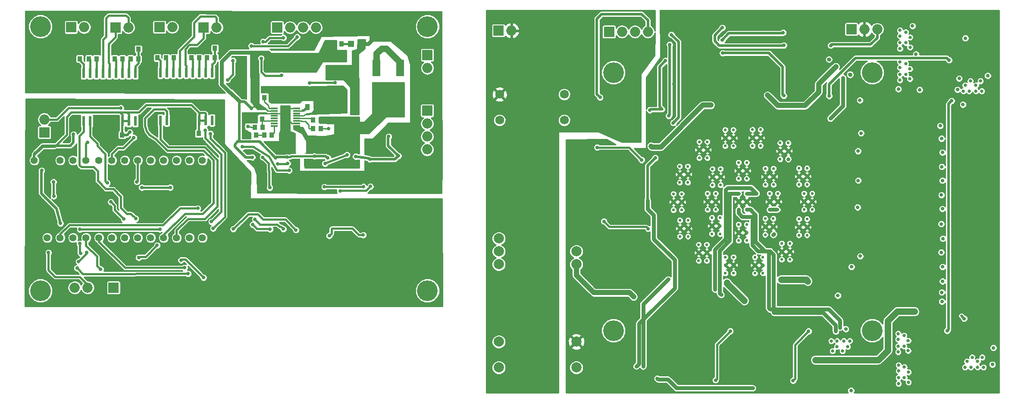
<source format=gbr>
G04 #@! TF.FileFunction,Copper,L4,Bot,Signal*
%FSLAX46Y46*%
G04 Gerber Fmt 4.6, Leading zero omitted, Abs format (unit mm)*
G04 Created by KiCad (PCBNEW 4.0.1-stable) date 1/20/2016 12:58:46 AM*
%MOMM*%
G01*
G04 APERTURE LIST*
%ADD10C,0.100000*%
%ADD11R,2.550160X2.700020*%
%ADD12R,2.550160X3.799840*%
%ADD13R,1.300480X1.498600*%
%ADD14R,0.899160X1.000760*%
%ADD15R,2.692400X1.600200*%
%ADD16R,1.600200X3.200400*%
%ADD17R,6.499860X7.000240*%
%ADD18R,5.499100X1.849120*%
%ADD19O,1.998980X1.998980*%
%ADD20R,1.998980X1.998980*%
%ADD21R,1.400000X0.300000*%
%ADD22R,1.650000X2.850000*%
%ADD23C,0.650000*%
%ADD24R,0.600000X1.950000*%
%ADD25C,4.064000*%
%ADD26R,1.198880X1.198880*%
%ADD27R,0.910000X1.220000*%
%ADD28C,1.397000*%
%ADD29C,1.750000*%
%ADD30C,2.000000*%
%ADD31C,0.584200*%
%ADD32C,0.635000*%
%ADD33C,0.711200*%
%ADD34C,0.381000*%
%ADD35C,1.270000*%
%ADD36C,0.254000*%
%ADD37C,0.508000*%
%ADD38C,0.762000*%
%ADD39C,1.016000*%
G04 APERTURE END LIST*
D10*
D11*
X75839542Y-46731802D03*
D12*
X69840062Y-46731802D03*
D13*
X73972420Y-50434240D03*
X72067420Y-50434240D03*
D14*
X63975202Y-45030002D03*
X62471522Y-45030002D03*
X67086702Y-37664002D03*
X65583022Y-37664002D03*
D15*
X79288862Y-29663002D03*
X79288862Y-32457002D03*
D14*
X51208234Y-44696832D03*
X52711914Y-44696832D03*
X47852894Y-29787032D03*
X46349214Y-29787032D03*
X55891994Y-29761632D03*
X54388314Y-29761632D03*
X44639794Y-29787032D03*
X43136114Y-29787032D03*
X52800814Y-29761632D03*
X51297134Y-29761632D03*
X55912314Y-27932832D03*
X57415994Y-27932832D03*
X36196834Y-44963532D03*
X37700514Y-44963532D03*
X32671314Y-29977532D03*
X31167634Y-29977532D03*
X40862814Y-30002932D03*
X39359134Y-30002932D03*
X29394714Y-29977532D03*
X27891034Y-29977532D03*
X37764014Y-30002932D03*
X36260334Y-30002932D03*
X40888214Y-28085232D03*
X42391894Y-28085232D03*
D16*
X87673180Y-31816040D03*
X92275660Y-31816040D03*
D17*
X89974420Y-38064440D03*
D18*
X71541862Y-36648002D03*
X71541862Y-31496882D03*
D19*
X97632520Y-36870640D03*
D20*
X97632520Y-29250640D03*
D19*
X97632520Y-31790640D03*
X97632520Y-34330640D03*
X28379420Y-75021440D03*
D20*
X35999420Y-75021440D03*
D19*
X33459420Y-75021440D03*
X30919420Y-75021440D03*
X58795920Y-23815040D03*
D20*
X53715920Y-23815040D03*
D19*
X56255920Y-23815040D03*
X41460420Y-23815040D03*
D20*
X36380420Y-23815040D03*
D19*
X38920420Y-23815040D03*
X50096420Y-23751540D03*
D20*
X45016420Y-23751540D03*
D19*
X47556420Y-23751540D03*
X22410420Y-39372540D03*
D20*
X22410420Y-44452540D03*
D19*
X22410420Y-41912540D03*
X32773620Y-23764240D03*
D20*
X27693620Y-23764240D03*
D19*
X30233620Y-23764240D03*
D14*
X65583022Y-44966502D03*
X67086702Y-44966502D03*
X75224862Y-42045503D03*
X76728542Y-42045503D03*
X75181682Y-43760002D03*
X76685362Y-43760002D03*
X65235042Y-41855002D03*
X63731362Y-41855002D03*
X65255362Y-43442502D03*
X63751682Y-43442502D03*
X80739201Y-27059502D03*
X79235521Y-27059502D03*
D21*
X71960962Y-39721403D03*
X71960962Y-40221403D03*
X71960962Y-40721403D03*
X71960962Y-41221403D03*
X71960962Y-41721403D03*
X67560962Y-41721403D03*
X67560962Y-41221403D03*
X67560962Y-40721403D03*
X67560962Y-40221403D03*
X67560962Y-39721403D03*
X71960962Y-42221403D03*
X71960962Y-42721403D03*
X71960962Y-43221403D03*
X67560962Y-42221403D03*
X67560962Y-42721403D03*
X67560962Y-43221403D03*
D22*
X69760962Y-41471403D03*
D23*
X69760962Y-41471403D03*
X69760962Y-42471403D03*
X69760962Y-40471403D03*
D24*
X55361134Y-42089252D03*
X54091134Y-42089252D03*
X52821134Y-42089252D03*
X51551134Y-42089252D03*
X50281134Y-42089252D03*
X49011134Y-42089252D03*
X47741134Y-42089252D03*
X46471134Y-42089252D03*
X45201134Y-42089252D03*
X43931134Y-42089252D03*
X43931134Y-32689252D03*
X45201134Y-32689252D03*
X46471134Y-32689252D03*
X47741134Y-32689252D03*
X49011134Y-32689252D03*
X50281134Y-32689252D03*
X51551134Y-32689252D03*
X52821134Y-32689252D03*
X54091134Y-32689252D03*
X55361134Y-32689252D03*
X40286234Y-42228952D03*
X39016234Y-42228952D03*
X37746234Y-42228952D03*
X36476234Y-42228952D03*
X35206234Y-42228952D03*
X33936234Y-42228952D03*
X32666234Y-42228952D03*
X31396234Y-42228952D03*
X30126234Y-42228952D03*
X28856234Y-42228952D03*
X28856234Y-32828952D03*
X30126234Y-32828952D03*
X31396234Y-32828952D03*
X32666234Y-32828952D03*
X33936234Y-32828952D03*
X35206234Y-32828952D03*
X36476234Y-32828952D03*
X37746234Y-32828952D03*
X39016234Y-32828952D03*
X40286234Y-32828952D03*
D25*
X21655920Y-23632040D03*
X97655920Y-23632040D03*
X97655920Y-75632040D03*
X21655920Y-75632040D03*
D26*
X82621342Y-27059502D03*
X84719382Y-27059502D03*
D27*
X77393262Y-39480101D03*
X74123262Y-39480101D03*
D19*
X97594420Y-47818041D03*
D20*
X97594420Y-40198041D03*
D19*
X97594420Y-42738041D03*
X97594420Y-45278041D03*
X75750421Y-23815040D03*
D20*
X68130421Y-23815040D03*
D19*
X70670421Y-23815040D03*
X73210421Y-23815040D03*
D28*
X22981920Y-65204340D03*
X25521920Y-65204340D03*
X28061920Y-65204340D03*
X30601920Y-65204340D03*
X33141920Y-65204340D03*
X35681920Y-65204340D03*
X38221920Y-65204340D03*
X40761920Y-65204340D03*
X43301920Y-65204340D03*
X45841920Y-65204340D03*
X48381920Y-65204340D03*
X50921920Y-65204340D03*
X53461920Y-65204340D03*
X53461920Y-49964340D03*
X50921920Y-49964340D03*
X48381920Y-49964340D03*
X45841920Y-49964340D03*
X43301920Y-49964340D03*
X40761920Y-49964340D03*
X38221920Y-49964340D03*
X35681920Y-49964340D03*
X33141920Y-49964340D03*
X30601920Y-49964340D03*
X28061920Y-49964340D03*
X25521920Y-49964340D03*
X22981920Y-49964340D03*
X20441920Y-49964340D03*
X20441920Y-65204340D03*
D19*
X114139543Y-24426605D03*
D20*
X111599543Y-24426605D03*
D19*
X140936543Y-24655205D03*
D20*
X133316543Y-24655205D03*
D19*
X135856543Y-24655205D03*
X138396543Y-24655205D03*
D29*
X111823063Y-42069445D03*
X124523063Y-42069445D03*
X124523063Y-36989445D03*
X111823063Y-36989445D03*
D30*
X111660503Y-65346005D03*
X111660503Y-67886005D03*
X111660503Y-70426005D03*
X111660503Y-85666005D03*
X111660503Y-90746005D03*
X126900503Y-90746005D03*
X126900503Y-85666005D03*
X126900503Y-70426005D03*
X126900503Y-67886005D03*
D25*
X134180143Y-83481605D03*
X134180143Y-32681605D03*
X184980143Y-32681605D03*
X184980143Y-83481605D03*
D19*
X185985983Y-24157365D03*
D20*
X180905983Y-24157365D03*
D19*
X183445983Y-24157365D03*
D31*
X158754643Y-56494105D03*
X160342143Y-56494105D03*
X158754643Y-58081605D03*
X160342143Y-58081605D03*
X158754643Y-59669105D03*
X160342143Y-59669105D03*
X152658643Y-56494105D03*
X154246143Y-56494105D03*
X152658643Y-58081605D03*
X154246143Y-58081605D03*
X152658643Y-59669105D03*
X154246143Y-59669105D03*
X145968283Y-56555065D03*
X147555783Y-56555065D03*
X145968283Y-58142565D03*
X147555783Y-58142565D03*
X145968283Y-59730065D03*
X147555783Y-59730065D03*
X170601203Y-61523305D03*
X172188703Y-61523305D03*
X170601203Y-63110805D03*
X172188703Y-63110805D03*
X170601203Y-64698305D03*
X172188703Y-64698305D03*
X153623843Y-51642705D03*
X155211343Y-51642705D03*
X153623843Y-53230205D03*
X155211343Y-53230205D03*
X153623843Y-54817705D03*
X155211343Y-54817705D03*
X147187483Y-51144865D03*
X148774983Y-51144865D03*
X147187483Y-52732365D03*
X148774983Y-52732365D03*
X147187483Y-54319865D03*
X148774983Y-54319865D03*
X167223003Y-66328985D03*
X168810503Y-66328985D03*
X167223003Y-67916485D03*
X168810503Y-67916485D03*
X167223003Y-69503985D03*
X168810503Y-69503985D03*
X158754643Y-50398105D03*
X160342143Y-50398105D03*
X158754643Y-51985605D03*
X160342143Y-51985605D03*
X158754643Y-53573105D03*
X160342143Y-53573105D03*
X151017803Y-46323945D03*
X152605303Y-46323945D03*
X151017803Y-47911445D03*
X152605303Y-47911445D03*
X151017803Y-49498945D03*
X152605303Y-49498945D03*
X161939803Y-69036625D03*
X163527303Y-69036625D03*
X161939803Y-70624125D03*
X163527303Y-70624125D03*
X161939803Y-72211625D03*
X163527303Y-72211625D03*
X164012443Y-51579205D03*
X165599943Y-51579205D03*
X164012443Y-53166705D03*
X165599943Y-53166705D03*
X164012443Y-54754205D03*
X165599943Y-54754205D03*
X156128283Y-43976985D03*
X157715783Y-43976985D03*
X156128283Y-45564485D03*
X157715783Y-45564485D03*
X156128283Y-47151985D03*
X157715783Y-47151985D03*
X156158763Y-69011225D03*
X157746263Y-69011225D03*
X156158763Y-70598725D03*
X157746263Y-70598725D03*
X156158763Y-72186225D03*
X157746263Y-72186225D03*
X164850643Y-56494105D03*
X166438143Y-56494105D03*
X164850643Y-58081605D03*
X166438143Y-58081605D03*
X164850643Y-59669105D03*
X166438143Y-59669105D03*
X161467363Y-43921105D03*
X163054863Y-43921105D03*
X161467363Y-45508605D03*
X163054863Y-45508605D03*
X161467363Y-47096105D03*
X163054863Y-47096105D03*
X150911123Y-66552505D03*
X152498623Y-66552505D03*
X150911123Y-68140005D03*
X152498623Y-68140005D03*
X150911123Y-69727505D03*
X152498623Y-69727505D03*
X163974343Y-61434405D03*
X165561843Y-61434405D03*
X163974343Y-63021905D03*
X165561843Y-63021905D03*
X163974343Y-64609405D03*
X165561843Y-64609405D03*
X166913123Y-46547465D03*
X168500623Y-46547465D03*
X166913123Y-48134965D03*
X168500623Y-48134965D03*
X166913123Y-49722465D03*
X168500623Y-49722465D03*
X147223043Y-61777305D03*
X148810543Y-61777305D03*
X147223043Y-63364805D03*
X148810543Y-63364805D03*
X147223043Y-64952305D03*
X148810543Y-64952305D03*
X158754643Y-62590105D03*
X160342143Y-62590105D03*
X158754643Y-64177605D03*
X160342143Y-64177605D03*
X158754643Y-65765105D03*
X160342143Y-65765105D03*
X170601203Y-51520785D03*
X172188703Y-51520785D03*
X170601203Y-53108285D03*
X172188703Y-53108285D03*
X170601203Y-54695785D03*
X172188703Y-54695785D03*
X153509543Y-61269305D03*
X155097043Y-61269305D03*
X153509543Y-62856805D03*
X155097043Y-62856805D03*
X153509543Y-64444305D03*
X155097043Y-64444305D03*
X171607043Y-56494105D03*
X173194543Y-56494105D03*
X171607043Y-58081605D03*
X173194543Y-58081605D03*
X171607043Y-59669105D03*
X173194543Y-59669105D03*
D32*
X206250103Y-34358005D03*
X205361103Y-35183505D03*
X203265603Y-35183505D03*
X204281603Y-34358005D03*
X204027603Y-36326505D03*
X202884603Y-36326505D03*
X205361103Y-36326505D03*
X206504103Y-36326505D03*
X192407103Y-33941445D03*
X191581603Y-33052445D03*
X191581603Y-30956945D03*
X192407103Y-31972945D03*
X190438603Y-31718945D03*
X190438603Y-30575945D03*
X190438603Y-33052445D03*
X190438603Y-34195445D03*
X192412183Y-27720985D03*
X191586683Y-26831985D03*
X191586683Y-24736485D03*
X192412183Y-25752485D03*
X190443683Y-25498485D03*
X190443683Y-24355485D03*
X190443683Y-26831985D03*
X190443683Y-27974985D03*
X206582843Y-88726705D03*
X205693843Y-89552205D03*
X203598343Y-89552205D03*
X204614343Y-88726705D03*
X204360343Y-90695205D03*
X203217343Y-90695205D03*
X205693843Y-90695205D03*
X206836843Y-90695205D03*
X192130243Y-93641605D03*
X191304743Y-92752605D03*
X191304743Y-90657105D03*
X192130243Y-91673105D03*
X190161743Y-91419105D03*
X190161743Y-90276105D03*
X190161743Y-92752605D03*
X190161743Y-93895605D03*
X192064203Y-87433845D03*
X191238703Y-86544845D03*
X191238703Y-84449345D03*
X192064203Y-85465345D03*
X190095703Y-85211345D03*
X190095703Y-84068345D03*
X190095703Y-86544845D03*
X190095703Y-87687845D03*
X177197583Y-87492265D03*
X178086583Y-86666765D03*
X180182083Y-86666765D03*
X179166083Y-87492265D03*
X179420083Y-85523765D03*
X180563083Y-85523765D03*
X178086583Y-85523765D03*
X176943583Y-85523765D03*
D33*
X41562020Y-55323740D03*
X47137320Y-55311040D03*
X44559220Y-66702940D03*
X40965120Y-69115940D03*
X29357320Y-66372740D03*
X29560520Y-68239640D03*
X25585420Y-62384940D03*
X21902420Y-51958240D03*
X27858720Y-43525440D03*
X49423320Y-44528740D03*
X34030920Y-44782740D03*
X40241220Y-56123840D03*
X44203620Y-56987440D03*
X44000420Y-44236640D03*
X38475920Y-69154040D03*
X90037920Y-45278040D03*
X91942920Y-49088040D03*
X83586320Y-49215040D03*
X86354920Y-49773840D03*
X78087220Y-49494440D03*
X67863720Y-49456340D03*
X63240920Y-49380140D03*
X60688220Y-38394640D03*
X70098920Y-49342040D03*
X75420220Y-49151540D03*
X63096362Y-39759502D03*
X62397862Y-43315502D03*
X39212520Y-44439840D03*
X28150820Y-44858940D03*
X65006220Y-29885640D03*
X68981320Y-33187640D03*
X79496920Y-34635440D03*
X74518520Y-34737040D03*
X60929520Y-34254440D03*
X61094620Y-30139640D03*
X63952120Y-49977040D03*
X75661520Y-52986940D03*
X78226920Y-53088540D03*
X90545920Y-50802540D03*
X78209362Y-43760002D03*
D32*
X90482420Y-28895040D03*
X88612980Y-28006040D03*
X89548970Y-27961590D03*
D33*
X59481720Y-30330140D03*
X58402220Y-34127440D03*
X30779720Y-68087240D03*
X29166820Y-69890640D03*
X23223220Y-68138040D03*
X37434520Y-39664640D03*
X69375020Y-25834340D03*
X65399920Y-26609040D03*
X72054720Y-25694640D03*
X63088520Y-27447240D03*
X28862020Y-71186040D03*
X50655220Y-72290940D03*
X53690520Y-73052940D03*
X49283620Y-69636640D03*
X49969420Y-71109840D03*
X78379320Y-64797940D03*
X85034120Y-64670940D03*
X68219320Y-50637440D03*
X70200520Y-50573940D03*
X30881320Y-46421040D03*
X63329820Y-62626240D03*
X66758820Y-63540640D03*
X59532520Y-63489840D03*
X71838820Y-63680340D03*
X39999920Y-45506640D03*
X63799720Y-61584840D03*
X69362320Y-63489840D03*
X81859120Y-48884840D03*
X77528420Y-50612040D03*
X77414120Y-55196740D03*
X85097620Y-55145940D03*
X66682620Y-55336440D03*
X65311020Y-49367440D03*
X86443820Y-55107840D03*
X80487520Y-55984140D03*
X61335920Y-47310040D03*
X70492620Y-51958240D03*
X40596820Y-54193440D03*
X24213820Y-54218840D03*
X24277320Y-57012840D03*
X52560220Y-59413140D03*
X55227220Y-62042040D03*
X53982620Y-44046140D03*
X33472120Y-71414640D03*
X55036720Y-44719240D03*
X55570120Y-63375540D03*
X45105320Y-63540640D03*
X29420820Y-63578740D03*
X34767520Y-54422040D03*
X35491420Y-58155840D03*
X38044120Y-61546740D03*
X40368220Y-61432440D03*
X176486383Y-30085725D03*
X179280383Y-33743325D03*
X176775943Y-41724005D03*
X142384343Y-49496405D03*
X142795823Y-92910085D03*
X161510543Y-94794765D03*
X140865423Y-57837765D03*
X138681023Y-90517405D03*
X140022143Y-90547885D03*
X144939583Y-73392725D03*
X198505643Y-33408065D03*
X148711483Y-93057405D03*
X177296643Y-94822705D03*
X176572743Y-93628905D03*
X178007843Y-93717805D03*
X205795443Y-26750705D03*
X206633643Y-28096905D03*
X205338243Y-28046105D03*
X198175443Y-27030105D03*
X198289743Y-28160405D03*
X199559743Y-27855605D03*
X199635943Y-33621405D03*
X198505643Y-34345305D03*
X206151043Y-81386105D03*
X205719243Y-82656105D03*
X206989243Y-82503705D03*
X199483543Y-93336805D03*
X198251643Y-94022605D03*
X198251643Y-92803405D03*
X199420043Y-87113805D03*
X198213543Y-86555005D03*
X198251643Y-87825005D03*
X146092743Y-34954905D03*
X145102143Y-21124605D03*
X141050843Y-36593205D03*
X141152443Y-45191105D03*
X142247183Y-70283765D03*
X149409983Y-77588805D03*
X143237783Y-90324365D03*
X138162863Y-76816645D03*
X138993443Y-37520305D03*
X139018843Y-40060305D03*
X139069643Y-42460605D03*
X138955343Y-45178405D03*
X154103903Y-75373925D03*
X155328183Y-76430565D03*
X159859543Y-77583725D03*
X167123943Y-73448605D03*
X172320783Y-73753405D03*
X156450863Y-74063285D03*
X182577303Y-38132445D03*
X182800823Y-44614525D03*
X182216623Y-48140045D03*
X182247103Y-53931245D03*
X182125183Y-59204285D03*
X182633183Y-68825805D03*
X180926303Y-70934005D03*
X178244063Y-76577885D03*
X193311343Y-79722405D03*
X173804143Y-89262645D03*
X198782503Y-48414365D03*
X198782503Y-53946485D03*
X198762183Y-59514165D03*
X198863783Y-65371405D03*
X198797743Y-70923845D03*
X198655503Y-75942885D03*
X198350703Y-43166725D03*
X198614863Y-45686405D03*
X198655503Y-51233765D03*
X198584383Y-56796365D03*
X198558983Y-62496125D03*
X198558983Y-68084125D03*
X198807903Y-73783885D03*
X198685983Y-77766605D03*
X177855443Y-31538605D03*
X164431543Y-37139305D03*
X153319043Y-39095105D03*
X141571543Y-47172305D03*
X177842743Y-83634005D03*
X178665703Y-82887245D03*
X190131263Y-35922645D03*
X193590743Y-29069725D03*
X192914683Y-23517705D03*
X180621503Y-33016885D03*
X194317183Y-36080125D03*
X202800783Y-38980805D03*
X207677583Y-33301365D03*
X201744923Y-36055505D03*
X202068843Y-33855505D03*
X208785023Y-86869965D03*
X208591983Y-90141485D03*
X131558863Y-37573645D03*
X144403643Y-30357505D03*
X141330243Y-40073005D03*
X155617743Y-28858905D03*
X167631943Y-37240905D03*
X145216443Y-27182505D03*
X145051343Y-41203305D03*
X155554243Y-26255405D03*
X167517643Y-24807605D03*
X145559343Y-25252105D03*
X145914943Y-42600305D03*
X155554243Y-23855105D03*
X167631943Y-27322205D03*
X179811243Y-83176805D03*
X180839943Y-95292605D03*
X157121423Y-83588285D03*
X154246143Y-93230125D03*
X132310703Y-61993205D03*
X140972103Y-63415605D03*
X172488423Y-83618765D03*
X169445503Y-93341885D03*
X131000063Y-47408525D03*
X139717343Y-49892645D03*
X199712143Y-83507005D03*
X200588443Y-38244205D03*
X200080443Y-30243205D03*
X176534643Y-37291705D03*
X203280843Y-25912505D03*
X203052243Y-81106705D03*
X176852143Y-27360305D03*
D34*
X76728542Y-42045503D02*
X80772883Y-42045503D01*
D35*
X85402420Y-42928540D02*
X89974420Y-38356540D01*
X85402420Y-42928540D02*
X81655920Y-42928540D01*
X81655920Y-42928540D02*
X80772883Y-42045503D01*
X83814920Y-44135040D02*
X83560920Y-43881040D01*
X85973920Y-44135040D02*
X83814920Y-44135040D01*
X89974420Y-40134540D02*
X85973920Y-44135040D01*
X89974420Y-38064440D02*
X89974420Y-40134540D01*
X89974420Y-38064440D02*
X89974420Y-38356540D01*
D36*
X71508962Y-43221402D02*
X71351362Y-43379002D01*
X71960962Y-43221401D02*
X71508962Y-43221402D01*
X71699462Y-43221402D02*
X71541862Y-43379002D01*
X71960962Y-43221401D02*
X71699462Y-43221402D01*
X71953462Y-43221402D02*
X71795862Y-43379002D01*
X71960962Y-43221401D02*
X71953462Y-43221402D01*
X71960962Y-43290102D02*
X72113362Y-43442502D01*
X71960962Y-43221401D02*
X71960962Y-43290102D01*
X72146261Y-43221402D02*
X72367362Y-43442502D01*
X71960962Y-43221401D02*
X72146261Y-43221402D01*
X72463762Y-43221402D02*
X71960962Y-43221401D01*
X72463762Y-43221402D02*
X72684862Y-43442502D01*
X71960962Y-43221401D02*
X72247861Y-43221402D01*
X71960962Y-43221401D02*
X71610562Y-43221402D01*
X65583022Y-44966502D02*
X64038702Y-44966502D01*
X64038702Y-44966502D02*
X63975202Y-45030002D01*
D34*
X47124620Y-55323740D02*
X41562020Y-55323740D01*
X47137320Y-55311040D02*
X47124620Y-55323740D01*
X42298620Y-68963540D02*
X44559220Y-66702940D01*
X40812720Y-68963540D02*
X42298620Y-68963540D01*
X40965120Y-69115940D02*
X40812720Y-68963540D01*
X29357320Y-68036440D02*
X29357320Y-66372740D01*
X29560520Y-68239640D02*
X29357320Y-68036440D01*
D37*
X24823420Y-59489340D02*
X25585420Y-62384940D01*
X21838920Y-56504840D02*
X24823420Y-59489340D01*
X21838920Y-52021740D02*
X21838920Y-56504840D01*
X21902420Y-51958240D02*
X21838920Y-52021740D01*
D34*
X28856234Y-42228952D02*
X28532908Y-42228952D01*
X27858720Y-42903140D02*
X27858720Y-43525440D01*
X28532908Y-42228952D02*
X27858720Y-42903140D01*
X43931134Y-42089252D02*
X43931134Y-44167354D01*
X43931134Y-44167354D02*
X44000420Y-44236640D01*
D36*
X73637362Y-40902502D02*
X73764362Y-40902502D01*
X73318462Y-41221401D02*
X73637362Y-40902502D01*
X71960962Y-41221402D02*
X73318462Y-41221401D01*
X65915763Y-38667302D02*
X65831942Y-38667302D01*
X65831942Y-38667302D02*
X65583022Y-38418382D01*
X65583022Y-38418382D02*
X65583022Y-37664002D01*
X66449162Y-39200702D02*
X65915763Y-38667302D01*
X66449162Y-39563602D02*
X66449162Y-39200702D01*
X67560962Y-39721402D02*
X66606962Y-39721402D01*
X66606962Y-39721402D02*
X66449162Y-39563602D01*
X65158620Y-39740840D02*
X65871700Y-39740840D01*
X65871700Y-39740840D02*
X65890362Y-39759502D01*
D37*
X89936320Y-47081440D02*
X91942920Y-49088040D01*
X89936320Y-45379640D02*
X89936320Y-47081440D01*
X90037920Y-45278040D02*
X89936320Y-45379640D01*
X86354920Y-49773840D02*
X91257120Y-49773840D01*
X91257120Y-49773840D02*
X91942920Y-49088040D01*
X83586320Y-49215040D02*
X86139020Y-49557940D01*
X86139020Y-49557940D02*
X86354920Y-49773840D01*
X75420220Y-49151540D02*
X77655420Y-49151540D01*
X77998320Y-49494440D02*
X78087220Y-49494440D01*
X77655420Y-49151540D02*
X77998320Y-49494440D01*
X70098920Y-49342040D02*
X67978020Y-49342040D01*
X67978020Y-49342040D02*
X67863720Y-49456340D01*
X67863720Y-49456340D02*
X67825620Y-49456340D01*
X67825620Y-49456340D02*
X64650620Y-46281340D01*
X64650620Y-46281340D02*
X60408820Y-46281340D01*
X60688220Y-38394640D02*
X60688220Y-46001940D01*
X60688220Y-46001940D02*
X60408820Y-46281340D01*
X60408820Y-46281340D02*
X59837320Y-46852840D01*
X59837320Y-46852840D02*
X59837320Y-47259240D01*
X59837320Y-47259240D02*
X61958220Y-49380140D01*
X61958220Y-49380140D02*
X63240920Y-49380140D01*
X60688220Y-38394640D02*
X61731500Y-38394640D01*
X61731500Y-38394640D02*
X63096362Y-39759502D01*
D38*
X71541862Y-31496882D02*
X69144762Y-31496882D01*
X69144762Y-31496882D02*
X66390520Y-28742640D01*
X66390520Y-28742640D02*
X59037220Y-28742640D01*
X59037220Y-28742640D02*
X57246520Y-30533340D01*
X57246520Y-30533340D02*
X57246520Y-34991040D01*
X57246520Y-34991040D02*
X58846720Y-36591240D01*
X58846720Y-36591240D02*
X58961020Y-36591240D01*
X58961020Y-36591240D02*
X60688220Y-38318440D01*
X60688220Y-38318440D02*
X60688220Y-38394640D01*
D34*
X70098920Y-49342040D02*
X70683120Y-49342040D01*
X70873620Y-49151540D02*
X75420220Y-49151540D01*
X70683120Y-49342040D02*
X70873620Y-49151540D01*
D36*
X63769461Y-39403903D02*
X63858362Y-39315002D01*
X63451961Y-39403903D02*
X63769461Y-39403903D01*
X63096362Y-39759502D02*
X63451961Y-39403903D01*
X63048102Y-43442502D02*
X62984601Y-43379002D01*
X62984601Y-43379002D02*
X62461362Y-43379002D01*
X62461362Y-43379002D02*
X62397862Y-43315502D01*
X63751682Y-43442502D02*
X63048102Y-43442502D01*
X65890362Y-39759502D02*
X65763362Y-39632502D01*
X65890362Y-39823002D02*
X65890362Y-39759502D01*
X66288762Y-40221402D02*
X65890362Y-39823002D01*
X67560962Y-40221402D02*
X66288762Y-40221402D01*
D37*
X38688828Y-44963532D02*
X37700514Y-44963532D01*
X39212520Y-44439840D02*
X38688828Y-44963532D01*
X20441920Y-49964340D02*
X20441920Y-48719740D01*
X20441920Y-48719740D02*
X22067520Y-47094140D01*
X22067520Y-47094140D02*
X27528520Y-47094140D01*
X27528520Y-47094140D02*
X28150820Y-46471840D01*
X28150820Y-46471840D02*
X28150820Y-44858940D01*
D34*
X52821134Y-40624054D02*
X53964134Y-40624054D01*
X54091134Y-40751054D02*
X54091134Y-42089252D01*
X53964134Y-40624054D02*
X54091134Y-40751054D01*
X38628320Y-40502840D02*
X41003220Y-40502840D01*
X52821134Y-40624054D02*
X52821134Y-42089252D01*
X51277520Y-39080440D02*
X52821134Y-40624054D01*
X42425620Y-39080440D02*
X51277520Y-39080440D01*
X41003220Y-40502840D02*
X42425620Y-39080440D01*
X37700514Y-44963532D02*
X37700514Y-42274672D01*
X37700514Y-42274672D02*
X37746234Y-42228952D01*
X37746234Y-42228952D02*
X39016234Y-42228952D01*
X37746234Y-42228952D02*
X37746234Y-41005054D01*
X37746234Y-41005054D02*
X37244020Y-40502840D01*
X20441920Y-49964340D02*
X20441920Y-48922940D01*
X20441920Y-48922940D02*
X22080220Y-47284640D01*
X22080220Y-47284640D02*
X24480520Y-47284640D01*
X24480520Y-47284640D02*
X26817320Y-44947840D01*
X26817320Y-44947840D02*
X26817320Y-41417240D01*
X26817320Y-41417240D02*
X27731720Y-40502840D01*
X27731720Y-40502840D02*
X37244020Y-40502840D01*
X39016234Y-40890754D02*
X39016234Y-42228952D01*
X37244020Y-40502840D02*
X38628320Y-40502840D01*
X38628320Y-40502840D02*
X39016234Y-40890754D01*
X54091134Y-42089252D02*
X52821134Y-42089252D01*
X37700514Y-42274672D02*
X37746234Y-42228952D01*
X52711914Y-44696832D02*
X52711914Y-42198472D01*
X52711914Y-42198472D02*
X52821134Y-42089252D01*
X47741134Y-32689252D02*
X47741134Y-29898792D01*
X47741134Y-29898792D02*
X47852894Y-29787032D01*
X46471134Y-32689252D02*
X46471134Y-29908952D01*
X46471134Y-29908952D02*
X46349214Y-29787032D01*
X55891994Y-29761632D02*
X55891994Y-27953152D01*
X55891994Y-27953152D02*
X55912314Y-27932832D01*
X55361134Y-31049412D02*
X55485594Y-31049412D01*
X55485594Y-31049412D02*
X55891994Y-30643012D01*
X55891994Y-30643012D02*
X55891994Y-29761632D01*
X55361134Y-32689252D02*
X55361134Y-31049412D01*
X54091134Y-32689252D02*
X54091134Y-30058812D01*
X54091134Y-30058812D02*
X54388314Y-29761632D01*
X65006220Y-32527240D02*
X65006220Y-29885640D01*
X65793620Y-33314640D02*
X65006220Y-32527240D01*
X68854320Y-33314640D02*
X65793620Y-33314640D01*
X68981320Y-33187640D02*
X68854320Y-33314640D01*
X74620120Y-34635440D02*
X79496920Y-34635440D01*
X74518520Y-34737040D02*
X74620120Y-34635440D01*
D38*
X84719382Y-27059502D02*
X85993358Y-27059502D01*
X85993358Y-27059502D02*
X88221820Y-24831040D01*
D37*
X61094620Y-30139640D02*
X61043820Y-30190440D01*
D36*
X71960962Y-42721403D02*
X71010962Y-42721403D01*
X71010962Y-42721403D02*
X69760962Y-41471403D01*
X76685362Y-43760002D02*
X77388942Y-43760002D01*
X77388942Y-43760002D02*
X78209362Y-43760002D01*
X67560962Y-40721402D02*
X65899762Y-40721402D01*
X71960962Y-39721402D02*
X70510962Y-39721402D01*
X70510962Y-39721402D02*
X69760962Y-40471402D01*
X67560962Y-40721402D02*
X69010962Y-40721403D01*
X69010962Y-40721403D02*
X69760962Y-41471403D01*
D34*
X28856234Y-32828952D02*
X28856234Y-32153952D01*
X57415994Y-27932832D02*
X57415994Y-27882032D01*
X45201134Y-32689252D02*
X45201134Y-30348372D01*
X45201134Y-30348372D02*
X44639794Y-29787032D01*
X52821134Y-32689252D02*
X52821134Y-29781952D01*
X52821134Y-29781952D02*
X52800814Y-29761632D01*
X51551134Y-32689252D02*
X51551134Y-30015632D01*
X51551134Y-30015632D02*
X51297134Y-29761632D01*
X32666234Y-32828952D02*
X32666234Y-29982612D01*
X32666234Y-29982612D02*
X32671314Y-29977532D01*
X31396234Y-32828952D02*
X31396234Y-30206132D01*
X31396234Y-30206132D02*
X31167634Y-29977532D01*
X40862814Y-30002932D02*
X40862814Y-28110632D01*
X40862814Y-28110632D02*
X40888214Y-28085232D01*
X40286234Y-32828952D02*
X40286234Y-31472952D01*
X40286234Y-31472952D02*
X40862814Y-30896372D01*
X40862814Y-30896372D02*
X40862814Y-30002932D01*
X39016234Y-32828952D02*
X39016234Y-30345832D01*
X39016234Y-30345832D02*
X39359134Y-30002932D01*
X30126234Y-32828952D02*
X30126234Y-31013852D01*
X30126234Y-31013852D02*
X29496314Y-30383932D01*
X37746234Y-32828952D02*
X37746234Y-30020712D01*
X37746234Y-30020712D02*
X37764014Y-30002932D01*
X36476234Y-32828952D02*
X36476234Y-30218832D01*
X36476234Y-30218832D02*
X36260334Y-30002932D01*
D36*
X89548970Y-27961590D02*
X89593420Y-28006040D01*
X89593420Y-28006040D02*
X89593420Y-28133040D01*
X90863420Y-29403040D02*
X90863420Y-29276040D01*
X89593420Y-28133040D02*
X90863420Y-29403040D01*
D35*
X92275660Y-31816040D02*
X92275660Y-30688280D01*
X92275660Y-30688280D02*
X90863420Y-29276040D01*
X90863420Y-29276040D02*
X89593420Y-28006040D01*
X88612980Y-28006040D02*
X89593420Y-28006040D01*
X87673180Y-28945840D02*
X88612980Y-28006040D01*
X87673180Y-31816040D02*
X87673180Y-28945840D01*
D36*
X73302462Y-40221402D02*
X72875362Y-40221403D01*
X72875362Y-40221403D02*
X71960962Y-40221402D01*
X73383362Y-39950002D02*
X73319862Y-40013502D01*
X73319862Y-40013502D02*
X73083262Y-40013503D01*
X73083262Y-40013503D02*
X72875362Y-40221403D01*
X74123262Y-39480102D02*
X73980262Y-39480102D01*
X73980262Y-39480102D02*
X73510362Y-39950002D01*
X73510362Y-40204002D02*
X73637362Y-40077002D01*
X73383362Y-39950002D02*
X73510362Y-39950002D01*
X73510362Y-39950002D02*
X73637362Y-40077002D01*
X73853262Y-39480102D02*
X73383362Y-39950002D01*
X74123262Y-39480102D02*
X73853262Y-39480102D01*
X73319862Y-40204002D02*
X73510362Y-40204002D01*
X73319862Y-40204002D02*
X73302462Y-40221402D01*
D34*
X82621342Y-27059502D02*
X80739201Y-27059502D01*
X59481720Y-33047940D02*
X59481720Y-30330140D01*
X58402220Y-34127440D02*
X59481720Y-33047940D01*
X30779720Y-68277740D02*
X30779720Y-68087240D01*
X29166820Y-69890640D02*
X30779720Y-68277740D01*
X30919420Y-75021440D02*
X30919420Y-74424540D01*
X30919420Y-74424540D02*
X29395420Y-72900540D01*
X29395420Y-72900540D02*
X24556720Y-72900540D01*
X24556720Y-72900540D02*
X23223220Y-71567040D01*
X23223220Y-71567040D02*
X23223220Y-68138040D01*
X52382420Y-27244040D02*
X53715920Y-25910540D01*
X53715920Y-25910540D02*
X53715920Y-23815040D01*
X50921920Y-27244040D02*
X52382420Y-27244040D01*
X50096420Y-28069540D02*
X50921920Y-27244040D01*
X50096420Y-29268164D02*
X50096420Y-28069540D01*
X50159920Y-31212038D02*
X50159920Y-29331664D01*
X50159920Y-29331664D02*
X50096420Y-29268164D01*
X50281134Y-32689252D02*
X50281134Y-31333252D01*
X50281134Y-31333252D02*
X50159920Y-31212038D01*
X35046920Y-27053540D02*
X36380420Y-25720040D01*
X36380420Y-25720040D02*
X36380420Y-23815040D01*
X35046920Y-30800040D02*
X35046920Y-27053540D01*
X35206234Y-30959354D02*
X35046920Y-30800040D01*
X35206234Y-32828952D02*
X35206234Y-30959354D01*
X22410420Y-41912540D02*
X24899620Y-41912540D01*
X27147520Y-39664640D02*
X37434520Y-39664640D01*
X24899620Y-41912540D02*
X27147520Y-39664640D01*
X66677514Y-25834340D02*
X69375020Y-25834340D01*
X65399920Y-26609040D02*
X65902814Y-26609040D01*
X65902814Y-26609040D02*
X66677514Y-25834340D01*
X70238620Y-27510740D02*
X72054720Y-25694640D01*
X63152020Y-27510740D02*
X70238620Y-27510740D01*
X63088520Y-27447240D02*
X63152020Y-27510740D01*
D36*
X67560962Y-43221402D02*
X67560962Y-44492242D01*
X67560962Y-44492242D02*
X67086702Y-44966502D01*
X71960962Y-41721402D02*
X74900762Y-41721402D01*
X74900762Y-41721402D02*
X75224862Y-42045502D01*
X71960962Y-42221402D02*
X72914962Y-42221402D01*
X72914962Y-42221402D02*
X72993062Y-42299502D01*
X72993062Y-42299502D02*
X73700862Y-42299502D01*
X74335862Y-43617762D02*
X74478102Y-43760002D01*
X73700862Y-42299502D02*
X74335861Y-42934502D01*
X74335861Y-42934502D02*
X74335862Y-43617762D01*
X74478102Y-43760002D02*
X75181682Y-43760002D01*
X65235042Y-41855002D02*
X65235042Y-43422182D01*
X65235042Y-43422182D02*
X65255362Y-43442502D01*
X67560962Y-42221402D02*
X65601442Y-42221402D01*
X65601442Y-42221402D02*
X65235042Y-41855002D01*
D34*
X30005020Y-72329040D02*
X50655220Y-72290940D01*
X28862020Y-71186040D02*
X30005020Y-72329040D01*
X50109120Y-69471540D02*
X53690520Y-73052940D01*
X49448720Y-69471540D02*
X50109120Y-69471540D01*
X49283620Y-69636640D02*
X49448720Y-69471540D01*
X33141920Y-65204340D02*
X33141920Y-65979040D01*
X33141920Y-65979040D02*
X38272720Y-71109840D01*
X38272720Y-71109840D02*
X49969420Y-71109840D01*
X78379320Y-64797940D02*
X78811120Y-64366140D01*
X78811120Y-64366140D02*
X78811120Y-63451740D01*
X78811120Y-63451740D02*
X78874620Y-63388240D01*
X78874620Y-63388240D02*
X82913220Y-63388240D01*
X82913220Y-63388240D02*
X84195920Y-64670940D01*
X84195920Y-64670940D02*
X85034120Y-64670940D01*
X70137020Y-50637440D02*
X68219320Y-50637440D01*
X70200520Y-50573940D02*
X70137020Y-50637440D01*
X30601920Y-46700440D02*
X30601920Y-49964340D01*
X30881320Y-46421040D02*
X30601920Y-46700440D01*
X64180720Y-63477140D02*
X63329820Y-62626240D01*
X66695320Y-63477140D02*
X64180720Y-63477140D01*
X66758820Y-63540640D02*
X66695320Y-63477140D01*
X62466220Y-60556140D02*
X59532520Y-63489840D01*
X64333120Y-60556140D02*
X62466220Y-60556140D01*
X65361820Y-61584840D02*
X64333120Y-60556140D01*
X69743320Y-61584840D02*
X65361820Y-61584840D01*
X71838820Y-63680340D02*
X69743320Y-61584840D01*
X35681920Y-48732440D02*
X35681920Y-49964340D01*
X36875720Y-47538640D02*
X35681920Y-48732440D01*
X37967920Y-47538640D02*
X36875720Y-47538640D01*
X39999920Y-45506640D02*
X37967920Y-47538640D01*
X64790320Y-62575440D02*
X63799720Y-61584840D01*
X68181220Y-62575440D02*
X64790320Y-62575440D01*
X68638420Y-63032640D02*
X68181220Y-62575440D01*
X68905120Y-63032640D02*
X68638420Y-63032640D01*
X69362320Y-63489840D02*
X68905120Y-63032640D01*
X77642720Y-50497740D02*
X81859120Y-48884840D01*
X77528420Y-50612040D02*
X77642720Y-50497740D01*
X85046820Y-55196740D02*
X77414120Y-55196740D01*
X85097620Y-55145940D02*
X85046820Y-55196740D01*
X66492120Y-52034440D02*
X66492120Y-50548540D01*
X66682620Y-55336440D02*
X66581020Y-55234840D01*
X66581020Y-55234840D02*
X66581020Y-52123340D01*
X66581020Y-52123340D02*
X66492120Y-52034440D01*
X66492120Y-50548540D02*
X65311020Y-49367440D01*
X85605620Y-55946040D02*
X86443820Y-55107840D01*
X80525620Y-55946040D02*
X85605620Y-55946040D01*
X80487520Y-55984140D02*
X80525620Y-55946040D01*
X63431420Y-47310040D02*
X61335920Y-47310040D01*
X68066920Y-51945540D02*
X66542920Y-49215040D01*
X66542920Y-49215040D02*
X63431420Y-47310040D01*
X70492620Y-51958240D02*
X68066920Y-51945540D01*
X40761920Y-54028340D02*
X40761920Y-49964340D01*
X40596820Y-54193440D02*
X40761920Y-54028340D01*
X24213820Y-56949340D02*
X24213820Y-54218840D01*
X24277320Y-57012840D02*
X24213820Y-56949340D01*
X25521920Y-65204340D02*
X25521920Y-64505840D01*
X25521920Y-64505840D02*
X27312620Y-62715140D01*
X27312620Y-62715140D02*
X45765720Y-62715140D01*
X45765720Y-62715140D02*
X49105820Y-59375040D01*
X49105820Y-59375040D02*
X52522120Y-59375040D01*
X52522120Y-59375040D02*
X52560220Y-59413140D01*
X55227220Y-62042040D02*
X57170320Y-60098940D01*
X57170320Y-60098940D02*
X57170320Y-48808640D01*
X57170320Y-48808640D02*
X53982620Y-45620940D01*
X53982620Y-45620940D02*
X53982620Y-44046140D01*
X30601920Y-66728340D02*
X30601920Y-65204340D01*
X32786320Y-68912740D02*
X30601920Y-66728340D01*
X32786320Y-70728840D02*
X32786320Y-68912740D01*
X33472120Y-71414640D02*
X32786320Y-70728840D01*
X45841920Y-65204340D02*
X45841920Y-64645540D01*
X45841920Y-64645540D02*
X50007520Y-60479940D01*
X50007520Y-60479940D02*
X53525420Y-60479940D01*
X53525420Y-60479940D02*
X55608220Y-58397140D01*
X55608220Y-58397140D02*
X55608220Y-49938940D01*
X55608220Y-49938940D02*
X53715920Y-48046640D01*
X53715920Y-48046640D02*
X46603920Y-48046640D01*
X46603920Y-48046640D02*
X44406820Y-45849540D01*
X44406820Y-45849540D02*
X43022520Y-44922440D01*
X43022520Y-44922440D02*
X43022520Y-44922440D01*
X43022520Y-44922440D02*
X42514520Y-44236640D01*
X42514520Y-44236640D02*
X42197020Y-43144440D01*
X42197020Y-43144440D02*
X42197020Y-41658540D01*
X42197020Y-41658540D02*
X43949620Y-39905940D01*
X43949620Y-39905940D02*
X46045120Y-39905940D01*
X46045120Y-39905940D02*
X46471134Y-40331954D01*
X46471134Y-40331954D02*
X46471134Y-42089252D01*
X48381920Y-65204340D02*
X48381920Y-63731140D01*
X45201134Y-45831054D02*
X45201134Y-42089252D01*
X46769020Y-47398940D02*
X45201134Y-45831054D01*
X53906420Y-47398940D02*
X46769020Y-47398940D01*
X56382920Y-49875440D02*
X53906420Y-47398940D01*
X56382920Y-59019440D02*
X56382920Y-49875440D01*
X53919120Y-61483240D02*
X56382920Y-59019440D01*
X50629820Y-61483240D02*
X53919120Y-61483240D01*
X48381920Y-63731140D02*
X50629820Y-61483240D01*
X55036720Y-45646340D02*
X55036720Y-44719240D01*
X57894220Y-48503840D02*
X55036720Y-45646340D01*
X57894220Y-61051440D02*
X57894220Y-48503840D01*
X55570120Y-63375540D02*
X57894220Y-61051440D01*
X29458920Y-63540640D02*
X45105320Y-63540640D01*
X29420820Y-63578740D02*
X29458920Y-63540640D01*
X55938420Y-21656040D02*
X56255920Y-21973540D01*
X56255920Y-21973540D02*
X56255920Y-23815040D01*
X54096920Y-21656040D02*
X55938420Y-21656040D01*
X53080920Y-21592540D02*
X54033420Y-21592540D01*
X54033420Y-21592540D02*
X54096920Y-21656040D01*
X51810920Y-22862540D02*
X53080920Y-21592540D01*
X51810920Y-25593040D02*
X51810920Y-22862540D01*
X49011134Y-28392826D02*
X51810920Y-25593040D01*
X49011134Y-32689252D02*
X49011134Y-28392826D01*
X38475920Y-21465540D02*
X38920420Y-21910040D01*
X38920420Y-21910040D02*
X38920420Y-23815040D01*
X35046920Y-21465540D02*
X38475920Y-21465540D01*
X34538920Y-21973540D02*
X35046920Y-21465540D01*
X34538920Y-25593040D02*
X34538920Y-21973540D01*
X33936234Y-26195726D02*
X34538920Y-25593040D01*
X33936234Y-31472952D02*
X33936234Y-26195726D01*
X33936234Y-32828952D02*
X33936234Y-31472952D01*
X33936234Y-31472952D02*
X33903920Y-31440638D01*
X31396234Y-45259554D02*
X31396234Y-42228952D01*
X32824420Y-46687740D02*
X31396234Y-45259554D01*
X32824420Y-47132240D02*
X32824420Y-46687740D01*
X34411920Y-48719740D02*
X32824420Y-47132240D01*
X34411920Y-54066440D02*
X34411920Y-48719740D01*
X34767520Y-54422040D02*
X34411920Y-54066440D01*
X36215320Y-58879740D02*
X35491420Y-58155840D01*
X36215320Y-59717940D02*
X36215320Y-58879740D01*
X38044120Y-61546740D02*
X36215320Y-59717940D01*
X30126234Y-44318626D02*
X30126234Y-42228952D01*
X29319220Y-45125640D02*
X30126234Y-44318626D01*
X29319220Y-50916840D02*
X29319220Y-45125640D01*
X29700220Y-51297840D02*
X29319220Y-50916840D01*
X32100520Y-51297840D02*
X29700220Y-51297840D01*
X32900620Y-52097940D02*
X32100520Y-51297840D01*
X32900620Y-54002940D02*
X32900620Y-52097940D01*
X34500820Y-55603140D02*
X32900620Y-54002940D01*
X35948620Y-55603140D02*
X34500820Y-55603140D01*
X37434520Y-57089040D02*
X35948620Y-55603140D01*
X37434520Y-59336940D02*
X37434520Y-57089040D01*
X38577520Y-60479940D02*
X37434520Y-59336940D01*
X39415720Y-60479940D02*
X38577520Y-60479940D01*
X40368220Y-61432440D02*
X39415720Y-60479940D01*
D38*
X176486383Y-30085725D02*
X176511783Y-30085725D01*
X179280383Y-39219565D02*
X179280383Y-33743325D01*
X176775943Y-41724005D02*
X179280383Y-39219565D01*
D37*
X140865423Y-51015325D02*
X140865423Y-57837765D01*
X142384343Y-49496405D02*
X140865423Y-51015325D01*
D38*
X142795823Y-92910085D02*
X142968543Y-93082805D01*
X142968543Y-93082805D02*
X144853223Y-93082805D01*
X144853223Y-93082805D02*
X146565183Y-94794765D01*
X146565183Y-94794765D02*
X161510543Y-94794765D01*
X140865423Y-59524325D02*
X140865423Y-57837765D01*
X142064303Y-60723205D02*
X140865423Y-59524325D01*
X142064303Y-65442525D02*
X142064303Y-60723205D01*
X146209583Y-69587805D02*
X142064303Y-65442525D01*
X146209583Y-75094525D02*
X146209583Y-69587805D01*
X139183943Y-82120165D02*
X146209583Y-75094525D01*
X139183943Y-90014485D02*
X139183943Y-82120165D01*
X138681023Y-90517405D02*
X139183943Y-90014485D01*
X140022143Y-90547885D02*
X140022143Y-78310165D01*
X140022143Y-78310165D02*
X144939583Y-73392725D01*
X148711483Y-93057405D02*
X148714023Y-93057405D01*
X142247183Y-70283765D02*
X142247183Y-70273605D01*
D39*
X126900503Y-72564685D02*
X126900503Y-70426005D01*
X130319343Y-75983525D02*
X126900503Y-72564685D01*
X137329743Y-75983525D02*
X130319343Y-75983525D01*
X138162863Y-76816645D02*
X137329743Y-75983525D01*
D38*
X156227343Y-65432365D02*
X154103903Y-67555805D01*
X160342143Y-56494105D02*
X162270003Y-56494105D01*
X154103903Y-67555805D02*
X154103903Y-75373925D01*
X156227343Y-55765125D02*
X156227343Y-65432365D01*
X156613423Y-55379045D02*
X156227343Y-55765125D01*
X161154943Y-55379045D02*
X156613423Y-55379045D01*
X162270003Y-56494105D02*
X161154943Y-55379045D01*
X158754643Y-56494105D02*
X156900443Y-56494105D01*
X155023383Y-76125765D02*
X155328183Y-76430565D01*
X155023383Y-67743765D02*
X155023383Y-76125765D01*
X157004583Y-65762565D02*
X155023383Y-67743765D01*
X157004583Y-56598245D02*
X157004583Y-65762565D01*
X156900443Y-56494105D02*
X157004583Y-56598245D01*
D35*
X167123943Y-73448605D02*
X172015983Y-73448605D01*
X172015983Y-73448605D02*
X172320783Y-73753405D01*
X156450863Y-74063285D02*
X156450863Y-74175045D01*
X156450863Y-74175045D02*
X159859543Y-77583725D01*
X173804143Y-89262645D02*
X186184103Y-89262645D01*
X188068783Y-87377965D02*
X188068783Y-81551205D01*
X186184103Y-89262645D02*
X188068783Y-87377965D01*
X188068783Y-81551205D02*
X189897583Y-79722405D01*
X189897583Y-79722405D02*
X193311343Y-79722405D01*
D38*
X189897583Y-79722405D02*
X193311343Y-79722405D01*
X188068783Y-81551205D02*
X189897583Y-79722405D01*
D39*
X174477243Y-34916805D02*
X177855443Y-31538605D01*
X174477243Y-36517005D02*
X174477243Y-34916805D01*
X171810243Y-39184005D02*
X174477243Y-36517005D01*
X166476243Y-39184005D02*
X171810243Y-39184005D01*
X164431543Y-37139305D02*
X166476243Y-39184005D01*
X151718843Y-39095105D02*
X153319043Y-39095105D01*
X143489243Y-47324705D02*
X151718843Y-39095105D01*
X141723943Y-47324705D02*
X143489243Y-47324705D01*
X141571543Y-47172305D02*
X141723943Y-47324705D01*
D38*
X160697743Y-61068645D02*
X161480063Y-61068645D01*
X161480063Y-61068645D02*
X161591823Y-61180405D01*
X176471143Y-79326165D02*
X178665703Y-81520725D01*
X178665703Y-81520725D02*
X178665703Y-82887245D01*
X164970023Y-79326165D02*
X176471143Y-79326165D01*
X164883663Y-67814885D02*
X164700783Y-67997765D01*
X162587503Y-67814885D02*
X164883663Y-67814885D01*
X161469903Y-66697285D02*
X162587503Y-67814885D01*
X158754643Y-59669105D02*
X158754643Y-60354905D01*
X164700783Y-79056925D02*
X164970023Y-79326165D01*
X177842743Y-82450365D02*
X177842743Y-83634005D01*
X175368783Y-79976405D02*
X177842743Y-82450365D01*
X164929383Y-67860605D02*
X165615183Y-68546405D01*
X163938783Y-67860605D02*
X164929383Y-67860605D01*
X162094743Y-66016565D02*
X163938783Y-67860605D01*
X162094743Y-60707965D02*
X162094743Y-66016565D01*
X164700783Y-67997765D02*
X164700783Y-79056925D01*
X165615183Y-68546405D02*
X165615183Y-79864645D01*
X165726943Y-79976405D02*
X175368783Y-79976405D01*
X161469903Y-61673165D02*
X161469903Y-66697285D01*
X165615183Y-79864645D02*
X165726943Y-79976405D01*
X160342143Y-59669105D02*
X161055883Y-59669105D01*
X158754643Y-60354905D02*
X159468383Y-61068645D01*
X159468383Y-61068645D02*
X160697743Y-61068645D01*
X160697743Y-61068645D02*
X160865383Y-61068645D01*
X161055883Y-59669105D02*
X162094743Y-60707965D01*
X164850643Y-59669105D02*
X166186683Y-59669105D01*
X165663443Y-64507805D02*
X165561843Y-64609405D01*
X180646903Y-33042285D02*
X180646903Y-33128645D01*
X180621503Y-33016885D02*
X180646903Y-33042285D01*
X168500623Y-49722465D02*
X168500623Y-49719925D01*
D37*
X140936543Y-24655205D02*
X140936543Y-22394605D01*
X130913703Y-36928485D02*
X131558863Y-37573645D01*
X130913703Y-22094885D02*
X130913703Y-36928485D01*
X131807783Y-21200805D02*
X130913703Y-22094885D01*
X139742743Y-21200805D02*
X131807783Y-21200805D01*
X140936543Y-22394605D02*
X139742743Y-21200805D01*
X143260643Y-31500505D02*
X144403643Y-30357505D01*
X143260643Y-39387205D02*
X143260643Y-31500505D01*
X143794043Y-39920605D02*
X143260643Y-39387205D01*
X141482643Y-39920605D02*
X143794043Y-39920605D01*
X141330243Y-40073005D02*
X141482643Y-39920605D01*
X164723643Y-28858905D02*
X155617743Y-28858905D01*
X167403343Y-31538605D02*
X164723643Y-28858905D01*
X167403343Y-37012305D02*
X167403343Y-31538605D01*
X167631943Y-37240905D02*
X167403343Y-37012305D01*
X145216443Y-41038205D02*
X145216443Y-27182505D01*
X145051343Y-41203305D02*
X145216443Y-41038205D01*
X156849643Y-24960005D02*
X155554243Y-26255405D01*
X167365243Y-24960005D02*
X156849643Y-24960005D01*
X167517643Y-24807605D02*
X167365243Y-24960005D01*
X146956343Y-26649105D02*
X145559343Y-25252105D01*
X146956343Y-41558905D02*
X146956343Y-26649105D01*
X145914943Y-42600305D02*
X146956343Y-41558905D01*
X154068343Y-25341005D02*
X155554243Y-23855105D01*
X154068343Y-26484005D02*
X154068343Y-25341005D01*
X154982743Y-27398405D02*
X154068343Y-26484005D01*
X167555743Y-27398405D02*
X154982743Y-27398405D01*
X167631943Y-27322205D02*
X167555743Y-27398405D01*
D34*
X154495063Y-86214645D02*
X157121423Y-83588285D01*
X154495063Y-92981205D02*
X154495063Y-86214645D01*
X154246143Y-93230125D02*
X154495063Y-92981205D01*
X133372423Y-63054925D02*
X132310703Y-61993205D01*
X140611423Y-63054925D02*
X133372423Y-63054925D01*
X140972103Y-63415605D02*
X140611423Y-63054925D01*
X169836663Y-86270525D02*
X172488423Y-83618765D01*
X169836663Y-92950725D02*
X169836663Y-86270525D01*
X169445503Y-93341885D02*
X169836663Y-92950725D01*
X137233223Y-47408525D02*
X131000063Y-47408525D01*
X139717343Y-49892645D02*
X137233223Y-47408525D01*
D37*
X181670522Y-29831726D02*
X199668964Y-29831726D01*
X199724844Y-29887606D02*
X200080443Y-30243205D01*
X176534643Y-34967605D02*
X181670522Y-29831726D01*
X199668964Y-29831726D02*
X199724844Y-29887606D01*
X176534643Y-37291705D02*
X176534643Y-34967605D01*
X199978843Y-83240305D02*
X199712143Y-83507005D01*
X199978843Y-38853805D02*
X199978843Y-83240305D01*
X200588443Y-38244205D02*
X199978843Y-38853805D01*
X203052243Y-81106705D02*
X202518843Y-80573305D01*
X185985983Y-25846465D02*
X185985983Y-24157365D01*
X184700743Y-27131705D02*
X185985983Y-25846465D01*
X177080743Y-27131705D02*
X184700743Y-27131705D01*
X176852143Y-27360305D02*
X177080743Y-27131705D01*
D36*
G36*
X81765270Y-36068522D02*
X81757725Y-40620533D01*
X74857976Y-40807687D01*
X74839660Y-40809518D01*
X74260697Y-40910207D01*
X73760909Y-40954544D01*
X73758686Y-40866455D01*
X73988489Y-40771991D01*
X74904757Y-40641267D01*
X74952259Y-40624383D01*
X74982937Y-40598550D01*
X75224237Y-40319150D01*
X75238927Y-40298194D01*
X75399169Y-40012056D01*
X75414582Y-39964057D01*
X75414531Y-39935499D01*
X75369420Y-39543066D01*
X75369420Y-38242240D01*
X75359414Y-38192830D01*
X75330973Y-38151205D01*
X75288579Y-38123925D01*
X75242813Y-38115241D01*
X73066255Y-38108503D01*
X73016814Y-38118355D01*
X72981488Y-38140581D01*
X72446077Y-38616502D01*
X67002770Y-38616502D01*
X66525362Y-38351275D01*
X66525362Y-36775002D01*
X66515356Y-36725592D01*
X66486915Y-36683967D01*
X66444521Y-36656687D01*
X66398362Y-36648002D01*
X65064862Y-36648002D01*
X65064862Y-35441002D01*
X74206393Y-35405012D01*
X74371358Y-35473512D01*
X74664396Y-35473768D01*
X74836803Y-35402531D01*
X81017419Y-35378198D01*
X81765270Y-36068522D01*
X81765270Y-36068522D01*
G37*
X81765270Y-36068522D02*
X81757725Y-40620533D01*
X74857976Y-40807687D01*
X74839660Y-40809518D01*
X74260697Y-40910207D01*
X73760909Y-40954544D01*
X73758686Y-40866455D01*
X73988489Y-40771991D01*
X74904757Y-40641267D01*
X74952259Y-40624383D01*
X74982937Y-40598550D01*
X75224237Y-40319150D01*
X75238927Y-40298194D01*
X75399169Y-40012056D01*
X75414582Y-39964057D01*
X75414531Y-39935499D01*
X75369420Y-39543066D01*
X75369420Y-38242240D01*
X75359414Y-38192830D01*
X75330973Y-38151205D01*
X75288579Y-38123925D01*
X75242813Y-38115241D01*
X73066255Y-38108503D01*
X73016814Y-38118355D01*
X72981488Y-38140581D01*
X72446077Y-38616502D01*
X67002770Y-38616502D01*
X66525362Y-38351275D01*
X66525362Y-36775002D01*
X66515356Y-36725592D01*
X66486915Y-36683967D01*
X66444521Y-36656687D01*
X66398362Y-36648002D01*
X65064862Y-36648002D01*
X65064862Y-35441002D01*
X74206393Y-35405012D01*
X74371358Y-35473512D01*
X74664396Y-35473768D01*
X74836803Y-35402531D01*
X81017419Y-35378198D01*
X81765270Y-36068522D01*
G36*
X84227194Y-48660425D02*
X84049668Y-48636578D01*
X84004115Y-48590945D01*
X83733482Y-48478568D01*
X83440444Y-48478312D01*
X83169615Y-48590217D01*
X82962225Y-48797245D01*
X82849848Y-49067878D01*
X82849592Y-49360916D01*
X82961497Y-49631745D01*
X83168525Y-49839135D01*
X83439158Y-49951512D01*
X83732196Y-49951768D01*
X83871788Y-49894089D01*
X84224625Y-49941485D01*
X84221574Y-51462940D01*
X73540085Y-51462940D01*
X73532744Y-49723040D01*
X74949922Y-49723040D01*
X75002425Y-49775635D01*
X75273058Y-49888012D01*
X75566096Y-49888268D01*
X75812295Y-49786540D01*
X77392394Y-49786540D01*
X77423949Y-49818095D01*
X77447614Y-49875369D01*
X77382544Y-49875312D01*
X77111715Y-49987217D01*
X76904325Y-50194245D01*
X76791948Y-50464878D01*
X76791692Y-50757916D01*
X76903597Y-51028745D01*
X77110625Y-51236135D01*
X77381258Y-51348512D01*
X77674296Y-51348768D01*
X77945125Y-51236863D01*
X78152515Y-51029835D01*
X78209393Y-50892857D01*
X81626354Y-49585766D01*
X81711958Y-49621312D01*
X82004996Y-49621568D01*
X82275825Y-49509663D01*
X82483215Y-49302635D01*
X82595592Y-49032002D01*
X82595848Y-48738964D01*
X82483943Y-48468135D01*
X82276915Y-48260745D01*
X82006282Y-48148368D01*
X81713244Y-48148112D01*
X81442415Y-48260017D01*
X81235025Y-48467045D01*
X81212987Y-48520119D01*
X78823873Y-49434027D01*
X78823948Y-49348564D01*
X78712043Y-49077735D01*
X78505015Y-48870345D01*
X78234382Y-48757968D01*
X78159809Y-48757903D01*
X78104433Y-48702527D01*
X77898424Y-48564876D01*
X77655420Y-48516540D01*
X75811753Y-48516540D01*
X75567382Y-48415068D01*
X75274344Y-48414812D01*
X75003515Y-48526717D01*
X74950099Y-48580040D01*
X73721015Y-48580040D01*
X73878250Y-48512078D01*
X73919635Y-48483290D01*
X73946559Y-48440669D01*
X73954862Y-48395502D01*
X73954862Y-46236502D01*
X73936764Y-46171161D01*
X72984264Y-44583662D01*
X72928582Y-44533692D01*
X71351362Y-43805743D01*
X71351362Y-43442502D01*
X73118135Y-43442502D01*
X74034344Y-45091679D01*
X74067086Y-45130012D01*
X74112163Y-45152586D01*
X74143011Y-45156980D01*
X77572011Y-45220480D01*
X77597487Y-45218379D01*
X79311987Y-44900879D01*
X79358749Y-44882043D01*
X79394499Y-44846499D01*
X79415862Y-44776002D01*
X79415862Y-42795352D01*
X79405856Y-42745942D01*
X79377415Y-42704317D01*
X79335021Y-42677037D01*
X79290222Y-42668359D01*
X76437357Y-42637805D01*
X76447783Y-41480505D01*
X79924100Y-41474002D01*
X84241607Y-41474002D01*
X84227194Y-48660425D01*
X84227194Y-48660425D01*
G37*
X84227194Y-48660425D02*
X84049668Y-48636578D01*
X84004115Y-48590945D01*
X83733482Y-48478568D01*
X83440444Y-48478312D01*
X83169615Y-48590217D01*
X82962225Y-48797245D01*
X82849848Y-49067878D01*
X82849592Y-49360916D01*
X82961497Y-49631745D01*
X83168525Y-49839135D01*
X83439158Y-49951512D01*
X83732196Y-49951768D01*
X83871788Y-49894089D01*
X84224625Y-49941485D01*
X84221574Y-51462940D01*
X73540085Y-51462940D01*
X73532744Y-49723040D01*
X74949922Y-49723040D01*
X75002425Y-49775635D01*
X75273058Y-49888012D01*
X75566096Y-49888268D01*
X75812295Y-49786540D01*
X77392394Y-49786540D01*
X77423949Y-49818095D01*
X77447614Y-49875369D01*
X77382544Y-49875312D01*
X77111715Y-49987217D01*
X76904325Y-50194245D01*
X76791948Y-50464878D01*
X76791692Y-50757916D01*
X76903597Y-51028745D01*
X77110625Y-51236135D01*
X77381258Y-51348512D01*
X77674296Y-51348768D01*
X77945125Y-51236863D01*
X78152515Y-51029835D01*
X78209393Y-50892857D01*
X81626354Y-49585766D01*
X81711958Y-49621312D01*
X82004996Y-49621568D01*
X82275825Y-49509663D01*
X82483215Y-49302635D01*
X82595592Y-49032002D01*
X82595848Y-48738964D01*
X82483943Y-48468135D01*
X82276915Y-48260745D01*
X82006282Y-48148368D01*
X81713244Y-48148112D01*
X81442415Y-48260017D01*
X81235025Y-48467045D01*
X81212987Y-48520119D01*
X78823873Y-49434027D01*
X78823948Y-49348564D01*
X78712043Y-49077735D01*
X78505015Y-48870345D01*
X78234382Y-48757968D01*
X78159809Y-48757903D01*
X78104433Y-48702527D01*
X77898424Y-48564876D01*
X77655420Y-48516540D01*
X75811753Y-48516540D01*
X75567382Y-48415068D01*
X75274344Y-48414812D01*
X75003515Y-48526717D01*
X74950099Y-48580040D01*
X73721015Y-48580040D01*
X73878250Y-48512078D01*
X73919635Y-48483290D01*
X73946559Y-48440669D01*
X73954862Y-48395502D01*
X73954862Y-46236502D01*
X73936764Y-46171161D01*
X72984264Y-44583662D01*
X72928582Y-44533692D01*
X71351362Y-43805743D01*
X71351362Y-43442502D01*
X73118135Y-43442502D01*
X74034344Y-45091679D01*
X74067086Y-45130012D01*
X74112163Y-45152586D01*
X74143011Y-45156980D01*
X77572011Y-45220480D01*
X77597487Y-45218379D01*
X79311987Y-44900879D01*
X79358749Y-44882043D01*
X79394499Y-44846499D01*
X79415862Y-44776002D01*
X79415862Y-42795352D01*
X79405856Y-42745942D01*
X79377415Y-42704317D01*
X79335021Y-42677037D01*
X79290222Y-42668359D01*
X76437357Y-42637805D01*
X76447783Y-41480505D01*
X79924100Y-41474002D01*
X84241607Y-41474002D01*
X84227194Y-48660425D01*
G36*
X66017362Y-40639285D02*
X66017362Y-40775502D01*
X64620362Y-40775503D01*
X64555021Y-40793601D01*
X64237521Y-40984100D01*
X64200300Y-41018101D01*
X64179240Y-41063905D01*
X64175862Y-41093002D01*
X64175862Y-42553502D01*
X61826362Y-42553502D01*
X61776952Y-42563508D01*
X61735327Y-42591949D01*
X61708047Y-42634343D01*
X61699362Y-42680502D01*
X61699362Y-43076894D01*
X61661390Y-43168340D01*
X61661134Y-43461378D01*
X61699362Y-43553896D01*
X61699362Y-43887002D01*
X61709368Y-43936412D01*
X61737809Y-43978037D01*
X61771995Y-44001777D01*
X62905862Y-44538872D01*
X62905862Y-45646340D01*
X61323220Y-45646340D01*
X61323220Y-40585002D01*
X65936122Y-40585002D01*
X66017362Y-40639285D01*
X66017362Y-40639285D01*
G37*
X66017362Y-40639285D02*
X66017362Y-40775502D01*
X64620362Y-40775503D01*
X64555021Y-40793601D01*
X64237521Y-40984100D01*
X64200300Y-41018101D01*
X64179240Y-41063905D01*
X64175862Y-41093002D01*
X64175862Y-42553502D01*
X61826362Y-42553502D01*
X61776952Y-42563508D01*
X61735327Y-42591949D01*
X61708047Y-42634343D01*
X61699362Y-42680502D01*
X61699362Y-43076894D01*
X61661390Y-43168340D01*
X61661134Y-43461378D01*
X61699362Y-43553896D01*
X61699362Y-43887002D01*
X61709368Y-43936412D01*
X61737809Y-43978037D01*
X61771995Y-44001777D01*
X62905862Y-44538872D01*
X62905862Y-45646340D01*
X61323220Y-45646340D01*
X61323220Y-40585002D01*
X65936122Y-40585002D01*
X66017362Y-40639285D01*
G36*
X79792709Y-26360685D02*
X79733428Y-28198407D01*
X79741836Y-28248114D01*
X79768920Y-28290634D01*
X79810412Y-28319267D01*
X79860362Y-28329502D01*
X81700096Y-28329501D01*
X81670359Y-30482700D01*
X77129700Y-30488502D01*
X77080302Y-30498571D01*
X77038714Y-30527065D01*
X77022166Y-30548192D01*
X75789473Y-32520502D01*
X69295456Y-32520502D01*
X69128482Y-32451168D01*
X68835444Y-32450912D01*
X68667024Y-32520502D01*
X65807705Y-32520502D01*
X65577720Y-32290516D01*
X65577720Y-30355938D01*
X65630315Y-30303435D01*
X65742692Y-30032802D01*
X65742948Y-29739764D01*
X65631043Y-29468935D01*
X65424015Y-29261545D01*
X65153382Y-29149168D01*
X64860344Y-29148912D01*
X64589515Y-29260817D01*
X64382125Y-29467845D01*
X64269748Y-29738478D01*
X64269492Y-30031516D01*
X64381397Y-30302345D01*
X64434720Y-30355761D01*
X64434720Y-32527235D01*
X64434719Y-32527240D01*
X64471005Y-32709658D01*
X64478223Y-32745944D01*
X64493362Y-32768601D01*
X64493362Y-38743502D01*
X64503368Y-38792912D01*
X64544162Y-38845102D01*
X65781950Y-39773443D01*
X65818569Y-39886502D01*
X64297460Y-39886502D01*
X62969074Y-38349467D01*
X62911497Y-28920319D01*
X76233140Y-28907740D01*
X76282541Y-28897687D01*
X76324138Y-28869207D01*
X76347398Y-28835937D01*
X77544553Y-26355234D01*
X79792709Y-26360685D01*
X79792709Y-26360685D01*
G37*
X79792709Y-26360685D02*
X79733428Y-28198407D01*
X79741836Y-28248114D01*
X79768920Y-28290634D01*
X79810412Y-28319267D01*
X79860362Y-28329502D01*
X81700096Y-28329501D01*
X81670359Y-30482700D01*
X77129700Y-30488502D01*
X77080302Y-30498571D01*
X77038714Y-30527065D01*
X77022166Y-30548192D01*
X75789473Y-32520502D01*
X69295456Y-32520502D01*
X69128482Y-32451168D01*
X68835444Y-32450912D01*
X68667024Y-32520502D01*
X65807705Y-32520502D01*
X65577720Y-32290516D01*
X65577720Y-30355938D01*
X65630315Y-30303435D01*
X65742692Y-30032802D01*
X65742948Y-29739764D01*
X65631043Y-29468935D01*
X65424015Y-29261545D01*
X65153382Y-29149168D01*
X64860344Y-29148912D01*
X64589515Y-29260817D01*
X64382125Y-29467845D01*
X64269748Y-29738478D01*
X64269492Y-30031516D01*
X64381397Y-30302345D01*
X64434720Y-30355761D01*
X64434720Y-32527235D01*
X64434719Y-32527240D01*
X64471005Y-32709658D01*
X64478223Y-32745944D01*
X64493362Y-32768601D01*
X64493362Y-38743502D01*
X64503368Y-38792912D01*
X64544162Y-38845102D01*
X65781950Y-39773443D01*
X65818569Y-39886502D01*
X64297460Y-39886502D01*
X62969074Y-38349467D01*
X62911497Y-28920319D01*
X76233140Y-28907740D01*
X76282541Y-28897687D01*
X76324138Y-28869207D01*
X76347398Y-28835937D01*
X77544553Y-26355234D01*
X79792709Y-26360685D01*
G36*
X85386879Y-27949349D02*
X84162526Y-28928832D01*
X84130193Y-28967511D01*
X84114865Y-29028872D01*
X84178362Y-38299434D01*
X84178362Y-40966001D01*
X82590862Y-40966002D01*
X82590862Y-35695502D01*
X82580856Y-35646092D01*
X82559697Y-35612167D01*
X81289697Y-34151667D01*
X81249725Y-34120948D01*
X81193862Y-34108002D01*
X77764862Y-34108003D01*
X77764862Y-31250502D01*
X82781362Y-31250502D01*
X82830772Y-31240496D01*
X82872397Y-31212055D01*
X82899677Y-31169661D01*
X82908362Y-31123502D01*
X82908362Y-28365161D01*
X83828164Y-28135210D01*
X83873672Y-28113519D01*
X83907156Y-28075832D01*
X83924292Y-28016233D01*
X83983700Y-26234002D01*
X85444058Y-26234002D01*
X85386879Y-27949349D01*
X85386879Y-27949349D01*
G37*
X85386879Y-27949349D02*
X84162526Y-28928832D01*
X84130193Y-28967511D01*
X84114865Y-29028872D01*
X84178362Y-38299434D01*
X84178362Y-40966001D01*
X82590862Y-40966002D01*
X82590862Y-35695502D01*
X82580856Y-35646092D01*
X82559697Y-35612167D01*
X81289697Y-34151667D01*
X81249725Y-34120948D01*
X81193862Y-34108002D01*
X77764862Y-34108003D01*
X77764862Y-31250502D01*
X82781362Y-31250502D01*
X82830772Y-31240496D01*
X82872397Y-31212055D01*
X82899677Y-31169661D01*
X82908362Y-31123502D01*
X82908362Y-28365161D01*
X83828164Y-28135210D01*
X83873672Y-28113519D01*
X83907156Y-28075832D01*
X83924292Y-28016233D01*
X83983700Y-26234002D01*
X85444058Y-26234002D01*
X85386879Y-27949349D01*
G36*
X100451920Y-20703442D02*
X100451920Y-32895540D01*
X100451921Y-32895979D01*
X100515194Y-51181996D01*
X100503042Y-51200881D01*
X100494361Y-51246030D01*
X100452929Y-56453732D01*
X85907788Y-56418269D01*
X86009732Y-56350152D01*
X86009733Y-56350151D01*
X86515380Y-55844503D01*
X86589696Y-55844568D01*
X86860525Y-55732663D01*
X87067915Y-55525635D01*
X87180292Y-55255002D01*
X87180548Y-54961964D01*
X87068643Y-54691135D01*
X86861615Y-54483745D01*
X86590982Y-54371368D01*
X86297944Y-54371112D01*
X86027115Y-54483017D01*
X85819725Y-54690045D01*
X85762848Y-54827021D01*
X85722443Y-54729235D01*
X85515415Y-54521845D01*
X85244782Y-54409468D01*
X84951744Y-54409212D01*
X84680915Y-54521117D01*
X84576610Y-54625240D01*
X77884418Y-54625240D01*
X77831915Y-54572645D01*
X77561282Y-54460268D01*
X77268244Y-54460012D01*
X76997415Y-54571917D01*
X76790025Y-54778945D01*
X76677648Y-55049578D01*
X76677392Y-55342616D01*
X76789297Y-55613445D01*
X76996325Y-55820835D01*
X77266958Y-55933212D01*
X77559996Y-55933468D01*
X77830825Y-55821563D01*
X77884241Y-55768240D01*
X79779591Y-55768240D01*
X79751048Y-55836978D01*
X79750792Y-56130016D01*
X79862697Y-56400845D01*
X79865384Y-56403536D01*
X64242875Y-56365446D01*
X64206113Y-52922084D01*
X64196760Y-52875587D01*
X63894088Y-52131517D01*
X63654446Y-51349529D01*
X63625216Y-51299396D01*
X62939416Y-50575496D01*
X62927641Y-50564547D01*
X62256143Y-50015140D01*
X62849387Y-50015140D01*
X63093758Y-50116612D01*
X63386796Y-50116868D01*
X63657625Y-50004963D01*
X63865015Y-49797935D01*
X63977392Y-49527302D01*
X63977648Y-49234264D01*
X63865743Y-48963435D01*
X63658715Y-48756045D01*
X63388082Y-48643668D01*
X63095044Y-48643412D01*
X62848845Y-48745140D01*
X62221245Y-48745140D01*
X61510863Y-48034758D01*
X61752625Y-47934863D01*
X61806041Y-47881540D01*
X63270364Y-47881540D01*
X64811621Y-48825167D01*
X64686925Y-48949645D01*
X64574548Y-49220278D01*
X64574292Y-49513316D01*
X64686197Y-49784145D01*
X64893225Y-49991535D01*
X65163858Y-50103912D01*
X65239334Y-50103978D01*
X65920620Y-50785263D01*
X65920620Y-52034435D01*
X65920619Y-52034440D01*
X65934479Y-52104116D01*
X65964123Y-52253144D01*
X66009520Y-52321086D01*
X66009520Y-55036662D01*
X65946148Y-55189278D01*
X65945892Y-55482316D01*
X66057797Y-55753145D01*
X66264825Y-55960535D01*
X66535458Y-56072912D01*
X66828496Y-56073168D01*
X67099325Y-55961263D01*
X67306715Y-55754235D01*
X67419092Y-55483602D01*
X67419348Y-55190564D01*
X67307443Y-54919735D01*
X67152520Y-54764541D01*
X67152520Y-52123345D01*
X67152521Y-52123340D01*
X67109018Y-51904637D01*
X67063620Y-51836694D01*
X67063620Y-51320590D01*
X67567887Y-52224069D01*
X67618047Y-52282970D01*
X67660698Y-52347531D01*
X67689741Y-52367158D01*
X67712463Y-52393839D01*
X67781346Y-52429062D01*
X67845455Y-52472385D01*
X67879794Y-52479402D01*
X67911001Y-52495360D01*
X67988126Y-52501541D01*
X68063928Y-52517032D01*
X70019859Y-52527272D01*
X70074825Y-52582335D01*
X70345458Y-52694712D01*
X70638496Y-52694968D01*
X70909325Y-52583063D01*
X71116715Y-52376035D01*
X71229092Y-52105402D01*
X71229348Y-51812364D01*
X71117443Y-51541535D01*
X70910415Y-51334145D01*
X70639782Y-51221768D01*
X70561714Y-51221700D01*
X70617225Y-51198763D01*
X70824615Y-50991735D01*
X70936992Y-50721102D01*
X70937248Y-50428064D01*
X70825343Y-50157235D01*
X70618315Y-49949845D01*
X70557832Y-49924730D01*
X70569041Y-49913540D01*
X70683115Y-49913540D01*
X70683120Y-49913541D01*
X70881222Y-49874135D01*
X70901824Y-49870037D01*
X71087232Y-49746152D01*
X71110344Y-49723040D01*
X72494362Y-49723040D01*
X72494362Y-51221087D01*
X72484449Y-51227850D01*
X72457139Y-51270225D01*
X72448420Y-51316469D01*
X72448420Y-51945540D01*
X72458426Y-51994950D01*
X72486867Y-52036575D01*
X72529261Y-52063855D01*
X72575165Y-52072540D01*
X85224365Y-52097940D01*
X85273795Y-52088033D01*
X85315477Y-52059676D01*
X85342842Y-52017337D01*
X85351620Y-51970684D01*
X85347841Y-50092365D01*
X85709609Y-50140961D01*
X85730097Y-50190545D01*
X85937125Y-50397935D01*
X86207758Y-50510312D01*
X86500796Y-50510568D01*
X86746995Y-50408840D01*
X91257120Y-50408840D01*
X91500124Y-50360504D01*
X91706133Y-50222853D01*
X92115077Y-49813909D01*
X92359625Y-49712863D01*
X92567015Y-49505835D01*
X92679392Y-49235202D01*
X92679648Y-48942164D01*
X92567743Y-48671335D01*
X92360715Y-48463945D01*
X92114694Y-48361788D01*
X90571320Y-46818414D01*
X90571320Y-45786372D01*
X90662015Y-45695835D01*
X90774392Y-45425202D01*
X90774648Y-45132164D01*
X90662743Y-44861335D01*
X90455715Y-44653945D01*
X90185082Y-44541568D01*
X89892044Y-44541312D01*
X89621215Y-44653217D01*
X89413825Y-44860245D01*
X89301448Y-45130878D01*
X89301192Y-45423916D01*
X89301320Y-45424226D01*
X89301320Y-47081440D01*
X89349656Y-47324444D01*
X89487307Y-47530453D01*
X91044894Y-49088040D01*
X90994094Y-49138840D01*
X86746453Y-49138840D01*
X86502082Y-49037368D01*
X86490300Y-49037358D01*
X86457965Y-49008850D01*
X86417546Y-48995011D01*
X86382024Y-48971276D01*
X86301363Y-48955232D01*
X86223560Y-48928593D01*
X85345262Y-48810613D01*
X85339176Y-45786040D01*
X86862920Y-45786040D01*
X86912330Y-45776034D01*
X86953625Y-45747931D01*
X90027464Y-42611360D01*
X94164660Y-42636134D01*
X94214129Y-42626424D01*
X94255923Y-42598233D01*
X94283456Y-42556003D01*
X94292420Y-42509136D01*
X94292420Y-39198551D01*
X96206466Y-39198551D01*
X96206466Y-41197531D01*
X96233033Y-41338721D01*
X96316476Y-41468396D01*
X96443796Y-41555390D01*
X96594930Y-41585995D01*
X96841032Y-41585995D01*
X96618266Y-41734842D01*
X96319014Y-42182705D01*
X96213930Y-42710996D01*
X96213930Y-42765086D01*
X96319014Y-43293377D01*
X96618266Y-43741240D01*
X97017563Y-44008041D01*
X96618266Y-44274842D01*
X96319014Y-44722705D01*
X96213930Y-45250996D01*
X96213930Y-45305086D01*
X96319014Y-45833377D01*
X96618266Y-46281240D01*
X97017563Y-46548041D01*
X96618266Y-46814842D01*
X96319014Y-47262705D01*
X96213930Y-47790996D01*
X96213930Y-47845086D01*
X96319014Y-48373377D01*
X96618266Y-48821240D01*
X97066129Y-49120492D01*
X97594420Y-49225576D01*
X98122711Y-49120492D01*
X98570574Y-48821240D01*
X98869826Y-48373377D01*
X98974910Y-47845086D01*
X98974910Y-47790996D01*
X98869826Y-47262705D01*
X98570574Y-46814842D01*
X98171277Y-46548041D01*
X98570574Y-46281240D01*
X98869826Y-45833377D01*
X98974910Y-45305086D01*
X98974910Y-45250996D01*
X98869826Y-44722705D01*
X98570574Y-44274842D01*
X98171277Y-44008041D01*
X98570574Y-43741240D01*
X98869826Y-43293377D01*
X98974910Y-42765086D01*
X98974910Y-42710996D01*
X98869826Y-42182705D01*
X98570574Y-41734842D01*
X98347808Y-41585995D01*
X98593910Y-41585995D01*
X98735100Y-41559428D01*
X98864775Y-41475985D01*
X98951769Y-41348665D01*
X98982374Y-41197531D01*
X98982374Y-39198551D01*
X98955807Y-39057361D01*
X98872364Y-38927686D01*
X98745044Y-38840692D01*
X98593910Y-38810087D01*
X96594930Y-38810087D01*
X96453740Y-38836654D01*
X96324065Y-38920097D01*
X96237071Y-39047417D01*
X96206466Y-39198551D01*
X94292420Y-39198551D01*
X94292420Y-31181040D01*
X94288356Y-31149168D01*
X93843856Y-29434668D01*
X93821770Y-29389350D01*
X93804165Y-29370627D01*
X92514333Y-28251150D01*
X96244566Y-28251150D01*
X96244566Y-30250130D01*
X96271133Y-30391320D01*
X96354576Y-30520995D01*
X96481896Y-30607989D01*
X96633030Y-30638594D01*
X96879132Y-30638594D01*
X96656366Y-30787441D01*
X96357114Y-31235304D01*
X96252030Y-31763595D01*
X96252030Y-31817685D01*
X96357114Y-32345976D01*
X96656366Y-32793839D01*
X97104229Y-33093091D01*
X97632520Y-33198175D01*
X98160811Y-33093091D01*
X98608674Y-32793839D01*
X98907926Y-32345976D01*
X99013010Y-31817685D01*
X99013010Y-31763595D01*
X98907926Y-31235304D01*
X98608674Y-30787441D01*
X98385908Y-30638594D01*
X98632010Y-30638594D01*
X98773200Y-30612027D01*
X98902875Y-30528584D01*
X98989869Y-30401264D01*
X99020474Y-30250130D01*
X99020474Y-28251150D01*
X98993907Y-28109960D01*
X98910464Y-27980285D01*
X98783144Y-27893291D01*
X98632010Y-27862686D01*
X96633030Y-27862686D01*
X96491840Y-27889253D01*
X96362165Y-27972696D01*
X96275171Y-28100016D01*
X96244566Y-28251150D01*
X92514333Y-28251150D01*
X90438665Y-26449627D01*
X90394791Y-26424797D01*
X90353466Y-26418555D01*
X86354920Y-26480071D01*
X86354920Y-25466040D01*
X86344914Y-25416630D01*
X86316473Y-25375005D01*
X86274079Y-25347725D01*
X86225346Y-25339066D01*
X76827346Y-25529566D01*
X76778149Y-25540571D01*
X76737109Y-25569850D01*
X76717419Y-25597611D01*
X75356075Y-28196540D01*
X66918432Y-28196540D01*
X66884881Y-28174122D01*
X66747371Y-28082240D01*
X70238615Y-28082240D01*
X70238620Y-28082241D01*
X70421038Y-28045955D01*
X70457324Y-28038737D01*
X70642732Y-27914852D01*
X72126280Y-26431303D01*
X72200596Y-26431368D01*
X72471425Y-26319463D01*
X72678815Y-26112435D01*
X72791192Y-25841802D01*
X72791448Y-25548764D01*
X72679543Y-25277935D01*
X72472515Y-25070545D01*
X72201882Y-24958168D01*
X71908844Y-24957912D01*
X71638015Y-25069817D01*
X71430625Y-25276845D01*
X71318248Y-25547478D01*
X71318182Y-25622955D01*
X70001896Y-26939240D01*
X66380838Y-26939240D01*
X66914237Y-26405840D01*
X68904722Y-26405840D01*
X68957225Y-26458435D01*
X69227858Y-26570812D01*
X69520896Y-26571068D01*
X69791725Y-26459163D01*
X69999115Y-26252135D01*
X70111492Y-25981502D01*
X70111748Y-25688464D01*
X69999843Y-25417635D01*
X69792815Y-25210245D01*
X69522182Y-25097868D01*
X69393361Y-25097755D01*
X69400776Y-25092984D01*
X69487770Y-24965664D01*
X69518375Y-24814530D01*
X69518375Y-24568428D01*
X69667222Y-24791194D01*
X70115085Y-25090446D01*
X70643376Y-25195530D01*
X70697466Y-25195530D01*
X71225757Y-25090446D01*
X71673620Y-24791194D01*
X71940421Y-24391897D01*
X72207222Y-24791194D01*
X72655085Y-25090446D01*
X73183376Y-25195530D01*
X73237466Y-25195530D01*
X73765757Y-25090446D01*
X74213620Y-24791194D01*
X74480421Y-24391897D01*
X74747222Y-24791194D01*
X75195085Y-25090446D01*
X75723376Y-25195530D01*
X75777466Y-25195530D01*
X76305757Y-25090446D01*
X76753620Y-24791194D01*
X77052872Y-24343331D01*
X77099302Y-24109910D01*
X95242503Y-24109910D01*
X95609086Y-24997109D01*
X96287281Y-25676489D01*
X97173839Y-26044620D01*
X98133790Y-26045457D01*
X99020989Y-25678874D01*
X99700369Y-25000679D01*
X100068500Y-24114121D01*
X100069337Y-23154170D01*
X99702754Y-22266971D01*
X99024559Y-21587591D01*
X98138001Y-21219460D01*
X97178050Y-21218623D01*
X96290851Y-21585206D01*
X95611471Y-22263401D01*
X95243340Y-23149959D01*
X95242503Y-24109910D01*
X77099302Y-24109910D01*
X77157956Y-23815040D01*
X77052872Y-23286749D01*
X76753620Y-22838886D01*
X76305757Y-22539634D01*
X75777466Y-22434550D01*
X75723376Y-22434550D01*
X75195085Y-22539634D01*
X74747222Y-22838886D01*
X74480421Y-23238183D01*
X74213620Y-22838886D01*
X73765757Y-22539634D01*
X73237466Y-22434550D01*
X73183376Y-22434550D01*
X72655085Y-22539634D01*
X72207222Y-22838886D01*
X71940421Y-23238183D01*
X71673620Y-22838886D01*
X71225757Y-22539634D01*
X70697466Y-22434550D01*
X70643376Y-22434550D01*
X70115085Y-22539634D01*
X69667222Y-22838886D01*
X69518375Y-23061652D01*
X69518375Y-22815550D01*
X69491808Y-22674360D01*
X69408365Y-22544685D01*
X69281045Y-22457691D01*
X69129911Y-22427086D01*
X67130931Y-22427086D01*
X66989741Y-22453653D01*
X66860066Y-22537096D01*
X66773072Y-22664416D01*
X66742467Y-22815550D01*
X66742467Y-24814530D01*
X66769034Y-24955720D01*
X66852477Y-25085395D01*
X66979797Y-25172389D01*
X67130931Y-25202994D01*
X68974102Y-25202994D01*
X68958315Y-25209517D01*
X68904899Y-25262840D01*
X66677514Y-25262840D01*
X66458810Y-25306343D01*
X66273402Y-25430228D01*
X66273400Y-25430231D01*
X65747741Y-25955889D01*
X65547082Y-25872568D01*
X65254044Y-25872312D01*
X64983215Y-25984217D01*
X64775825Y-26191245D01*
X64663448Y-26461878D01*
X64663192Y-26754916D01*
X64739354Y-26939240D01*
X63622207Y-26939240D01*
X63506315Y-26823145D01*
X63235682Y-26710768D01*
X62942644Y-26710512D01*
X62671815Y-26822417D01*
X62464425Y-27029445D01*
X62352048Y-27300078D01*
X62351792Y-27593116D01*
X62463697Y-27863945D01*
X62580188Y-27980640D01*
X59037220Y-27980640D01*
X58745615Y-28038644D01*
X58498404Y-28203825D01*
X56730038Y-29972192D01*
X56730038Y-29261252D01*
X56703471Y-29120062D01*
X56620028Y-28990387D01*
X56492708Y-28903393D01*
X56463494Y-28897477D01*
X56463494Y-28802558D01*
X56503084Y-28795109D01*
X56632759Y-28711666D01*
X56719753Y-28584346D01*
X56750358Y-28433212D01*
X56750358Y-27432452D01*
X56723791Y-27291262D01*
X56640348Y-27161587D01*
X56513028Y-27074593D01*
X56361894Y-27043988D01*
X55462734Y-27043988D01*
X55321544Y-27070555D01*
X55191869Y-27153998D01*
X55104875Y-27281318D01*
X55074270Y-27432452D01*
X55074270Y-28433212D01*
X55100837Y-28574402D01*
X55184280Y-28704077D01*
X55311600Y-28791071D01*
X55320494Y-28792872D01*
X55320494Y-28895729D01*
X55301224Y-28899355D01*
X55171549Y-28982798D01*
X55140606Y-29028085D01*
X55116348Y-28990387D01*
X54989028Y-28903393D01*
X54837894Y-28872788D01*
X53938734Y-28872788D01*
X53797544Y-28899355D01*
X53667869Y-28982798D01*
X53593759Y-29091262D01*
X53528848Y-28990387D01*
X53401528Y-28903393D01*
X53250394Y-28872788D01*
X52351234Y-28872788D01*
X52210044Y-28899355D01*
X52080369Y-28982798D01*
X52049426Y-29028085D01*
X52025168Y-28990387D01*
X51897848Y-28903393D01*
X51746714Y-28872788D01*
X50847554Y-28872788D01*
X50706364Y-28899355D01*
X50667920Y-28924093D01*
X50667920Y-28306264D01*
X51158643Y-27815540D01*
X52382415Y-27815540D01*
X52382420Y-27815541D01*
X52564838Y-27779255D01*
X52601124Y-27772037D01*
X52786532Y-27648152D01*
X54120029Y-26314654D01*
X54120032Y-26314652D01*
X54243917Y-26129244D01*
X54259074Y-26053044D01*
X54287421Y-25910540D01*
X54287420Y-25910535D01*
X54287420Y-25202994D01*
X54715410Y-25202994D01*
X54856600Y-25176427D01*
X54986275Y-25092984D01*
X55073269Y-24965664D01*
X55103874Y-24814530D01*
X55103874Y-24568428D01*
X55252721Y-24791194D01*
X55700584Y-25090446D01*
X56228875Y-25195530D01*
X56282965Y-25195530D01*
X56811256Y-25090446D01*
X57259119Y-24791194D01*
X57558371Y-24343331D01*
X57663455Y-23815040D01*
X57558371Y-23286749D01*
X57259119Y-22838886D01*
X56827420Y-22550434D01*
X56827420Y-21973545D01*
X56827421Y-21973540D01*
X56783917Y-21754837D01*
X56783917Y-21754836D01*
X56660032Y-21569428D01*
X56660029Y-21569426D01*
X56342532Y-21251928D01*
X56292687Y-21218623D01*
X56157124Y-21128043D01*
X56120838Y-21120825D01*
X55938420Y-21084539D01*
X55938415Y-21084540D01*
X54282052Y-21084540D01*
X54252124Y-21064543D01*
X54215838Y-21057325D01*
X54033420Y-21021039D01*
X54033415Y-21021040D01*
X53080925Y-21021040D01*
X53080920Y-21021039D01*
X52898502Y-21057325D01*
X52862216Y-21064543D01*
X52676808Y-21188428D01*
X52676806Y-21188431D01*
X51406808Y-22458428D01*
X51282923Y-22643836D01*
X51282923Y-22643837D01*
X51239419Y-22862540D01*
X51239420Y-22862545D01*
X51239420Y-25356317D01*
X48607022Y-27988714D01*
X48483137Y-28174122D01*
X48481179Y-28183968D01*
X48439633Y-28392826D01*
X48439634Y-28392831D01*
X48439634Y-28925963D01*
X48302474Y-28898188D01*
X47403314Y-28898188D01*
X47262124Y-28924755D01*
X47132449Y-29008198D01*
X47101506Y-29053485D01*
X47077248Y-29015787D01*
X46949928Y-28928793D01*
X46798794Y-28898188D01*
X45899634Y-28898188D01*
X45758444Y-28924755D01*
X45628769Y-29008198D01*
X45541775Y-29135518D01*
X45511170Y-29286652D01*
X45511170Y-29850185D01*
X45477838Y-29816853D01*
X45477838Y-29286652D01*
X45451271Y-29145462D01*
X45367828Y-29015787D01*
X45240508Y-28928793D01*
X45089374Y-28898188D01*
X44190214Y-28898188D01*
X44049024Y-28924755D01*
X43919349Y-29008198D01*
X43832355Y-29135518D01*
X43801750Y-29286652D01*
X43801750Y-30287412D01*
X43828317Y-30428602D01*
X43911760Y-30558277D01*
X44039080Y-30645271D01*
X44190214Y-30675876D01*
X44629634Y-30675876D01*
X44629634Y-31436727D01*
X44543275Y-31563118D01*
X44512670Y-31714252D01*
X44512670Y-33664252D01*
X44539237Y-33805442D01*
X44622680Y-33935117D01*
X44750000Y-34022111D01*
X44901134Y-34052716D01*
X45501134Y-34052716D01*
X45642324Y-34026149D01*
X45771999Y-33942706D01*
X45836664Y-33848065D01*
X45892680Y-33935117D01*
X46020000Y-34022111D01*
X46171134Y-34052716D01*
X46771134Y-34052716D01*
X46912324Y-34026149D01*
X47041999Y-33942706D01*
X47106664Y-33848065D01*
X47162680Y-33935117D01*
X47290000Y-34022111D01*
X47441134Y-34052716D01*
X48041134Y-34052716D01*
X48182324Y-34026149D01*
X48311999Y-33942706D01*
X48376664Y-33848065D01*
X48432680Y-33935117D01*
X48560000Y-34022111D01*
X48711134Y-34052716D01*
X49311134Y-34052716D01*
X49452324Y-34026149D01*
X49581999Y-33942706D01*
X49646664Y-33848065D01*
X49702680Y-33935117D01*
X49830000Y-34022111D01*
X49981134Y-34052716D01*
X50581134Y-34052716D01*
X50722324Y-34026149D01*
X50851999Y-33942706D01*
X50916664Y-33848065D01*
X50972680Y-33935117D01*
X51100000Y-34022111D01*
X51251134Y-34052716D01*
X51851134Y-34052716D01*
X51992324Y-34026149D01*
X52121999Y-33942706D01*
X52186664Y-33848065D01*
X52242680Y-33935117D01*
X52370000Y-34022111D01*
X52521134Y-34052716D01*
X53121134Y-34052716D01*
X53262324Y-34026149D01*
X53391999Y-33942706D01*
X53456664Y-33848065D01*
X53512680Y-33935117D01*
X53640000Y-34022111D01*
X53791134Y-34052716D01*
X54391134Y-34052716D01*
X54532324Y-34026149D01*
X54661999Y-33942706D01*
X54726664Y-33848065D01*
X54782680Y-33935117D01*
X54910000Y-34022111D01*
X55061134Y-34052716D01*
X55661134Y-34052716D01*
X55802324Y-34026149D01*
X55931999Y-33942706D01*
X56018993Y-33815386D01*
X56049598Y-33664252D01*
X56049598Y-31714252D01*
X56023031Y-31573062D01*
X55939588Y-31443387D01*
X55932634Y-31438636D01*
X55932634Y-31410596D01*
X56296103Y-31047126D01*
X56296106Y-31047124D01*
X56419991Y-30861716D01*
X56463494Y-30643012D01*
X56463494Y-30627535D01*
X56482764Y-30623909D01*
X56484520Y-30622779D01*
X56484520Y-34991040D01*
X56542524Y-35282645D01*
X56707705Y-35529855D01*
X57881652Y-36703803D01*
X18727420Y-36642239D01*
X18727420Y-29477152D01*
X28556670Y-29477152D01*
X28556670Y-30477912D01*
X28583237Y-30619102D01*
X28666680Y-30748777D01*
X28794000Y-30835771D01*
X28945134Y-30866376D01*
X29170534Y-30866376D01*
X29554734Y-31250575D01*
X29554734Y-31576427D01*
X29468375Y-31702818D01*
X29437770Y-31853952D01*
X29437770Y-33803952D01*
X29464337Y-33945142D01*
X29547780Y-34074817D01*
X29675100Y-34161811D01*
X29826234Y-34192416D01*
X30426234Y-34192416D01*
X30567424Y-34165849D01*
X30697099Y-34082406D01*
X30761764Y-33987765D01*
X30817780Y-34074817D01*
X30945100Y-34161811D01*
X31096234Y-34192416D01*
X31696234Y-34192416D01*
X31837424Y-34165849D01*
X31967099Y-34082406D01*
X32031764Y-33987765D01*
X32087780Y-34074817D01*
X32215100Y-34161811D01*
X32366234Y-34192416D01*
X32966234Y-34192416D01*
X33107424Y-34165849D01*
X33237099Y-34082406D01*
X33301764Y-33987765D01*
X33357780Y-34074817D01*
X33485100Y-34161811D01*
X33636234Y-34192416D01*
X34236234Y-34192416D01*
X34377424Y-34165849D01*
X34507099Y-34082406D01*
X34571764Y-33987765D01*
X34627780Y-34074817D01*
X34755100Y-34161811D01*
X34906234Y-34192416D01*
X35506234Y-34192416D01*
X35647424Y-34165849D01*
X35777099Y-34082406D01*
X35841764Y-33987765D01*
X35897780Y-34074817D01*
X36025100Y-34161811D01*
X36176234Y-34192416D01*
X36776234Y-34192416D01*
X36917424Y-34165849D01*
X37047099Y-34082406D01*
X37111764Y-33987765D01*
X37167780Y-34074817D01*
X37295100Y-34161811D01*
X37446234Y-34192416D01*
X38046234Y-34192416D01*
X38187424Y-34165849D01*
X38317099Y-34082406D01*
X38381764Y-33987765D01*
X38437780Y-34074817D01*
X38565100Y-34161811D01*
X38716234Y-34192416D01*
X39316234Y-34192416D01*
X39457424Y-34165849D01*
X39587099Y-34082406D01*
X39651764Y-33987765D01*
X39707780Y-34074817D01*
X39835100Y-34161811D01*
X39986234Y-34192416D01*
X40586234Y-34192416D01*
X40727424Y-34165849D01*
X40857099Y-34082406D01*
X40944093Y-33955086D01*
X40974698Y-33803952D01*
X40974698Y-31853952D01*
X40948131Y-31712762D01*
X40911529Y-31655881D01*
X41266923Y-31300486D01*
X41266926Y-31300484D01*
X41390811Y-31115076D01*
X41434314Y-30896372D01*
X41434314Y-30868835D01*
X41453584Y-30865209D01*
X41583259Y-30781766D01*
X41670253Y-30654446D01*
X41700858Y-30503312D01*
X41700858Y-29502552D01*
X41674291Y-29361362D01*
X41590848Y-29231687D01*
X41463528Y-29144693D01*
X41434314Y-29138777D01*
X41434314Y-28955914D01*
X41478984Y-28947509D01*
X41608659Y-28864066D01*
X41695653Y-28736746D01*
X41726258Y-28585612D01*
X41726258Y-27584852D01*
X41699691Y-27443662D01*
X41616248Y-27313987D01*
X41488928Y-27226993D01*
X41337794Y-27196388D01*
X40438634Y-27196388D01*
X40297444Y-27222955D01*
X40167769Y-27306398D01*
X40080775Y-27433718D01*
X40050170Y-27584852D01*
X40050170Y-28585612D01*
X40076737Y-28726802D01*
X40160180Y-28856477D01*
X40287500Y-28943471D01*
X40291314Y-28944243D01*
X40291314Y-29137029D01*
X40272044Y-29140655D01*
X40142369Y-29224098D01*
X40111426Y-29269385D01*
X40087168Y-29231687D01*
X39959848Y-29144693D01*
X39808714Y-29114088D01*
X38909554Y-29114088D01*
X38768364Y-29140655D01*
X38638689Y-29224098D01*
X38560655Y-29338305D01*
X38492048Y-29231687D01*
X38364728Y-29144693D01*
X38213594Y-29114088D01*
X37314434Y-29114088D01*
X37173244Y-29140655D01*
X37043569Y-29224098D01*
X37012626Y-29269385D01*
X36988368Y-29231687D01*
X36861048Y-29144693D01*
X36709914Y-29114088D01*
X35810754Y-29114088D01*
X35669564Y-29140655D01*
X35618420Y-29173565D01*
X35618420Y-27290264D01*
X36784529Y-26124154D01*
X36784532Y-26124152D01*
X36908417Y-25938744D01*
X36927956Y-25840516D01*
X36951921Y-25720040D01*
X36951920Y-25720035D01*
X36951920Y-25202994D01*
X37379910Y-25202994D01*
X37521100Y-25176427D01*
X37650775Y-25092984D01*
X37737769Y-24965664D01*
X37768374Y-24814530D01*
X37768374Y-24568428D01*
X37917221Y-24791194D01*
X38365084Y-25090446D01*
X38893375Y-25195530D01*
X38947465Y-25195530D01*
X39475756Y-25090446D01*
X39923619Y-24791194D01*
X40222871Y-24343331D01*
X40327955Y-23815040D01*
X40222871Y-23286749D01*
X39923619Y-22838886D01*
X39793660Y-22752050D01*
X43628466Y-22752050D01*
X43628466Y-24751030D01*
X43655033Y-24892220D01*
X43738476Y-25021895D01*
X43865796Y-25108889D01*
X44016930Y-25139494D01*
X46015910Y-25139494D01*
X46157100Y-25112927D01*
X46286775Y-25029484D01*
X46373769Y-24902164D01*
X46404374Y-24751030D01*
X46404374Y-24504928D01*
X46553221Y-24727694D01*
X47001084Y-25026946D01*
X47529375Y-25132030D01*
X47583465Y-25132030D01*
X48111756Y-25026946D01*
X48559619Y-24727694D01*
X48858871Y-24279831D01*
X48963955Y-23751540D01*
X48858871Y-23223249D01*
X48559619Y-22775386D01*
X48111756Y-22476134D01*
X47583465Y-22371050D01*
X47529375Y-22371050D01*
X47001084Y-22476134D01*
X46553221Y-22775386D01*
X46404374Y-22998152D01*
X46404374Y-22752050D01*
X46377807Y-22610860D01*
X46294364Y-22481185D01*
X46167044Y-22394191D01*
X46015910Y-22363586D01*
X44016930Y-22363586D01*
X43875740Y-22390153D01*
X43746065Y-22473596D01*
X43659071Y-22600916D01*
X43628466Y-22752050D01*
X39793660Y-22752050D01*
X39491920Y-22550434D01*
X39491920Y-21910045D01*
X39491921Y-21910040D01*
X39448417Y-21691337D01*
X39448417Y-21691336D01*
X39324532Y-21505928D01*
X39324529Y-21505926D01*
X38880032Y-21061428D01*
X38694624Y-20937543D01*
X38658338Y-20930325D01*
X38475920Y-20894039D01*
X38475915Y-20894040D01*
X35046920Y-20894040D01*
X34828216Y-20937543D01*
X34642808Y-21061428D01*
X34642806Y-21061431D01*
X34134808Y-21569428D01*
X34010923Y-21754836D01*
X34010923Y-21754837D01*
X33967419Y-21973540D01*
X33967420Y-21973545D01*
X33967420Y-25356317D01*
X33532122Y-25791614D01*
X33408237Y-25977022D01*
X33408237Y-25977023D01*
X33364733Y-26195726D01*
X33364734Y-26195731D01*
X33364734Y-29182636D01*
X33272028Y-29119293D01*
X33120894Y-29088688D01*
X32221734Y-29088688D01*
X32080544Y-29115255D01*
X31950869Y-29198698D01*
X31919926Y-29243985D01*
X31895668Y-29206287D01*
X31768348Y-29119293D01*
X31617214Y-29088688D01*
X30718054Y-29088688D01*
X30576864Y-29115255D01*
X30447189Y-29198698D01*
X30360195Y-29326018D01*
X30329590Y-29477152D01*
X30329590Y-30408985D01*
X30232758Y-30312153D01*
X30232758Y-29477152D01*
X30206191Y-29335962D01*
X30122748Y-29206287D01*
X29995428Y-29119293D01*
X29844294Y-29088688D01*
X28945134Y-29088688D01*
X28803944Y-29115255D01*
X28674269Y-29198698D01*
X28587275Y-29326018D01*
X28556670Y-29477152D01*
X18727420Y-29477152D01*
X18727420Y-24109910D01*
X19242503Y-24109910D01*
X19609086Y-24997109D01*
X20287281Y-25676489D01*
X21173839Y-26044620D01*
X22133790Y-26045457D01*
X23020989Y-25678874D01*
X23700369Y-25000679D01*
X24068500Y-24114121D01*
X24069337Y-23154170D01*
X23908433Y-22764750D01*
X26305666Y-22764750D01*
X26305666Y-24763730D01*
X26332233Y-24904920D01*
X26415676Y-25034595D01*
X26542996Y-25121589D01*
X26694130Y-25152194D01*
X28693110Y-25152194D01*
X28834300Y-25125627D01*
X28963975Y-25042184D01*
X29050969Y-24914864D01*
X29081574Y-24763730D01*
X29081574Y-24517628D01*
X29230421Y-24740394D01*
X29678284Y-25039646D01*
X30206575Y-25144730D01*
X30260665Y-25144730D01*
X30788956Y-25039646D01*
X31236819Y-24740394D01*
X31536071Y-24292531D01*
X31641155Y-23764240D01*
X31536071Y-23235949D01*
X31236819Y-22788086D01*
X30788956Y-22488834D01*
X30260665Y-22383750D01*
X30206575Y-22383750D01*
X29678284Y-22488834D01*
X29230421Y-22788086D01*
X29081574Y-23010852D01*
X29081574Y-22764750D01*
X29055007Y-22623560D01*
X28971564Y-22493885D01*
X28844244Y-22406891D01*
X28693110Y-22376286D01*
X26694130Y-22376286D01*
X26552940Y-22402853D01*
X26423265Y-22486296D01*
X26336271Y-22613616D01*
X26305666Y-22764750D01*
X23908433Y-22764750D01*
X23702754Y-22266971D01*
X23024559Y-21587591D01*
X22138001Y-21219460D01*
X21178050Y-21218623D01*
X20290851Y-21585206D01*
X19611471Y-22263401D01*
X19243340Y-23149959D01*
X19242503Y-24109910D01*
X18727420Y-24109910D01*
X18727420Y-20640138D01*
X100451920Y-20703442D01*
X100451920Y-20703442D01*
G37*
X100451920Y-20703442D02*
X100451920Y-32895540D01*
X100451921Y-32895979D01*
X100515194Y-51181996D01*
X100503042Y-51200881D01*
X100494361Y-51246030D01*
X100452929Y-56453732D01*
X85907788Y-56418269D01*
X86009732Y-56350152D01*
X86009733Y-56350151D01*
X86515380Y-55844503D01*
X86589696Y-55844568D01*
X86860525Y-55732663D01*
X87067915Y-55525635D01*
X87180292Y-55255002D01*
X87180548Y-54961964D01*
X87068643Y-54691135D01*
X86861615Y-54483745D01*
X86590982Y-54371368D01*
X86297944Y-54371112D01*
X86027115Y-54483017D01*
X85819725Y-54690045D01*
X85762848Y-54827021D01*
X85722443Y-54729235D01*
X85515415Y-54521845D01*
X85244782Y-54409468D01*
X84951744Y-54409212D01*
X84680915Y-54521117D01*
X84576610Y-54625240D01*
X77884418Y-54625240D01*
X77831915Y-54572645D01*
X77561282Y-54460268D01*
X77268244Y-54460012D01*
X76997415Y-54571917D01*
X76790025Y-54778945D01*
X76677648Y-55049578D01*
X76677392Y-55342616D01*
X76789297Y-55613445D01*
X76996325Y-55820835D01*
X77266958Y-55933212D01*
X77559996Y-55933468D01*
X77830825Y-55821563D01*
X77884241Y-55768240D01*
X79779591Y-55768240D01*
X79751048Y-55836978D01*
X79750792Y-56130016D01*
X79862697Y-56400845D01*
X79865384Y-56403536D01*
X64242875Y-56365446D01*
X64206113Y-52922084D01*
X64196760Y-52875587D01*
X63894088Y-52131517D01*
X63654446Y-51349529D01*
X63625216Y-51299396D01*
X62939416Y-50575496D01*
X62927641Y-50564547D01*
X62256143Y-50015140D01*
X62849387Y-50015140D01*
X63093758Y-50116612D01*
X63386796Y-50116868D01*
X63657625Y-50004963D01*
X63865015Y-49797935D01*
X63977392Y-49527302D01*
X63977648Y-49234264D01*
X63865743Y-48963435D01*
X63658715Y-48756045D01*
X63388082Y-48643668D01*
X63095044Y-48643412D01*
X62848845Y-48745140D01*
X62221245Y-48745140D01*
X61510863Y-48034758D01*
X61752625Y-47934863D01*
X61806041Y-47881540D01*
X63270364Y-47881540D01*
X64811621Y-48825167D01*
X64686925Y-48949645D01*
X64574548Y-49220278D01*
X64574292Y-49513316D01*
X64686197Y-49784145D01*
X64893225Y-49991535D01*
X65163858Y-50103912D01*
X65239334Y-50103978D01*
X65920620Y-50785263D01*
X65920620Y-52034435D01*
X65920619Y-52034440D01*
X65934479Y-52104116D01*
X65964123Y-52253144D01*
X66009520Y-52321086D01*
X66009520Y-55036662D01*
X65946148Y-55189278D01*
X65945892Y-55482316D01*
X66057797Y-55753145D01*
X66264825Y-55960535D01*
X66535458Y-56072912D01*
X66828496Y-56073168D01*
X67099325Y-55961263D01*
X67306715Y-55754235D01*
X67419092Y-55483602D01*
X67419348Y-55190564D01*
X67307443Y-54919735D01*
X67152520Y-54764541D01*
X67152520Y-52123345D01*
X67152521Y-52123340D01*
X67109018Y-51904637D01*
X67063620Y-51836694D01*
X67063620Y-51320590D01*
X67567887Y-52224069D01*
X67618047Y-52282970D01*
X67660698Y-52347531D01*
X67689741Y-52367158D01*
X67712463Y-52393839D01*
X67781346Y-52429062D01*
X67845455Y-52472385D01*
X67879794Y-52479402D01*
X67911001Y-52495360D01*
X67988126Y-52501541D01*
X68063928Y-52517032D01*
X70019859Y-52527272D01*
X70074825Y-52582335D01*
X70345458Y-52694712D01*
X70638496Y-52694968D01*
X70909325Y-52583063D01*
X71116715Y-52376035D01*
X71229092Y-52105402D01*
X71229348Y-51812364D01*
X71117443Y-51541535D01*
X70910415Y-51334145D01*
X70639782Y-51221768D01*
X70561714Y-51221700D01*
X70617225Y-51198763D01*
X70824615Y-50991735D01*
X70936992Y-50721102D01*
X70937248Y-50428064D01*
X70825343Y-50157235D01*
X70618315Y-49949845D01*
X70557832Y-49924730D01*
X70569041Y-49913540D01*
X70683115Y-49913540D01*
X70683120Y-49913541D01*
X70881222Y-49874135D01*
X70901824Y-49870037D01*
X71087232Y-49746152D01*
X71110344Y-49723040D01*
X72494362Y-49723040D01*
X72494362Y-51221087D01*
X72484449Y-51227850D01*
X72457139Y-51270225D01*
X72448420Y-51316469D01*
X72448420Y-51945540D01*
X72458426Y-51994950D01*
X72486867Y-52036575D01*
X72529261Y-52063855D01*
X72575165Y-52072540D01*
X85224365Y-52097940D01*
X85273795Y-52088033D01*
X85315477Y-52059676D01*
X85342842Y-52017337D01*
X85351620Y-51970684D01*
X85347841Y-50092365D01*
X85709609Y-50140961D01*
X85730097Y-50190545D01*
X85937125Y-50397935D01*
X86207758Y-50510312D01*
X86500796Y-50510568D01*
X86746995Y-50408840D01*
X91257120Y-50408840D01*
X91500124Y-50360504D01*
X91706133Y-50222853D01*
X92115077Y-49813909D01*
X92359625Y-49712863D01*
X92567015Y-49505835D01*
X92679392Y-49235202D01*
X92679648Y-48942164D01*
X92567743Y-48671335D01*
X92360715Y-48463945D01*
X92114694Y-48361788D01*
X90571320Y-46818414D01*
X90571320Y-45786372D01*
X90662015Y-45695835D01*
X90774392Y-45425202D01*
X90774648Y-45132164D01*
X90662743Y-44861335D01*
X90455715Y-44653945D01*
X90185082Y-44541568D01*
X89892044Y-44541312D01*
X89621215Y-44653217D01*
X89413825Y-44860245D01*
X89301448Y-45130878D01*
X89301192Y-45423916D01*
X89301320Y-45424226D01*
X89301320Y-47081440D01*
X89349656Y-47324444D01*
X89487307Y-47530453D01*
X91044894Y-49088040D01*
X90994094Y-49138840D01*
X86746453Y-49138840D01*
X86502082Y-49037368D01*
X86490300Y-49037358D01*
X86457965Y-49008850D01*
X86417546Y-48995011D01*
X86382024Y-48971276D01*
X86301363Y-48955232D01*
X86223560Y-48928593D01*
X85345262Y-48810613D01*
X85339176Y-45786040D01*
X86862920Y-45786040D01*
X86912330Y-45776034D01*
X86953625Y-45747931D01*
X90027464Y-42611360D01*
X94164660Y-42636134D01*
X94214129Y-42626424D01*
X94255923Y-42598233D01*
X94283456Y-42556003D01*
X94292420Y-42509136D01*
X94292420Y-39198551D01*
X96206466Y-39198551D01*
X96206466Y-41197531D01*
X96233033Y-41338721D01*
X96316476Y-41468396D01*
X96443796Y-41555390D01*
X96594930Y-41585995D01*
X96841032Y-41585995D01*
X96618266Y-41734842D01*
X96319014Y-42182705D01*
X96213930Y-42710996D01*
X96213930Y-42765086D01*
X96319014Y-43293377D01*
X96618266Y-43741240D01*
X97017563Y-44008041D01*
X96618266Y-44274842D01*
X96319014Y-44722705D01*
X96213930Y-45250996D01*
X96213930Y-45305086D01*
X96319014Y-45833377D01*
X96618266Y-46281240D01*
X97017563Y-46548041D01*
X96618266Y-46814842D01*
X96319014Y-47262705D01*
X96213930Y-47790996D01*
X96213930Y-47845086D01*
X96319014Y-48373377D01*
X96618266Y-48821240D01*
X97066129Y-49120492D01*
X97594420Y-49225576D01*
X98122711Y-49120492D01*
X98570574Y-48821240D01*
X98869826Y-48373377D01*
X98974910Y-47845086D01*
X98974910Y-47790996D01*
X98869826Y-47262705D01*
X98570574Y-46814842D01*
X98171277Y-46548041D01*
X98570574Y-46281240D01*
X98869826Y-45833377D01*
X98974910Y-45305086D01*
X98974910Y-45250996D01*
X98869826Y-44722705D01*
X98570574Y-44274842D01*
X98171277Y-44008041D01*
X98570574Y-43741240D01*
X98869826Y-43293377D01*
X98974910Y-42765086D01*
X98974910Y-42710996D01*
X98869826Y-42182705D01*
X98570574Y-41734842D01*
X98347808Y-41585995D01*
X98593910Y-41585995D01*
X98735100Y-41559428D01*
X98864775Y-41475985D01*
X98951769Y-41348665D01*
X98982374Y-41197531D01*
X98982374Y-39198551D01*
X98955807Y-39057361D01*
X98872364Y-38927686D01*
X98745044Y-38840692D01*
X98593910Y-38810087D01*
X96594930Y-38810087D01*
X96453740Y-38836654D01*
X96324065Y-38920097D01*
X96237071Y-39047417D01*
X96206466Y-39198551D01*
X94292420Y-39198551D01*
X94292420Y-31181040D01*
X94288356Y-31149168D01*
X93843856Y-29434668D01*
X93821770Y-29389350D01*
X93804165Y-29370627D01*
X92514333Y-28251150D01*
X96244566Y-28251150D01*
X96244566Y-30250130D01*
X96271133Y-30391320D01*
X96354576Y-30520995D01*
X96481896Y-30607989D01*
X96633030Y-30638594D01*
X96879132Y-30638594D01*
X96656366Y-30787441D01*
X96357114Y-31235304D01*
X96252030Y-31763595D01*
X96252030Y-31817685D01*
X96357114Y-32345976D01*
X96656366Y-32793839D01*
X97104229Y-33093091D01*
X97632520Y-33198175D01*
X98160811Y-33093091D01*
X98608674Y-32793839D01*
X98907926Y-32345976D01*
X99013010Y-31817685D01*
X99013010Y-31763595D01*
X98907926Y-31235304D01*
X98608674Y-30787441D01*
X98385908Y-30638594D01*
X98632010Y-30638594D01*
X98773200Y-30612027D01*
X98902875Y-30528584D01*
X98989869Y-30401264D01*
X99020474Y-30250130D01*
X99020474Y-28251150D01*
X98993907Y-28109960D01*
X98910464Y-27980285D01*
X98783144Y-27893291D01*
X98632010Y-27862686D01*
X96633030Y-27862686D01*
X96491840Y-27889253D01*
X96362165Y-27972696D01*
X96275171Y-28100016D01*
X96244566Y-28251150D01*
X92514333Y-28251150D01*
X90438665Y-26449627D01*
X90394791Y-26424797D01*
X90353466Y-26418555D01*
X86354920Y-26480071D01*
X86354920Y-25466040D01*
X86344914Y-25416630D01*
X86316473Y-25375005D01*
X86274079Y-25347725D01*
X86225346Y-25339066D01*
X76827346Y-25529566D01*
X76778149Y-25540571D01*
X76737109Y-25569850D01*
X76717419Y-25597611D01*
X75356075Y-28196540D01*
X66918432Y-28196540D01*
X66884881Y-28174122D01*
X66747371Y-28082240D01*
X70238615Y-28082240D01*
X70238620Y-28082241D01*
X70421038Y-28045955D01*
X70457324Y-28038737D01*
X70642732Y-27914852D01*
X72126280Y-26431303D01*
X72200596Y-26431368D01*
X72471425Y-26319463D01*
X72678815Y-26112435D01*
X72791192Y-25841802D01*
X72791448Y-25548764D01*
X72679543Y-25277935D01*
X72472515Y-25070545D01*
X72201882Y-24958168D01*
X71908844Y-24957912D01*
X71638015Y-25069817D01*
X71430625Y-25276845D01*
X71318248Y-25547478D01*
X71318182Y-25622955D01*
X70001896Y-26939240D01*
X66380838Y-26939240D01*
X66914237Y-26405840D01*
X68904722Y-26405840D01*
X68957225Y-26458435D01*
X69227858Y-26570812D01*
X69520896Y-26571068D01*
X69791725Y-26459163D01*
X69999115Y-26252135D01*
X70111492Y-25981502D01*
X70111748Y-25688464D01*
X69999843Y-25417635D01*
X69792815Y-25210245D01*
X69522182Y-25097868D01*
X69393361Y-25097755D01*
X69400776Y-25092984D01*
X69487770Y-24965664D01*
X69518375Y-24814530D01*
X69518375Y-24568428D01*
X69667222Y-24791194D01*
X70115085Y-25090446D01*
X70643376Y-25195530D01*
X70697466Y-25195530D01*
X71225757Y-25090446D01*
X71673620Y-24791194D01*
X71940421Y-24391897D01*
X72207222Y-24791194D01*
X72655085Y-25090446D01*
X73183376Y-25195530D01*
X73237466Y-25195530D01*
X73765757Y-25090446D01*
X74213620Y-24791194D01*
X74480421Y-24391897D01*
X74747222Y-24791194D01*
X75195085Y-25090446D01*
X75723376Y-25195530D01*
X75777466Y-25195530D01*
X76305757Y-25090446D01*
X76753620Y-24791194D01*
X77052872Y-24343331D01*
X77099302Y-24109910D01*
X95242503Y-24109910D01*
X95609086Y-24997109D01*
X96287281Y-25676489D01*
X97173839Y-26044620D01*
X98133790Y-26045457D01*
X99020989Y-25678874D01*
X99700369Y-25000679D01*
X100068500Y-24114121D01*
X100069337Y-23154170D01*
X99702754Y-22266971D01*
X99024559Y-21587591D01*
X98138001Y-21219460D01*
X97178050Y-21218623D01*
X96290851Y-21585206D01*
X95611471Y-22263401D01*
X95243340Y-23149959D01*
X95242503Y-24109910D01*
X77099302Y-24109910D01*
X77157956Y-23815040D01*
X77052872Y-23286749D01*
X76753620Y-22838886D01*
X76305757Y-22539634D01*
X75777466Y-22434550D01*
X75723376Y-22434550D01*
X75195085Y-22539634D01*
X74747222Y-22838886D01*
X74480421Y-23238183D01*
X74213620Y-22838886D01*
X73765757Y-22539634D01*
X73237466Y-22434550D01*
X73183376Y-22434550D01*
X72655085Y-22539634D01*
X72207222Y-22838886D01*
X71940421Y-23238183D01*
X71673620Y-22838886D01*
X71225757Y-22539634D01*
X70697466Y-22434550D01*
X70643376Y-22434550D01*
X70115085Y-22539634D01*
X69667222Y-22838886D01*
X69518375Y-23061652D01*
X69518375Y-22815550D01*
X69491808Y-22674360D01*
X69408365Y-22544685D01*
X69281045Y-22457691D01*
X69129911Y-22427086D01*
X67130931Y-22427086D01*
X66989741Y-22453653D01*
X66860066Y-22537096D01*
X66773072Y-22664416D01*
X66742467Y-22815550D01*
X66742467Y-24814530D01*
X66769034Y-24955720D01*
X66852477Y-25085395D01*
X66979797Y-25172389D01*
X67130931Y-25202994D01*
X68974102Y-25202994D01*
X68958315Y-25209517D01*
X68904899Y-25262840D01*
X66677514Y-25262840D01*
X66458810Y-25306343D01*
X66273402Y-25430228D01*
X66273400Y-25430231D01*
X65747741Y-25955889D01*
X65547082Y-25872568D01*
X65254044Y-25872312D01*
X64983215Y-25984217D01*
X64775825Y-26191245D01*
X64663448Y-26461878D01*
X64663192Y-26754916D01*
X64739354Y-26939240D01*
X63622207Y-26939240D01*
X63506315Y-26823145D01*
X63235682Y-26710768D01*
X62942644Y-26710512D01*
X62671815Y-26822417D01*
X62464425Y-27029445D01*
X62352048Y-27300078D01*
X62351792Y-27593116D01*
X62463697Y-27863945D01*
X62580188Y-27980640D01*
X59037220Y-27980640D01*
X58745615Y-28038644D01*
X58498404Y-28203825D01*
X56730038Y-29972192D01*
X56730038Y-29261252D01*
X56703471Y-29120062D01*
X56620028Y-28990387D01*
X56492708Y-28903393D01*
X56463494Y-28897477D01*
X56463494Y-28802558D01*
X56503084Y-28795109D01*
X56632759Y-28711666D01*
X56719753Y-28584346D01*
X56750358Y-28433212D01*
X56750358Y-27432452D01*
X56723791Y-27291262D01*
X56640348Y-27161587D01*
X56513028Y-27074593D01*
X56361894Y-27043988D01*
X55462734Y-27043988D01*
X55321544Y-27070555D01*
X55191869Y-27153998D01*
X55104875Y-27281318D01*
X55074270Y-27432452D01*
X55074270Y-28433212D01*
X55100837Y-28574402D01*
X55184280Y-28704077D01*
X55311600Y-28791071D01*
X55320494Y-28792872D01*
X55320494Y-28895729D01*
X55301224Y-28899355D01*
X55171549Y-28982798D01*
X55140606Y-29028085D01*
X55116348Y-28990387D01*
X54989028Y-28903393D01*
X54837894Y-28872788D01*
X53938734Y-28872788D01*
X53797544Y-28899355D01*
X53667869Y-28982798D01*
X53593759Y-29091262D01*
X53528848Y-28990387D01*
X53401528Y-28903393D01*
X53250394Y-28872788D01*
X52351234Y-28872788D01*
X52210044Y-28899355D01*
X52080369Y-28982798D01*
X52049426Y-29028085D01*
X52025168Y-28990387D01*
X51897848Y-28903393D01*
X51746714Y-28872788D01*
X50847554Y-28872788D01*
X50706364Y-28899355D01*
X50667920Y-28924093D01*
X50667920Y-28306264D01*
X51158643Y-27815540D01*
X52382415Y-27815540D01*
X52382420Y-27815541D01*
X52564838Y-27779255D01*
X52601124Y-27772037D01*
X52786532Y-27648152D01*
X54120029Y-26314654D01*
X54120032Y-26314652D01*
X54243917Y-26129244D01*
X54259074Y-26053044D01*
X54287421Y-25910540D01*
X54287420Y-25910535D01*
X54287420Y-25202994D01*
X54715410Y-25202994D01*
X54856600Y-25176427D01*
X54986275Y-25092984D01*
X55073269Y-24965664D01*
X55103874Y-24814530D01*
X55103874Y-24568428D01*
X55252721Y-24791194D01*
X55700584Y-25090446D01*
X56228875Y-25195530D01*
X56282965Y-25195530D01*
X56811256Y-25090446D01*
X57259119Y-24791194D01*
X57558371Y-24343331D01*
X57663455Y-23815040D01*
X57558371Y-23286749D01*
X57259119Y-22838886D01*
X56827420Y-22550434D01*
X56827420Y-21973545D01*
X56827421Y-21973540D01*
X56783917Y-21754837D01*
X56783917Y-21754836D01*
X56660032Y-21569428D01*
X56660029Y-21569426D01*
X56342532Y-21251928D01*
X56292687Y-21218623D01*
X56157124Y-21128043D01*
X56120838Y-21120825D01*
X55938420Y-21084539D01*
X55938415Y-21084540D01*
X54282052Y-21084540D01*
X54252124Y-21064543D01*
X54215838Y-21057325D01*
X54033420Y-21021039D01*
X54033415Y-21021040D01*
X53080925Y-21021040D01*
X53080920Y-21021039D01*
X52898502Y-21057325D01*
X52862216Y-21064543D01*
X52676808Y-21188428D01*
X52676806Y-21188431D01*
X51406808Y-22458428D01*
X51282923Y-22643836D01*
X51282923Y-22643837D01*
X51239419Y-22862540D01*
X51239420Y-22862545D01*
X51239420Y-25356317D01*
X48607022Y-27988714D01*
X48483137Y-28174122D01*
X48481179Y-28183968D01*
X48439633Y-28392826D01*
X48439634Y-28392831D01*
X48439634Y-28925963D01*
X48302474Y-28898188D01*
X47403314Y-28898188D01*
X47262124Y-28924755D01*
X47132449Y-29008198D01*
X47101506Y-29053485D01*
X47077248Y-29015787D01*
X46949928Y-28928793D01*
X46798794Y-28898188D01*
X45899634Y-28898188D01*
X45758444Y-28924755D01*
X45628769Y-29008198D01*
X45541775Y-29135518D01*
X45511170Y-29286652D01*
X45511170Y-29850185D01*
X45477838Y-29816853D01*
X45477838Y-29286652D01*
X45451271Y-29145462D01*
X45367828Y-29015787D01*
X45240508Y-28928793D01*
X45089374Y-28898188D01*
X44190214Y-28898188D01*
X44049024Y-28924755D01*
X43919349Y-29008198D01*
X43832355Y-29135518D01*
X43801750Y-29286652D01*
X43801750Y-30287412D01*
X43828317Y-30428602D01*
X43911760Y-30558277D01*
X44039080Y-30645271D01*
X44190214Y-30675876D01*
X44629634Y-30675876D01*
X44629634Y-31436727D01*
X44543275Y-31563118D01*
X44512670Y-31714252D01*
X44512670Y-33664252D01*
X44539237Y-33805442D01*
X44622680Y-33935117D01*
X44750000Y-34022111D01*
X44901134Y-34052716D01*
X45501134Y-34052716D01*
X45642324Y-34026149D01*
X45771999Y-33942706D01*
X45836664Y-33848065D01*
X45892680Y-33935117D01*
X46020000Y-34022111D01*
X46171134Y-34052716D01*
X46771134Y-34052716D01*
X46912324Y-34026149D01*
X47041999Y-33942706D01*
X47106664Y-33848065D01*
X47162680Y-33935117D01*
X47290000Y-34022111D01*
X47441134Y-34052716D01*
X48041134Y-34052716D01*
X48182324Y-34026149D01*
X48311999Y-33942706D01*
X48376664Y-33848065D01*
X48432680Y-33935117D01*
X48560000Y-34022111D01*
X48711134Y-34052716D01*
X49311134Y-34052716D01*
X49452324Y-34026149D01*
X49581999Y-33942706D01*
X49646664Y-33848065D01*
X49702680Y-33935117D01*
X49830000Y-34022111D01*
X49981134Y-34052716D01*
X50581134Y-34052716D01*
X50722324Y-34026149D01*
X50851999Y-33942706D01*
X50916664Y-33848065D01*
X50972680Y-33935117D01*
X51100000Y-34022111D01*
X51251134Y-34052716D01*
X51851134Y-34052716D01*
X51992324Y-34026149D01*
X52121999Y-33942706D01*
X52186664Y-33848065D01*
X52242680Y-33935117D01*
X52370000Y-34022111D01*
X52521134Y-34052716D01*
X53121134Y-34052716D01*
X53262324Y-34026149D01*
X53391999Y-33942706D01*
X53456664Y-33848065D01*
X53512680Y-33935117D01*
X53640000Y-34022111D01*
X53791134Y-34052716D01*
X54391134Y-34052716D01*
X54532324Y-34026149D01*
X54661999Y-33942706D01*
X54726664Y-33848065D01*
X54782680Y-33935117D01*
X54910000Y-34022111D01*
X55061134Y-34052716D01*
X55661134Y-34052716D01*
X55802324Y-34026149D01*
X55931999Y-33942706D01*
X56018993Y-33815386D01*
X56049598Y-33664252D01*
X56049598Y-31714252D01*
X56023031Y-31573062D01*
X55939588Y-31443387D01*
X55932634Y-31438636D01*
X55932634Y-31410596D01*
X56296103Y-31047126D01*
X56296106Y-31047124D01*
X56419991Y-30861716D01*
X56463494Y-30643012D01*
X56463494Y-30627535D01*
X56482764Y-30623909D01*
X56484520Y-30622779D01*
X56484520Y-34991040D01*
X56542524Y-35282645D01*
X56707705Y-35529855D01*
X57881652Y-36703803D01*
X18727420Y-36642239D01*
X18727420Y-29477152D01*
X28556670Y-29477152D01*
X28556670Y-30477912D01*
X28583237Y-30619102D01*
X28666680Y-30748777D01*
X28794000Y-30835771D01*
X28945134Y-30866376D01*
X29170534Y-30866376D01*
X29554734Y-31250575D01*
X29554734Y-31576427D01*
X29468375Y-31702818D01*
X29437770Y-31853952D01*
X29437770Y-33803952D01*
X29464337Y-33945142D01*
X29547780Y-34074817D01*
X29675100Y-34161811D01*
X29826234Y-34192416D01*
X30426234Y-34192416D01*
X30567424Y-34165849D01*
X30697099Y-34082406D01*
X30761764Y-33987765D01*
X30817780Y-34074817D01*
X30945100Y-34161811D01*
X31096234Y-34192416D01*
X31696234Y-34192416D01*
X31837424Y-34165849D01*
X31967099Y-34082406D01*
X32031764Y-33987765D01*
X32087780Y-34074817D01*
X32215100Y-34161811D01*
X32366234Y-34192416D01*
X32966234Y-34192416D01*
X33107424Y-34165849D01*
X33237099Y-34082406D01*
X33301764Y-33987765D01*
X33357780Y-34074817D01*
X33485100Y-34161811D01*
X33636234Y-34192416D01*
X34236234Y-34192416D01*
X34377424Y-34165849D01*
X34507099Y-34082406D01*
X34571764Y-33987765D01*
X34627780Y-34074817D01*
X34755100Y-34161811D01*
X34906234Y-34192416D01*
X35506234Y-34192416D01*
X35647424Y-34165849D01*
X35777099Y-34082406D01*
X35841764Y-33987765D01*
X35897780Y-34074817D01*
X36025100Y-34161811D01*
X36176234Y-34192416D01*
X36776234Y-34192416D01*
X36917424Y-34165849D01*
X37047099Y-34082406D01*
X37111764Y-33987765D01*
X37167780Y-34074817D01*
X37295100Y-34161811D01*
X37446234Y-34192416D01*
X38046234Y-34192416D01*
X38187424Y-34165849D01*
X38317099Y-34082406D01*
X38381764Y-33987765D01*
X38437780Y-34074817D01*
X38565100Y-34161811D01*
X38716234Y-34192416D01*
X39316234Y-34192416D01*
X39457424Y-34165849D01*
X39587099Y-34082406D01*
X39651764Y-33987765D01*
X39707780Y-34074817D01*
X39835100Y-34161811D01*
X39986234Y-34192416D01*
X40586234Y-34192416D01*
X40727424Y-34165849D01*
X40857099Y-34082406D01*
X40944093Y-33955086D01*
X40974698Y-33803952D01*
X40974698Y-31853952D01*
X40948131Y-31712762D01*
X40911529Y-31655881D01*
X41266923Y-31300486D01*
X41266926Y-31300484D01*
X41390811Y-31115076D01*
X41434314Y-30896372D01*
X41434314Y-30868835D01*
X41453584Y-30865209D01*
X41583259Y-30781766D01*
X41670253Y-30654446D01*
X41700858Y-30503312D01*
X41700858Y-29502552D01*
X41674291Y-29361362D01*
X41590848Y-29231687D01*
X41463528Y-29144693D01*
X41434314Y-29138777D01*
X41434314Y-28955914D01*
X41478984Y-28947509D01*
X41608659Y-28864066D01*
X41695653Y-28736746D01*
X41726258Y-28585612D01*
X41726258Y-27584852D01*
X41699691Y-27443662D01*
X41616248Y-27313987D01*
X41488928Y-27226993D01*
X41337794Y-27196388D01*
X40438634Y-27196388D01*
X40297444Y-27222955D01*
X40167769Y-27306398D01*
X40080775Y-27433718D01*
X40050170Y-27584852D01*
X40050170Y-28585612D01*
X40076737Y-28726802D01*
X40160180Y-28856477D01*
X40287500Y-28943471D01*
X40291314Y-28944243D01*
X40291314Y-29137029D01*
X40272044Y-29140655D01*
X40142369Y-29224098D01*
X40111426Y-29269385D01*
X40087168Y-29231687D01*
X39959848Y-29144693D01*
X39808714Y-29114088D01*
X38909554Y-29114088D01*
X38768364Y-29140655D01*
X38638689Y-29224098D01*
X38560655Y-29338305D01*
X38492048Y-29231687D01*
X38364728Y-29144693D01*
X38213594Y-29114088D01*
X37314434Y-29114088D01*
X37173244Y-29140655D01*
X37043569Y-29224098D01*
X37012626Y-29269385D01*
X36988368Y-29231687D01*
X36861048Y-29144693D01*
X36709914Y-29114088D01*
X35810754Y-29114088D01*
X35669564Y-29140655D01*
X35618420Y-29173565D01*
X35618420Y-27290264D01*
X36784529Y-26124154D01*
X36784532Y-26124152D01*
X36908417Y-25938744D01*
X36927956Y-25840516D01*
X36951921Y-25720040D01*
X36951920Y-25720035D01*
X36951920Y-25202994D01*
X37379910Y-25202994D01*
X37521100Y-25176427D01*
X37650775Y-25092984D01*
X37737769Y-24965664D01*
X37768374Y-24814530D01*
X37768374Y-24568428D01*
X37917221Y-24791194D01*
X38365084Y-25090446D01*
X38893375Y-25195530D01*
X38947465Y-25195530D01*
X39475756Y-25090446D01*
X39923619Y-24791194D01*
X40222871Y-24343331D01*
X40327955Y-23815040D01*
X40222871Y-23286749D01*
X39923619Y-22838886D01*
X39793660Y-22752050D01*
X43628466Y-22752050D01*
X43628466Y-24751030D01*
X43655033Y-24892220D01*
X43738476Y-25021895D01*
X43865796Y-25108889D01*
X44016930Y-25139494D01*
X46015910Y-25139494D01*
X46157100Y-25112927D01*
X46286775Y-25029484D01*
X46373769Y-24902164D01*
X46404374Y-24751030D01*
X46404374Y-24504928D01*
X46553221Y-24727694D01*
X47001084Y-25026946D01*
X47529375Y-25132030D01*
X47583465Y-25132030D01*
X48111756Y-25026946D01*
X48559619Y-24727694D01*
X48858871Y-24279831D01*
X48963955Y-23751540D01*
X48858871Y-23223249D01*
X48559619Y-22775386D01*
X48111756Y-22476134D01*
X47583465Y-22371050D01*
X47529375Y-22371050D01*
X47001084Y-22476134D01*
X46553221Y-22775386D01*
X46404374Y-22998152D01*
X46404374Y-22752050D01*
X46377807Y-22610860D01*
X46294364Y-22481185D01*
X46167044Y-22394191D01*
X46015910Y-22363586D01*
X44016930Y-22363586D01*
X43875740Y-22390153D01*
X43746065Y-22473596D01*
X43659071Y-22600916D01*
X43628466Y-22752050D01*
X39793660Y-22752050D01*
X39491920Y-22550434D01*
X39491920Y-21910045D01*
X39491921Y-21910040D01*
X39448417Y-21691337D01*
X39448417Y-21691336D01*
X39324532Y-21505928D01*
X39324529Y-21505926D01*
X38880032Y-21061428D01*
X38694624Y-20937543D01*
X38658338Y-20930325D01*
X38475920Y-20894039D01*
X38475915Y-20894040D01*
X35046920Y-20894040D01*
X34828216Y-20937543D01*
X34642808Y-21061428D01*
X34642806Y-21061431D01*
X34134808Y-21569428D01*
X34010923Y-21754836D01*
X34010923Y-21754837D01*
X33967419Y-21973540D01*
X33967420Y-21973545D01*
X33967420Y-25356317D01*
X33532122Y-25791614D01*
X33408237Y-25977022D01*
X33408237Y-25977023D01*
X33364733Y-26195726D01*
X33364734Y-26195731D01*
X33364734Y-29182636D01*
X33272028Y-29119293D01*
X33120894Y-29088688D01*
X32221734Y-29088688D01*
X32080544Y-29115255D01*
X31950869Y-29198698D01*
X31919926Y-29243985D01*
X31895668Y-29206287D01*
X31768348Y-29119293D01*
X31617214Y-29088688D01*
X30718054Y-29088688D01*
X30576864Y-29115255D01*
X30447189Y-29198698D01*
X30360195Y-29326018D01*
X30329590Y-29477152D01*
X30329590Y-30408985D01*
X30232758Y-30312153D01*
X30232758Y-29477152D01*
X30206191Y-29335962D01*
X30122748Y-29206287D01*
X29995428Y-29119293D01*
X29844294Y-29088688D01*
X28945134Y-29088688D01*
X28803944Y-29115255D01*
X28674269Y-29198698D01*
X28587275Y-29326018D01*
X28556670Y-29477152D01*
X18727420Y-29477152D01*
X18727420Y-24109910D01*
X19242503Y-24109910D01*
X19609086Y-24997109D01*
X20287281Y-25676489D01*
X21173839Y-26044620D01*
X22133790Y-26045457D01*
X23020989Y-25678874D01*
X23700369Y-25000679D01*
X24068500Y-24114121D01*
X24069337Y-23154170D01*
X23908433Y-22764750D01*
X26305666Y-22764750D01*
X26305666Y-24763730D01*
X26332233Y-24904920D01*
X26415676Y-25034595D01*
X26542996Y-25121589D01*
X26694130Y-25152194D01*
X28693110Y-25152194D01*
X28834300Y-25125627D01*
X28963975Y-25042184D01*
X29050969Y-24914864D01*
X29081574Y-24763730D01*
X29081574Y-24517628D01*
X29230421Y-24740394D01*
X29678284Y-25039646D01*
X30206575Y-25144730D01*
X30260665Y-25144730D01*
X30788956Y-25039646D01*
X31236819Y-24740394D01*
X31536071Y-24292531D01*
X31641155Y-23764240D01*
X31536071Y-23235949D01*
X31236819Y-22788086D01*
X30788956Y-22488834D01*
X30260665Y-22383750D01*
X30206575Y-22383750D01*
X29678284Y-22488834D01*
X29230421Y-22788086D01*
X29081574Y-23010852D01*
X29081574Y-22764750D01*
X29055007Y-22623560D01*
X28971564Y-22493885D01*
X28844244Y-22406891D01*
X28693110Y-22376286D01*
X26694130Y-22376286D01*
X26552940Y-22402853D01*
X26423265Y-22486296D01*
X26336271Y-22613616D01*
X26305666Y-22764750D01*
X23908433Y-22764750D01*
X23702754Y-22266971D01*
X23024559Y-21587591D01*
X22138001Y-21219460D01*
X21178050Y-21218623D01*
X20290851Y-21585206D01*
X19611471Y-22263401D01*
X19243340Y-23149959D01*
X19242503Y-24109910D01*
X18727420Y-24109910D01*
X18727420Y-20640138D01*
X100451920Y-20703442D01*
G36*
X70589362Y-44204502D02*
X70599368Y-44253912D01*
X70627809Y-44295537D01*
X70671769Y-44323416D01*
X71606796Y-44674051D01*
X71668879Y-48461084D01*
X71679693Y-48510323D01*
X71708813Y-48551476D01*
X71735651Y-48570822D01*
X71752770Y-48580040D01*
X70873625Y-48580040D01*
X70873620Y-48580039D01*
X70654917Y-48623542D01*
X70619204Y-48647405D01*
X70514814Y-48717156D01*
X70246082Y-48605568D01*
X69953044Y-48605312D01*
X69706845Y-48707040D01*
X67978025Y-48707040D01*
X67978020Y-48707039D01*
X67974955Y-48707649D01*
X65567308Y-46300002D01*
X68493862Y-46300002D01*
X68543272Y-46289996D01*
X68584897Y-46261555D01*
X68612177Y-46219161D01*
X68620752Y-46167715D01*
X68558617Y-44676472D01*
X68861454Y-44070798D01*
X68874862Y-44014002D01*
X68874862Y-39251502D01*
X70589362Y-39251502D01*
X70589362Y-44204502D01*
X70589362Y-44204502D01*
G37*
X70589362Y-44204502D02*
X70599368Y-44253912D01*
X70627809Y-44295537D01*
X70671769Y-44323416D01*
X71606796Y-44674051D01*
X71668879Y-48461084D01*
X71679693Y-48510323D01*
X71708813Y-48551476D01*
X71735651Y-48570822D01*
X71752770Y-48580040D01*
X70873625Y-48580040D01*
X70873620Y-48580039D01*
X70654917Y-48623542D01*
X70619204Y-48647405D01*
X70514814Y-48717156D01*
X70246082Y-48605568D01*
X69953044Y-48605312D01*
X69706845Y-48707040D01*
X67978025Y-48707040D01*
X67978020Y-48707039D01*
X67974955Y-48707649D01*
X65567308Y-46300002D01*
X68493862Y-46300002D01*
X68543272Y-46289996D01*
X68584897Y-46261555D01*
X68612177Y-46219161D01*
X68620752Y-46167715D01*
X68558617Y-44676472D01*
X68861454Y-44070798D01*
X68874862Y-44014002D01*
X68874862Y-39251502D01*
X70589362Y-39251502D01*
X70589362Y-44204502D01*
G36*
X62097920Y-35577335D02*
X62096282Y-35579881D01*
X62087597Y-35625834D01*
X62083931Y-37881093D01*
X61974504Y-37807976D01*
X61731500Y-37759640D01*
X61207051Y-37759640D01*
X59499835Y-36052425D01*
X59252625Y-35887244D01*
X59212342Y-35879231D01*
X58155811Y-34822701D01*
X58255058Y-34863912D01*
X58548096Y-34864168D01*
X58818925Y-34752263D01*
X59026315Y-34545235D01*
X59138692Y-34274602D01*
X59138758Y-34199126D01*
X59885829Y-33452054D01*
X59885832Y-33452052D01*
X60009717Y-33266644D01*
X60009718Y-33266643D01*
X60053221Y-33047940D01*
X60053220Y-33047935D01*
X60053220Y-30800438D01*
X60105815Y-30747935D01*
X60218192Y-30477302D01*
X60218448Y-30184264D01*
X60106543Y-29913435D01*
X59899515Y-29706045D01*
X59628882Y-29593668D01*
X59335844Y-29593412D01*
X59213546Y-29643945D01*
X59352851Y-29504640D01*
X62097920Y-29504640D01*
X62097920Y-35577335D01*
X62097920Y-35577335D01*
G37*
X62097920Y-35577335D02*
X62096282Y-35579881D01*
X62087597Y-35625834D01*
X62083931Y-37881093D01*
X61974504Y-37807976D01*
X61731500Y-37759640D01*
X61207051Y-37759640D01*
X59499835Y-36052425D01*
X59252625Y-35887244D01*
X59212342Y-35879231D01*
X58155811Y-34822701D01*
X58255058Y-34863912D01*
X58548096Y-34864168D01*
X58818925Y-34752263D01*
X59026315Y-34545235D01*
X59138692Y-34274602D01*
X59138758Y-34199126D01*
X59885829Y-33452054D01*
X59885832Y-33452052D01*
X60009717Y-33266644D01*
X60009718Y-33266643D01*
X60053221Y-33047940D01*
X60053220Y-33047935D01*
X60053220Y-30800438D01*
X60105815Y-30747935D01*
X60218192Y-30477302D01*
X60218448Y-30184264D01*
X60106543Y-29913435D01*
X59899515Y-29706045D01*
X59628882Y-29593668D01*
X59335844Y-29593412D01*
X59213546Y-29643945D01*
X59352851Y-29504640D01*
X62097920Y-29504640D01*
X62097920Y-35577335D01*
G36*
X57729661Y-38051209D02*
X57767221Y-46802585D01*
X57777439Y-46851952D01*
X57802081Y-46889443D01*
X62922544Y-52287369D01*
X62834539Y-57391651D01*
X62843691Y-57441226D01*
X62871410Y-57483335D01*
X62913328Y-57511341D01*
X62961477Y-57520840D01*
X100503396Y-57533497D01*
X100616324Y-78676040D01*
X18638964Y-78676040D01*
X18647722Y-76109910D01*
X19242503Y-76109910D01*
X19609086Y-76997109D01*
X20287281Y-77676489D01*
X21173839Y-78044620D01*
X22133790Y-78045457D01*
X23020989Y-77678874D01*
X23700369Y-77000679D01*
X24068500Y-76114121D01*
X24069337Y-75154170D01*
X23702754Y-74266971D01*
X23024559Y-73587591D01*
X22138001Y-73219460D01*
X21178050Y-73218623D01*
X20290851Y-73585206D01*
X19611471Y-74263401D01*
X19243340Y-75149959D01*
X19242503Y-76109910D01*
X18647722Y-76109910D01*
X18674431Y-68283916D01*
X22486492Y-68283916D01*
X22598397Y-68554745D01*
X22651720Y-68608161D01*
X22651720Y-71567035D01*
X22651719Y-71567040D01*
X22685062Y-71734663D01*
X22695223Y-71785744D01*
X22762267Y-71886083D01*
X22819108Y-71971152D01*
X24152606Y-73304649D01*
X24152608Y-73304652D01*
X24338016Y-73428537D01*
X24374302Y-73435755D01*
X24556720Y-73472041D01*
X24556725Y-73472040D01*
X29158696Y-73472040D01*
X29842409Y-74155753D01*
X29649420Y-74444583D01*
X29382619Y-74045286D01*
X28934756Y-73746034D01*
X28406465Y-73640950D01*
X28352375Y-73640950D01*
X27824084Y-73746034D01*
X27376221Y-74045286D01*
X27076969Y-74493149D01*
X26971885Y-75021440D01*
X27076969Y-75549731D01*
X27376221Y-75997594D01*
X27824084Y-76296846D01*
X28352375Y-76401930D01*
X28406465Y-76401930D01*
X28934756Y-76296846D01*
X29382619Y-75997594D01*
X29649420Y-75598297D01*
X29916221Y-75997594D01*
X30364084Y-76296846D01*
X30892375Y-76401930D01*
X30946465Y-76401930D01*
X31474756Y-76296846D01*
X31922619Y-75997594D01*
X32221871Y-75549731D01*
X32326955Y-75021440D01*
X32221871Y-74493149D01*
X31922619Y-74045286D01*
X31887695Y-74021950D01*
X34611466Y-74021950D01*
X34611466Y-76020930D01*
X34638033Y-76162120D01*
X34721476Y-76291795D01*
X34848796Y-76378789D01*
X34999930Y-76409394D01*
X36998910Y-76409394D01*
X37140100Y-76382827D01*
X37269775Y-76299384D01*
X37356769Y-76172064D01*
X37369355Y-76109910D01*
X95242503Y-76109910D01*
X95609086Y-76997109D01*
X96287281Y-77676489D01*
X97173839Y-78044620D01*
X98133790Y-78045457D01*
X99020989Y-77678874D01*
X99700369Y-77000679D01*
X100068500Y-76114121D01*
X100069337Y-75154170D01*
X99702754Y-74266971D01*
X99024559Y-73587591D01*
X98138001Y-73219460D01*
X97178050Y-73218623D01*
X96290851Y-73585206D01*
X95611471Y-74263401D01*
X95243340Y-75149959D01*
X95242503Y-76109910D01*
X37369355Y-76109910D01*
X37387374Y-76020930D01*
X37387374Y-74021950D01*
X37360807Y-73880760D01*
X37277364Y-73751085D01*
X37150044Y-73664091D01*
X36998910Y-73633486D01*
X34999930Y-73633486D01*
X34858740Y-73660053D01*
X34729065Y-73743496D01*
X34642071Y-73870816D01*
X34611466Y-74021950D01*
X31887695Y-74021950D01*
X31474756Y-73746034D01*
X30946465Y-73640950D01*
X30944053Y-73640950D01*
X30203279Y-72900175D01*
X50185787Y-72863307D01*
X50237425Y-72915035D01*
X50508058Y-73027412D01*
X50801096Y-73027668D01*
X51071925Y-72915763D01*
X51279315Y-72708735D01*
X51391692Y-72438102D01*
X51391948Y-72145064D01*
X51280043Y-71874235D01*
X51073015Y-71666845D01*
X50802382Y-71554468D01*
X50566841Y-71554262D01*
X50593515Y-71527635D01*
X50705892Y-71257002D01*
X50706148Y-70963964D01*
X50644766Y-70815410D01*
X52953857Y-73124500D01*
X52953792Y-73198816D01*
X53065697Y-73469645D01*
X53272725Y-73677035D01*
X53543358Y-73789412D01*
X53836396Y-73789668D01*
X54107225Y-73677763D01*
X54314615Y-73470735D01*
X54426992Y-73200102D01*
X54427248Y-72907064D01*
X54315343Y-72636235D01*
X54108315Y-72428845D01*
X53837682Y-72316468D01*
X53762205Y-72316402D01*
X50513232Y-69067428D01*
X50431093Y-69012545D01*
X50327824Y-68943543D01*
X50291538Y-68936325D01*
X50109120Y-68900039D01*
X50109115Y-68900040D01*
X49448725Y-68900040D01*
X49448720Y-68900039D01*
X49436382Y-68902493D01*
X49430782Y-68900168D01*
X49137744Y-68899912D01*
X48866915Y-69011817D01*
X48659525Y-69218845D01*
X48547148Y-69489478D01*
X48546892Y-69782516D01*
X48658797Y-70053345D01*
X48865825Y-70260735D01*
X49136458Y-70373112D01*
X49429496Y-70373368D01*
X49700325Y-70261463D01*
X49895743Y-70066387D01*
X50263893Y-70434537D01*
X50116582Y-70373368D01*
X49823544Y-70373112D01*
X49552715Y-70485017D01*
X49499299Y-70538340D01*
X38509443Y-70538340D01*
X37232920Y-69261816D01*
X40228392Y-69261816D01*
X40340297Y-69532645D01*
X40547325Y-69740035D01*
X40817958Y-69852412D01*
X41110996Y-69852668D01*
X41381825Y-69740763D01*
X41587908Y-69535040D01*
X42298615Y-69535040D01*
X42298620Y-69535041D01*
X42481038Y-69498755D01*
X42517324Y-69491537D01*
X42702732Y-69367652D01*
X44630780Y-67439603D01*
X44705096Y-67439668D01*
X44975925Y-67327763D01*
X45183315Y-67120735D01*
X45295692Y-66850102D01*
X45295948Y-66557064D01*
X45184043Y-66286235D01*
X44977015Y-66078845D01*
X44706382Y-65966468D01*
X44413344Y-65966212D01*
X44142515Y-66078117D01*
X43935125Y-66285145D01*
X43822748Y-66555778D01*
X43822682Y-66631255D01*
X42061896Y-68392040D01*
X41142559Y-68392040D01*
X41112282Y-68379468D01*
X40819244Y-68379212D01*
X40765438Y-68401444D01*
X40630302Y-68428325D01*
X40594016Y-68435543D01*
X40408608Y-68559428D01*
X40284723Y-68744836D01*
X40284723Y-68744837D01*
X40250779Y-68915482D01*
X40228648Y-68968778D01*
X40228392Y-69261816D01*
X37232920Y-69261816D01*
X33922019Y-65950915D01*
X34056542Y-65816626D01*
X34221233Y-65420008D01*
X34221234Y-65418124D01*
X34602233Y-65418124D01*
X34766231Y-65815029D01*
X35069634Y-66118962D01*
X35466252Y-66283653D01*
X35895704Y-66284027D01*
X36292609Y-66120029D01*
X36596542Y-65816626D01*
X36761233Y-65420008D01*
X36761234Y-65418124D01*
X37142233Y-65418124D01*
X37306231Y-65815029D01*
X37609634Y-66118962D01*
X38006252Y-66283653D01*
X38435704Y-66284027D01*
X38832609Y-66120029D01*
X39136542Y-65816626D01*
X39301233Y-65420008D01*
X39301234Y-65418124D01*
X39682233Y-65418124D01*
X39846231Y-65815029D01*
X40149634Y-66118962D01*
X40546252Y-66283653D01*
X40975704Y-66284027D01*
X41372609Y-66120029D01*
X41676542Y-65816626D01*
X41841233Y-65420008D01*
X41841234Y-65418124D01*
X42222233Y-65418124D01*
X42386231Y-65815029D01*
X42689634Y-66118962D01*
X43086252Y-66283653D01*
X43515704Y-66284027D01*
X43912609Y-66120029D01*
X44216542Y-65816626D01*
X44381233Y-65420008D01*
X44381607Y-64990556D01*
X44217609Y-64593651D01*
X43914206Y-64289718D01*
X43517588Y-64125027D01*
X43088136Y-64124653D01*
X42691231Y-64288651D01*
X42387298Y-64592054D01*
X42222607Y-64988672D01*
X42222233Y-65418124D01*
X41841234Y-65418124D01*
X41841607Y-64990556D01*
X41677609Y-64593651D01*
X41374206Y-64289718D01*
X40977588Y-64125027D01*
X40548136Y-64124653D01*
X40151231Y-64288651D01*
X39847298Y-64592054D01*
X39682607Y-64988672D01*
X39682233Y-65418124D01*
X39301234Y-65418124D01*
X39301607Y-64990556D01*
X39137609Y-64593651D01*
X38834206Y-64289718D01*
X38437588Y-64125027D01*
X38008136Y-64124653D01*
X37611231Y-64288651D01*
X37307298Y-64592054D01*
X37142607Y-64988672D01*
X37142233Y-65418124D01*
X36761234Y-65418124D01*
X36761607Y-64990556D01*
X36597609Y-64593651D01*
X36294206Y-64289718D01*
X35897588Y-64125027D01*
X35468136Y-64124653D01*
X35071231Y-64288651D01*
X34767298Y-64592054D01*
X34602607Y-64988672D01*
X34602233Y-65418124D01*
X34221234Y-65418124D01*
X34221607Y-64990556D01*
X34057609Y-64593651D01*
X33754206Y-64289718D01*
X33357588Y-64125027D01*
X32928136Y-64124653D01*
X32531231Y-64288651D01*
X32227298Y-64592054D01*
X32062607Y-64988672D01*
X32062233Y-65418124D01*
X32226231Y-65815029D01*
X32529634Y-66118962D01*
X32604430Y-66150020D01*
X32613923Y-66197744D01*
X32730851Y-66372740D01*
X32737808Y-66383152D01*
X37868606Y-71513949D01*
X37868608Y-71513952D01*
X38054016Y-71637837D01*
X38090302Y-71645055D01*
X38272720Y-71681341D01*
X38272725Y-71681340D01*
X49499122Y-71681340D01*
X49539210Y-71721498D01*
X34130475Y-71749928D01*
X34208592Y-71561802D01*
X34208848Y-71268764D01*
X34096943Y-70997935D01*
X33889915Y-70790545D01*
X33619282Y-70678168D01*
X33543806Y-70678102D01*
X33357820Y-70492116D01*
X33357820Y-68912745D01*
X33357821Y-68912740D01*
X33314317Y-68694037D01*
X33314317Y-68694036D01*
X33190432Y-68508628D01*
X33190429Y-68508626D01*
X31173420Y-66491616D01*
X31173420Y-66136222D01*
X31212609Y-66120029D01*
X31516542Y-65816626D01*
X31681233Y-65420008D01*
X31681607Y-64990556D01*
X31517609Y-64593651D01*
X31214206Y-64289718D01*
X30817588Y-64125027D01*
X30388136Y-64124653D01*
X29991231Y-64288651D01*
X29687298Y-64592054D01*
X29522607Y-64988672D01*
X29522233Y-65418124D01*
X29634712Y-65690345D01*
X29504482Y-65636268D01*
X29211444Y-65636012D01*
X29018422Y-65715767D01*
X29141233Y-65420008D01*
X29141607Y-64990556D01*
X28977609Y-64593651D01*
X28674206Y-64289718D01*
X28277588Y-64125027D01*
X27848136Y-64124653D01*
X27451231Y-64288651D01*
X27147298Y-64592054D01*
X26982607Y-64988672D01*
X26982233Y-65418124D01*
X27146231Y-65815029D01*
X27449634Y-66118962D01*
X27846252Y-66283653D01*
X28275704Y-66284027D01*
X28663033Y-66123986D01*
X28620848Y-66225578D01*
X28620592Y-66518616D01*
X28732497Y-66789445D01*
X28785820Y-66842861D01*
X28785820Y-68036435D01*
X28785819Y-68036440D01*
X28822105Y-68218858D01*
X28823930Y-68228029D01*
X28823792Y-68385516D01*
X28935697Y-68656345D01*
X29142725Y-68863735D01*
X29314270Y-68934967D01*
X29095259Y-69153977D01*
X29020944Y-69153912D01*
X28750115Y-69265817D01*
X28542725Y-69472845D01*
X28430348Y-69743478D01*
X28430092Y-70036516D01*
X28541997Y-70307345D01*
X28693186Y-70458798D01*
X28445315Y-70561217D01*
X28237925Y-70768245D01*
X28125548Y-71038878D01*
X28125292Y-71331916D01*
X28237197Y-71602745D01*
X28444225Y-71810135D01*
X28714858Y-71922512D01*
X28790334Y-71922578D01*
X29196797Y-72329040D01*
X24793443Y-72329040D01*
X23794720Y-71330316D01*
X23794720Y-68608338D01*
X23847315Y-68555835D01*
X23959692Y-68285202D01*
X23959948Y-67992164D01*
X23848043Y-67721335D01*
X23641015Y-67513945D01*
X23370382Y-67401568D01*
X23077344Y-67401312D01*
X22806515Y-67513217D01*
X22599125Y-67720245D01*
X22486748Y-67990878D01*
X22486492Y-68283916D01*
X18674431Y-68283916D01*
X18684212Y-65418124D01*
X21902233Y-65418124D01*
X22066231Y-65815029D01*
X22369634Y-66118962D01*
X22766252Y-66283653D01*
X23195704Y-66284027D01*
X23592609Y-66120029D01*
X23896542Y-65816626D01*
X24061233Y-65420008D01*
X24061607Y-64990556D01*
X23897609Y-64593651D01*
X23594206Y-64289718D01*
X23197588Y-64125027D01*
X22768136Y-64124653D01*
X22371231Y-64288651D01*
X22067298Y-64592054D01*
X21902607Y-64988672D01*
X21902233Y-65418124D01*
X18684212Y-65418124D01*
X18729652Y-52104116D01*
X21165692Y-52104116D01*
X21203920Y-52196634D01*
X21203920Y-56504840D01*
X21252256Y-56747844D01*
X21389907Y-56953853D01*
X24253018Y-59816964D01*
X24874121Y-62177155D01*
X24848948Y-62237778D01*
X24848692Y-62530816D01*
X24960597Y-62801645D01*
X25167625Y-63009035D01*
X25438258Y-63121412D01*
X25731296Y-63121668D01*
X26002125Y-63009763D01*
X26209515Y-62802735D01*
X26321892Y-62532102D01*
X26322148Y-62239064D01*
X26210243Y-61968235D01*
X26104506Y-61862313D01*
X25437512Y-59327737D01*
X25418533Y-59288814D01*
X25410084Y-59246335D01*
X25364713Y-59178433D01*
X25328925Y-59105035D01*
X25296493Y-59076335D01*
X25272433Y-59040327D01*
X23875798Y-57643692D01*
X24130158Y-57749312D01*
X24423196Y-57749568D01*
X24694025Y-57637663D01*
X24901415Y-57430635D01*
X25013792Y-57160002D01*
X25014048Y-56866964D01*
X24902143Y-56596135D01*
X24785320Y-56479108D01*
X24785320Y-54689138D01*
X24837915Y-54636635D01*
X24950292Y-54366002D01*
X24950548Y-54072964D01*
X24838643Y-53802135D01*
X24631615Y-53594745D01*
X24360982Y-53482368D01*
X24067944Y-53482112D01*
X23797115Y-53594017D01*
X23589725Y-53801045D01*
X23477348Y-54071678D01*
X23477092Y-54364716D01*
X23588997Y-54635545D01*
X23642320Y-54688961D01*
X23642320Y-56621307D01*
X23540848Y-56865678D01*
X23540592Y-57158716D01*
X23646051Y-57413945D01*
X22473920Y-56241814D01*
X22473920Y-52428538D01*
X22526515Y-52376035D01*
X22638892Y-52105402D01*
X22639148Y-51812364D01*
X22527243Y-51541535D01*
X22320215Y-51334145D01*
X22049582Y-51221768D01*
X21756544Y-51221512D01*
X21485715Y-51333417D01*
X21278325Y-51540445D01*
X21165948Y-51811078D01*
X21165692Y-52104116D01*
X18729652Y-52104116D01*
X18736226Y-50178124D01*
X19362233Y-50178124D01*
X19526231Y-50575029D01*
X19829634Y-50878962D01*
X20226252Y-51043653D01*
X20655704Y-51044027D01*
X21052609Y-50880029D01*
X21356542Y-50576626D01*
X21521233Y-50180008D01*
X21521234Y-50178124D01*
X24442233Y-50178124D01*
X24606231Y-50575029D01*
X24909634Y-50878962D01*
X25306252Y-51043653D01*
X25735704Y-51044027D01*
X26132609Y-50880029D01*
X26436542Y-50576626D01*
X26601233Y-50180008D01*
X26601607Y-49750556D01*
X26437609Y-49353651D01*
X26134206Y-49049718D01*
X25737588Y-48885027D01*
X25308136Y-48884653D01*
X24911231Y-49048651D01*
X24607298Y-49352054D01*
X24442607Y-49748672D01*
X24442233Y-50178124D01*
X21521234Y-50178124D01*
X21521607Y-49750556D01*
X21357609Y-49353651D01*
X21088756Y-49084328D01*
X22316943Y-47856140D01*
X24480515Y-47856140D01*
X24480520Y-47856141D01*
X24662938Y-47819855D01*
X24699224Y-47812637D01*
X24824187Y-47729140D01*
X27528520Y-47729140D01*
X27771524Y-47680804D01*
X27977533Y-47543153D01*
X28599833Y-46920853D01*
X28737484Y-46714844D01*
X28747720Y-46663384D01*
X28747720Y-49123360D01*
X28674206Y-49049718D01*
X28277588Y-48885027D01*
X27848136Y-48884653D01*
X27451231Y-49048651D01*
X27147298Y-49352054D01*
X26982607Y-49748672D01*
X26982233Y-50178124D01*
X27146231Y-50575029D01*
X27449634Y-50878962D01*
X27846252Y-51043653D01*
X28275704Y-51044027D01*
X28672609Y-50880029D01*
X28747720Y-50805049D01*
X28747720Y-50916835D01*
X28747719Y-50916840D01*
X28777992Y-51069026D01*
X28791223Y-51135544D01*
X28915108Y-51320952D01*
X29296106Y-51701949D01*
X29296108Y-51701952D01*
X29481516Y-51825837D01*
X29700220Y-51869340D01*
X31863796Y-51869340D01*
X32329120Y-52334663D01*
X32329120Y-54002935D01*
X32329119Y-54002940D01*
X32365405Y-54185358D01*
X32372623Y-54221644D01*
X32472494Y-54371112D01*
X32496508Y-54407052D01*
X34096706Y-56007249D01*
X34096708Y-56007252D01*
X34156962Y-56047512D01*
X34282117Y-56131138D01*
X34500820Y-56174641D01*
X34500825Y-56174640D01*
X35711896Y-56174640D01*
X36863020Y-57325763D01*
X36863020Y-59336935D01*
X36863019Y-59336940D01*
X36876287Y-59403639D01*
X36906523Y-59555644D01*
X36997691Y-59692087D01*
X36786820Y-59481216D01*
X36786820Y-58879745D01*
X36786821Y-58879740D01*
X36743317Y-58661037D01*
X36743317Y-58661036D01*
X36619432Y-58475628D01*
X36619429Y-58475626D01*
X36228083Y-58084280D01*
X36228148Y-58009964D01*
X36116243Y-57739135D01*
X35909215Y-57531745D01*
X35638582Y-57419368D01*
X35345544Y-57419112D01*
X35074715Y-57531017D01*
X34867325Y-57738045D01*
X34754948Y-58008678D01*
X34754692Y-58301716D01*
X34866597Y-58572545D01*
X35073625Y-58779935D01*
X35344258Y-58892312D01*
X35419734Y-58892378D01*
X35643820Y-59116463D01*
X35643820Y-59717935D01*
X35643819Y-59717940D01*
X35676103Y-59880237D01*
X35687323Y-59936644D01*
X35755022Y-60037963D01*
X35811208Y-60122052D01*
X37307457Y-61618300D01*
X37307392Y-61692616D01*
X37419297Y-61963445D01*
X37599177Y-62143640D01*
X27312625Y-62143640D01*
X27312620Y-62143639D01*
X27130202Y-62179925D01*
X27093916Y-62187143D01*
X26908508Y-62311028D01*
X26908506Y-62311031D01*
X25117808Y-64101728D01*
X25024061Y-64242030D01*
X24911231Y-64288651D01*
X24607298Y-64592054D01*
X24442607Y-64988672D01*
X24442233Y-65418124D01*
X24606231Y-65815029D01*
X24909634Y-66118962D01*
X25306252Y-66283653D01*
X25735704Y-66284027D01*
X26132609Y-66120029D01*
X26436542Y-65816626D01*
X26601233Y-65420008D01*
X26601607Y-64990556D01*
X26437609Y-64593651D01*
X26340056Y-64495928D01*
X27549343Y-63286640D01*
X28744532Y-63286640D01*
X28684348Y-63431578D01*
X28684092Y-63724616D01*
X28795997Y-63995445D01*
X29003025Y-64202835D01*
X29273658Y-64315212D01*
X29566696Y-64315468D01*
X29837525Y-64203563D01*
X29929108Y-64112140D01*
X44635022Y-64112140D01*
X44687525Y-64164735D01*
X44958158Y-64277112D01*
X45251196Y-64277368D01*
X45507962Y-64171274D01*
X45502792Y-64176444D01*
X45231231Y-64288651D01*
X44927298Y-64592054D01*
X44762607Y-64988672D01*
X44762233Y-65418124D01*
X44926231Y-65815029D01*
X45229634Y-66118962D01*
X45626252Y-66283653D01*
X46055704Y-66284027D01*
X46452609Y-66120029D01*
X46756542Y-65816626D01*
X46921233Y-65420008D01*
X46921607Y-64990556D01*
X46757609Y-64593651D01*
X46729845Y-64565839D01*
X50244244Y-61051440D01*
X50267146Y-61051440D01*
X50225708Y-61079128D01*
X50225706Y-61079131D01*
X47977808Y-63327028D01*
X47853923Y-63512436D01*
X47853923Y-63512437D01*
X47810419Y-63731140D01*
X47810420Y-63731145D01*
X47810420Y-64272458D01*
X47771231Y-64288651D01*
X47467298Y-64592054D01*
X47302607Y-64988672D01*
X47302233Y-65418124D01*
X47466231Y-65815029D01*
X47769634Y-66118962D01*
X48166252Y-66283653D01*
X48595704Y-66284027D01*
X48992609Y-66120029D01*
X49296542Y-65816626D01*
X49461233Y-65420008D01*
X49461234Y-65418124D01*
X49842233Y-65418124D01*
X50006231Y-65815029D01*
X50309634Y-66118962D01*
X50706252Y-66283653D01*
X51135704Y-66284027D01*
X51532609Y-66120029D01*
X51836542Y-65816626D01*
X52001233Y-65420008D01*
X52001234Y-65418124D01*
X52382233Y-65418124D01*
X52546231Y-65815029D01*
X52849634Y-66118962D01*
X53246252Y-66283653D01*
X53675704Y-66284027D01*
X54072609Y-66120029D01*
X54376542Y-65816626D01*
X54541233Y-65420008D01*
X54541607Y-64990556D01*
X54522295Y-64943816D01*
X77642592Y-64943816D01*
X77754497Y-65214645D01*
X77961525Y-65422035D01*
X78232158Y-65534412D01*
X78525196Y-65534668D01*
X78796025Y-65422763D01*
X79003415Y-65215735D01*
X79115792Y-64945102D01*
X79115858Y-64869625D01*
X79215229Y-64770254D01*
X79215232Y-64770252D01*
X79339117Y-64584844D01*
X79382620Y-64366140D01*
X79382620Y-63959740D01*
X82676496Y-63959740D01*
X83791806Y-65075049D01*
X83791808Y-65075052D01*
X83915694Y-65157830D01*
X83977217Y-65198938D01*
X84195920Y-65242441D01*
X84195925Y-65242440D01*
X84563822Y-65242440D01*
X84616325Y-65295035D01*
X84886958Y-65407412D01*
X85179996Y-65407668D01*
X85450825Y-65295763D01*
X85658215Y-65088735D01*
X85770592Y-64818102D01*
X85770848Y-64525064D01*
X85658943Y-64254235D01*
X85451915Y-64046845D01*
X85181282Y-63934468D01*
X84888244Y-63934212D01*
X84617415Y-64046117D01*
X84563999Y-64099440D01*
X84432643Y-64099440D01*
X83317332Y-62984128D01*
X83242076Y-62933844D01*
X83131924Y-62860243D01*
X83095638Y-62853025D01*
X82913220Y-62816739D01*
X82913215Y-62816740D01*
X78874625Y-62816740D01*
X78874620Y-62816739D01*
X78655917Y-62860242D01*
X78625988Y-62880240D01*
X78470508Y-62984128D01*
X78470506Y-62984131D01*
X78407008Y-63047628D01*
X78283123Y-63233036D01*
X78275905Y-63269322D01*
X78239619Y-63451740D01*
X78239620Y-63451745D01*
X78239620Y-64061217D01*
X78233444Y-64061212D01*
X77962615Y-64173117D01*
X77755225Y-64380145D01*
X77642848Y-64650778D01*
X77642592Y-64943816D01*
X54522295Y-64943816D01*
X54377609Y-64593651D01*
X54074206Y-64289718D01*
X53677588Y-64125027D01*
X53248136Y-64124653D01*
X52851231Y-64288651D01*
X52547298Y-64592054D01*
X52382607Y-64988672D01*
X52382233Y-65418124D01*
X52001234Y-65418124D01*
X52001607Y-64990556D01*
X51837609Y-64593651D01*
X51534206Y-64289718D01*
X51137588Y-64125027D01*
X50708136Y-64124653D01*
X50311231Y-64288651D01*
X50007298Y-64592054D01*
X49842607Y-64988672D01*
X49842233Y-65418124D01*
X49461234Y-65418124D01*
X49461607Y-64990556D01*
X49297609Y-64593651D01*
X48994206Y-64289718D01*
X48953420Y-64272782D01*
X48953420Y-63967864D01*
X50866543Y-62054740D01*
X53919115Y-62054740D01*
X53919120Y-62054741D01*
X54101538Y-62018455D01*
X54137824Y-62011237D01*
X54323232Y-61887352D01*
X54323233Y-61887351D01*
X56598820Y-59611763D01*
X56598820Y-59862217D01*
X55155659Y-61305377D01*
X55081344Y-61305312D01*
X54810515Y-61417217D01*
X54603125Y-61624245D01*
X54490748Y-61894878D01*
X54490492Y-62187916D01*
X54602397Y-62458745D01*
X54809425Y-62666135D01*
X55080058Y-62778512D01*
X55125532Y-62778552D01*
X54946025Y-62957745D01*
X54833648Y-63228378D01*
X54833392Y-63521416D01*
X54945297Y-63792245D01*
X55152325Y-63999635D01*
X55422958Y-64112012D01*
X55715996Y-64112268D01*
X55986825Y-64000363D01*
X56194215Y-63793335D01*
X56259664Y-63635716D01*
X58795792Y-63635716D01*
X58907697Y-63906545D01*
X59114725Y-64113935D01*
X59385358Y-64226312D01*
X59678396Y-64226568D01*
X59949225Y-64114663D01*
X60156615Y-63907635D01*
X60268992Y-63637002D01*
X60269058Y-63561526D01*
X62702943Y-61127640D01*
X63215099Y-61127640D01*
X63175625Y-61167045D01*
X63063248Y-61437678D01*
X63062992Y-61730716D01*
X63136676Y-61909043D01*
X62913115Y-62001417D01*
X62705725Y-62208445D01*
X62593348Y-62479078D01*
X62593092Y-62772116D01*
X62704997Y-63042945D01*
X62912025Y-63250335D01*
X63182658Y-63362712D01*
X63258134Y-63362778D01*
X63776606Y-63881249D01*
X63776608Y-63881252D01*
X63962016Y-64005137D01*
X64180720Y-64048640D01*
X66225133Y-64048640D01*
X66341025Y-64164735D01*
X66611658Y-64277112D01*
X66904696Y-64277368D01*
X67175525Y-64165463D01*
X67382915Y-63958435D01*
X67495292Y-63687802D01*
X67495548Y-63394764D01*
X67393149Y-63146940D01*
X67944496Y-63146940D01*
X68234306Y-63436749D01*
X68234308Y-63436752D01*
X68419716Y-63560637D01*
X68625622Y-63601594D01*
X68625592Y-63635716D01*
X68737497Y-63906545D01*
X68944525Y-64113935D01*
X69215158Y-64226312D01*
X69508196Y-64226568D01*
X69779025Y-64114663D01*
X69986415Y-63907635D01*
X70098792Y-63637002D01*
X70099048Y-63343964D01*
X69987143Y-63073135D01*
X69780115Y-62865745D01*
X69509482Y-62753368D01*
X69434006Y-62753302D01*
X69309232Y-62628528D01*
X69286802Y-62613541D01*
X69123824Y-62504643D01*
X69082565Y-62496436D01*
X68905120Y-62461139D01*
X68905115Y-62461140D01*
X68875143Y-62461140D01*
X68585332Y-62171328D01*
X68562901Y-62156340D01*
X69506596Y-62156340D01*
X71102157Y-63751900D01*
X71102092Y-63826216D01*
X71213997Y-64097045D01*
X71421025Y-64304435D01*
X71691658Y-64416812D01*
X71984696Y-64417068D01*
X72255525Y-64305163D01*
X72462915Y-64098135D01*
X72575292Y-63827502D01*
X72575548Y-63534464D01*
X72463643Y-63263635D01*
X72256615Y-63056245D01*
X71985982Y-62943868D01*
X71910505Y-62943802D01*
X70147432Y-61180728D01*
X70126954Y-61167045D01*
X69962024Y-61056843D01*
X69925738Y-61049625D01*
X69743320Y-61013339D01*
X69743315Y-61013340D01*
X65598543Y-61013340D01*
X64737232Y-60152028D01*
X64695794Y-60124340D01*
X64551824Y-60028143D01*
X64515538Y-60020925D01*
X64333120Y-59984639D01*
X64333115Y-59984640D01*
X62466220Y-59984640D01*
X62247516Y-60028143D01*
X62062108Y-60152028D01*
X62062106Y-60152031D01*
X59460959Y-62753177D01*
X59386644Y-62753112D01*
X59115815Y-62865017D01*
X58908425Y-63072045D01*
X58796048Y-63342678D01*
X58795792Y-63635716D01*
X56259664Y-63635716D01*
X56306592Y-63522702D01*
X56306658Y-63447226D01*
X58298329Y-61455554D01*
X58298332Y-61455552D01*
X58422217Y-61270144D01*
X58422218Y-61270143D01*
X58465721Y-61051440D01*
X58465720Y-61051435D01*
X58465720Y-48503840D01*
X58422217Y-48285136D01*
X58298332Y-48099728D01*
X58298329Y-48099726D01*
X55608220Y-45409616D01*
X55608220Y-45189538D01*
X55660815Y-45137035D01*
X55773192Y-44866402D01*
X55773448Y-44573364D01*
X55661543Y-44302535D01*
X55454515Y-44095145D01*
X55183882Y-43982768D01*
X54890844Y-43982512D01*
X54719214Y-44053428D01*
X54719348Y-43900264D01*
X54607443Y-43629435D01*
X54424723Y-43446396D01*
X54532324Y-43426149D01*
X54661999Y-43342706D01*
X54726664Y-43248065D01*
X54782680Y-43335117D01*
X54910000Y-43422111D01*
X55061134Y-43452716D01*
X55661134Y-43452716D01*
X55802324Y-43426149D01*
X55931999Y-43342706D01*
X56018993Y-43215386D01*
X56049598Y-43064252D01*
X56049598Y-41114252D01*
X56023031Y-40973062D01*
X55939588Y-40843387D01*
X55812268Y-40756393D01*
X55661134Y-40725788D01*
X55061134Y-40725788D01*
X54919944Y-40752355D01*
X54790269Y-40835798D01*
X54725604Y-40930439D01*
X54669588Y-40843387D01*
X54662634Y-40838636D01*
X54662634Y-40751059D01*
X54662635Y-40751054D01*
X54621912Y-40546333D01*
X54619131Y-40532350D01*
X54495246Y-40346942D01*
X54495243Y-40346940D01*
X54368246Y-40219942D01*
X54312867Y-40182939D01*
X54182838Y-40096057D01*
X54146552Y-40088839D01*
X53964134Y-40052553D01*
X53964129Y-40052554D01*
X53057857Y-40052554D01*
X51681632Y-38676328D01*
X51496224Y-38552443D01*
X51459938Y-38545225D01*
X51277520Y-38508939D01*
X51277515Y-38508940D01*
X42425620Y-38508940D01*
X42206916Y-38552443D01*
X42021508Y-38676328D01*
X42021506Y-38676331D01*
X40766496Y-39931340D01*
X38628325Y-39931340D01*
X38628320Y-39931339D01*
X38628315Y-39931340D01*
X38121355Y-39931340D01*
X38170992Y-39811802D01*
X38171248Y-39518764D01*
X38059343Y-39247935D01*
X37852315Y-39040545D01*
X37581682Y-38928168D01*
X37288644Y-38927912D01*
X37017815Y-39039817D01*
X36964399Y-39093140D01*
X27147525Y-39093140D01*
X27147520Y-39093139D01*
X26928817Y-39136642D01*
X26928815Y-39136643D01*
X26928816Y-39136643D01*
X26743408Y-39260528D01*
X26743406Y-39260531D01*
X24662896Y-41341040D01*
X23675026Y-41341040D01*
X23386574Y-40909341D01*
X22938711Y-40610089D01*
X22410420Y-40505005D01*
X21882129Y-40610089D01*
X21434266Y-40909341D01*
X21135014Y-41357204D01*
X21029930Y-41885495D01*
X21029930Y-41939585D01*
X21135014Y-42467876D01*
X21434266Y-42915739D01*
X21657032Y-43064586D01*
X21410930Y-43064586D01*
X21269740Y-43091153D01*
X21140065Y-43174596D01*
X21053071Y-43301916D01*
X21022466Y-43453050D01*
X21022466Y-45452030D01*
X21049033Y-45593220D01*
X21132476Y-45722895D01*
X21259796Y-45809889D01*
X21410930Y-45840494D01*
X23409910Y-45840494D01*
X23551100Y-45813927D01*
X23680775Y-45730484D01*
X23767769Y-45603164D01*
X23798374Y-45452030D01*
X23798374Y-43453050D01*
X23771807Y-43311860D01*
X23688364Y-43182185D01*
X23561044Y-43095191D01*
X23409910Y-43064586D01*
X23163808Y-43064586D01*
X23386574Y-42915739D01*
X23675026Y-42484040D01*
X24899615Y-42484040D01*
X24899620Y-42484041D01*
X25082539Y-42447655D01*
X25118324Y-42440537D01*
X25303732Y-42316652D01*
X26256416Y-41363968D01*
X26245819Y-41417240D01*
X26245820Y-41417245D01*
X26245820Y-44711117D01*
X24497796Y-46459140D01*
X22067525Y-46459140D01*
X22067520Y-46459139D01*
X21824516Y-46507476D01*
X21618507Y-46645127D01*
X21618505Y-46645130D01*
X19992907Y-48270727D01*
X19855256Y-48476736D01*
X19806920Y-48719740D01*
X19806920Y-49072920D01*
X19527298Y-49352054D01*
X19362607Y-49748672D01*
X19362233Y-50178124D01*
X18736226Y-50178124D01*
X18778175Y-37887389D01*
X57729661Y-38051209D01*
X57729661Y-38051209D01*
G37*
X57729661Y-38051209D02*
X57767221Y-46802585D01*
X57777439Y-46851952D01*
X57802081Y-46889443D01*
X62922544Y-52287369D01*
X62834539Y-57391651D01*
X62843691Y-57441226D01*
X62871410Y-57483335D01*
X62913328Y-57511341D01*
X62961477Y-57520840D01*
X100503396Y-57533497D01*
X100616324Y-78676040D01*
X18638964Y-78676040D01*
X18647722Y-76109910D01*
X19242503Y-76109910D01*
X19609086Y-76997109D01*
X20287281Y-77676489D01*
X21173839Y-78044620D01*
X22133790Y-78045457D01*
X23020989Y-77678874D01*
X23700369Y-77000679D01*
X24068500Y-76114121D01*
X24069337Y-75154170D01*
X23702754Y-74266971D01*
X23024559Y-73587591D01*
X22138001Y-73219460D01*
X21178050Y-73218623D01*
X20290851Y-73585206D01*
X19611471Y-74263401D01*
X19243340Y-75149959D01*
X19242503Y-76109910D01*
X18647722Y-76109910D01*
X18674431Y-68283916D01*
X22486492Y-68283916D01*
X22598397Y-68554745D01*
X22651720Y-68608161D01*
X22651720Y-71567035D01*
X22651719Y-71567040D01*
X22685062Y-71734663D01*
X22695223Y-71785744D01*
X22762267Y-71886083D01*
X22819108Y-71971152D01*
X24152606Y-73304649D01*
X24152608Y-73304652D01*
X24338016Y-73428537D01*
X24374302Y-73435755D01*
X24556720Y-73472041D01*
X24556725Y-73472040D01*
X29158696Y-73472040D01*
X29842409Y-74155753D01*
X29649420Y-74444583D01*
X29382619Y-74045286D01*
X28934756Y-73746034D01*
X28406465Y-73640950D01*
X28352375Y-73640950D01*
X27824084Y-73746034D01*
X27376221Y-74045286D01*
X27076969Y-74493149D01*
X26971885Y-75021440D01*
X27076969Y-75549731D01*
X27376221Y-75997594D01*
X27824084Y-76296846D01*
X28352375Y-76401930D01*
X28406465Y-76401930D01*
X28934756Y-76296846D01*
X29382619Y-75997594D01*
X29649420Y-75598297D01*
X29916221Y-75997594D01*
X30364084Y-76296846D01*
X30892375Y-76401930D01*
X30946465Y-76401930D01*
X31474756Y-76296846D01*
X31922619Y-75997594D01*
X32221871Y-75549731D01*
X32326955Y-75021440D01*
X32221871Y-74493149D01*
X31922619Y-74045286D01*
X31887695Y-74021950D01*
X34611466Y-74021950D01*
X34611466Y-76020930D01*
X34638033Y-76162120D01*
X34721476Y-76291795D01*
X34848796Y-76378789D01*
X34999930Y-76409394D01*
X36998910Y-76409394D01*
X37140100Y-76382827D01*
X37269775Y-76299384D01*
X37356769Y-76172064D01*
X37369355Y-76109910D01*
X95242503Y-76109910D01*
X95609086Y-76997109D01*
X96287281Y-77676489D01*
X97173839Y-78044620D01*
X98133790Y-78045457D01*
X99020989Y-77678874D01*
X99700369Y-77000679D01*
X100068500Y-76114121D01*
X100069337Y-75154170D01*
X99702754Y-74266971D01*
X99024559Y-73587591D01*
X98138001Y-73219460D01*
X97178050Y-73218623D01*
X96290851Y-73585206D01*
X95611471Y-74263401D01*
X95243340Y-75149959D01*
X95242503Y-76109910D01*
X37369355Y-76109910D01*
X37387374Y-76020930D01*
X37387374Y-74021950D01*
X37360807Y-73880760D01*
X37277364Y-73751085D01*
X37150044Y-73664091D01*
X36998910Y-73633486D01*
X34999930Y-73633486D01*
X34858740Y-73660053D01*
X34729065Y-73743496D01*
X34642071Y-73870816D01*
X34611466Y-74021950D01*
X31887695Y-74021950D01*
X31474756Y-73746034D01*
X30946465Y-73640950D01*
X30944053Y-73640950D01*
X30203279Y-72900175D01*
X50185787Y-72863307D01*
X50237425Y-72915035D01*
X50508058Y-73027412D01*
X50801096Y-73027668D01*
X51071925Y-72915763D01*
X51279315Y-72708735D01*
X51391692Y-72438102D01*
X51391948Y-72145064D01*
X51280043Y-71874235D01*
X51073015Y-71666845D01*
X50802382Y-71554468D01*
X50566841Y-71554262D01*
X50593515Y-71527635D01*
X50705892Y-71257002D01*
X50706148Y-70963964D01*
X50644766Y-70815410D01*
X52953857Y-73124500D01*
X52953792Y-73198816D01*
X53065697Y-73469645D01*
X53272725Y-73677035D01*
X53543358Y-73789412D01*
X53836396Y-73789668D01*
X54107225Y-73677763D01*
X54314615Y-73470735D01*
X54426992Y-73200102D01*
X54427248Y-72907064D01*
X54315343Y-72636235D01*
X54108315Y-72428845D01*
X53837682Y-72316468D01*
X53762205Y-72316402D01*
X50513232Y-69067428D01*
X50431093Y-69012545D01*
X50327824Y-68943543D01*
X50291538Y-68936325D01*
X50109120Y-68900039D01*
X50109115Y-68900040D01*
X49448725Y-68900040D01*
X49448720Y-68900039D01*
X49436382Y-68902493D01*
X49430782Y-68900168D01*
X49137744Y-68899912D01*
X48866915Y-69011817D01*
X48659525Y-69218845D01*
X48547148Y-69489478D01*
X48546892Y-69782516D01*
X48658797Y-70053345D01*
X48865825Y-70260735D01*
X49136458Y-70373112D01*
X49429496Y-70373368D01*
X49700325Y-70261463D01*
X49895743Y-70066387D01*
X50263893Y-70434537D01*
X50116582Y-70373368D01*
X49823544Y-70373112D01*
X49552715Y-70485017D01*
X49499299Y-70538340D01*
X38509443Y-70538340D01*
X37232920Y-69261816D01*
X40228392Y-69261816D01*
X40340297Y-69532645D01*
X40547325Y-69740035D01*
X40817958Y-69852412D01*
X41110996Y-69852668D01*
X41381825Y-69740763D01*
X41587908Y-69535040D01*
X42298615Y-69535040D01*
X42298620Y-69535041D01*
X42481038Y-69498755D01*
X42517324Y-69491537D01*
X42702732Y-69367652D01*
X44630780Y-67439603D01*
X44705096Y-67439668D01*
X44975925Y-67327763D01*
X45183315Y-67120735D01*
X45295692Y-66850102D01*
X45295948Y-66557064D01*
X45184043Y-66286235D01*
X44977015Y-66078845D01*
X44706382Y-65966468D01*
X44413344Y-65966212D01*
X44142515Y-66078117D01*
X43935125Y-66285145D01*
X43822748Y-66555778D01*
X43822682Y-66631255D01*
X42061896Y-68392040D01*
X41142559Y-68392040D01*
X41112282Y-68379468D01*
X40819244Y-68379212D01*
X40765438Y-68401444D01*
X40630302Y-68428325D01*
X40594016Y-68435543D01*
X40408608Y-68559428D01*
X40284723Y-68744836D01*
X40284723Y-68744837D01*
X40250779Y-68915482D01*
X40228648Y-68968778D01*
X40228392Y-69261816D01*
X37232920Y-69261816D01*
X33922019Y-65950915D01*
X34056542Y-65816626D01*
X34221233Y-65420008D01*
X34221234Y-65418124D01*
X34602233Y-65418124D01*
X34766231Y-65815029D01*
X35069634Y-66118962D01*
X35466252Y-66283653D01*
X35895704Y-66284027D01*
X36292609Y-66120029D01*
X36596542Y-65816626D01*
X36761233Y-65420008D01*
X36761234Y-65418124D01*
X37142233Y-65418124D01*
X37306231Y-65815029D01*
X37609634Y-66118962D01*
X38006252Y-66283653D01*
X38435704Y-66284027D01*
X38832609Y-66120029D01*
X39136542Y-65816626D01*
X39301233Y-65420008D01*
X39301234Y-65418124D01*
X39682233Y-65418124D01*
X39846231Y-65815029D01*
X40149634Y-66118962D01*
X40546252Y-66283653D01*
X40975704Y-66284027D01*
X41372609Y-66120029D01*
X41676542Y-65816626D01*
X41841233Y-65420008D01*
X41841234Y-65418124D01*
X42222233Y-65418124D01*
X42386231Y-65815029D01*
X42689634Y-66118962D01*
X43086252Y-66283653D01*
X43515704Y-66284027D01*
X43912609Y-66120029D01*
X44216542Y-65816626D01*
X44381233Y-65420008D01*
X44381607Y-64990556D01*
X44217609Y-64593651D01*
X43914206Y-64289718D01*
X43517588Y-64125027D01*
X43088136Y-64124653D01*
X42691231Y-64288651D01*
X42387298Y-64592054D01*
X42222607Y-64988672D01*
X42222233Y-65418124D01*
X41841234Y-65418124D01*
X41841607Y-64990556D01*
X41677609Y-64593651D01*
X41374206Y-64289718D01*
X40977588Y-64125027D01*
X40548136Y-64124653D01*
X40151231Y-64288651D01*
X39847298Y-64592054D01*
X39682607Y-64988672D01*
X39682233Y-65418124D01*
X39301234Y-65418124D01*
X39301607Y-64990556D01*
X39137609Y-64593651D01*
X38834206Y-64289718D01*
X38437588Y-64125027D01*
X38008136Y-64124653D01*
X37611231Y-64288651D01*
X37307298Y-64592054D01*
X37142607Y-64988672D01*
X37142233Y-65418124D01*
X36761234Y-65418124D01*
X36761607Y-64990556D01*
X36597609Y-64593651D01*
X36294206Y-64289718D01*
X35897588Y-64125027D01*
X35468136Y-64124653D01*
X35071231Y-64288651D01*
X34767298Y-64592054D01*
X34602607Y-64988672D01*
X34602233Y-65418124D01*
X34221234Y-65418124D01*
X34221607Y-64990556D01*
X34057609Y-64593651D01*
X33754206Y-64289718D01*
X33357588Y-64125027D01*
X32928136Y-64124653D01*
X32531231Y-64288651D01*
X32227298Y-64592054D01*
X32062607Y-64988672D01*
X32062233Y-65418124D01*
X32226231Y-65815029D01*
X32529634Y-66118962D01*
X32604430Y-66150020D01*
X32613923Y-66197744D01*
X32730851Y-66372740D01*
X32737808Y-66383152D01*
X37868606Y-71513949D01*
X37868608Y-71513952D01*
X38054016Y-71637837D01*
X38090302Y-71645055D01*
X38272720Y-71681341D01*
X38272725Y-71681340D01*
X49499122Y-71681340D01*
X49539210Y-71721498D01*
X34130475Y-71749928D01*
X34208592Y-71561802D01*
X34208848Y-71268764D01*
X34096943Y-70997935D01*
X33889915Y-70790545D01*
X33619282Y-70678168D01*
X33543806Y-70678102D01*
X33357820Y-70492116D01*
X33357820Y-68912745D01*
X33357821Y-68912740D01*
X33314317Y-68694037D01*
X33314317Y-68694036D01*
X33190432Y-68508628D01*
X33190429Y-68508626D01*
X31173420Y-66491616D01*
X31173420Y-66136222D01*
X31212609Y-66120029D01*
X31516542Y-65816626D01*
X31681233Y-65420008D01*
X31681607Y-64990556D01*
X31517609Y-64593651D01*
X31214206Y-64289718D01*
X30817588Y-64125027D01*
X30388136Y-64124653D01*
X29991231Y-64288651D01*
X29687298Y-64592054D01*
X29522607Y-64988672D01*
X29522233Y-65418124D01*
X29634712Y-65690345D01*
X29504482Y-65636268D01*
X29211444Y-65636012D01*
X29018422Y-65715767D01*
X29141233Y-65420008D01*
X29141607Y-64990556D01*
X28977609Y-64593651D01*
X28674206Y-64289718D01*
X28277588Y-64125027D01*
X27848136Y-64124653D01*
X27451231Y-64288651D01*
X27147298Y-64592054D01*
X26982607Y-64988672D01*
X26982233Y-65418124D01*
X27146231Y-65815029D01*
X27449634Y-66118962D01*
X27846252Y-66283653D01*
X28275704Y-66284027D01*
X28663033Y-66123986D01*
X28620848Y-66225578D01*
X28620592Y-66518616D01*
X28732497Y-66789445D01*
X28785820Y-66842861D01*
X28785820Y-68036435D01*
X28785819Y-68036440D01*
X28822105Y-68218858D01*
X28823930Y-68228029D01*
X28823792Y-68385516D01*
X28935697Y-68656345D01*
X29142725Y-68863735D01*
X29314270Y-68934967D01*
X29095259Y-69153977D01*
X29020944Y-69153912D01*
X28750115Y-69265817D01*
X28542725Y-69472845D01*
X28430348Y-69743478D01*
X28430092Y-70036516D01*
X28541997Y-70307345D01*
X28693186Y-70458798D01*
X28445315Y-70561217D01*
X28237925Y-70768245D01*
X28125548Y-71038878D01*
X28125292Y-71331916D01*
X28237197Y-71602745D01*
X28444225Y-71810135D01*
X28714858Y-71922512D01*
X28790334Y-71922578D01*
X29196797Y-72329040D01*
X24793443Y-72329040D01*
X23794720Y-71330316D01*
X23794720Y-68608338D01*
X23847315Y-68555835D01*
X23959692Y-68285202D01*
X23959948Y-67992164D01*
X23848043Y-67721335D01*
X23641015Y-67513945D01*
X23370382Y-67401568D01*
X23077344Y-67401312D01*
X22806515Y-67513217D01*
X22599125Y-67720245D01*
X22486748Y-67990878D01*
X22486492Y-68283916D01*
X18674431Y-68283916D01*
X18684212Y-65418124D01*
X21902233Y-65418124D01*
X22066231Y-65815029D01*
X22369634Y-66118962D01*
X22766252Y-66283653D01*
X23195704Y-66284027D01*
X23592609Y-66120029D01*
X23896542Y-65816626D01*
X24061233Y-65420008D01*
X24061607Y-64990556D01*
X23897609Y-64593651D01*
X23594206Y-64289718D01*
X23197588Y-64125027D01*
X22768136Y-64124653D01*
X22371231Y-64288651D01*
X22067298Y-64592054D01*
X21902607Y-64988672D01*
X21902233Y-65418124D01*
X18684212Y-65418124D01*
X18729652Y-52104116D01*
X21165692Y-52104116D01*
X21203920Y-52196634D01*
X21203920Y-56504840D01*
X21252256Y-56747844D01*
X21389907Y-56953853D01*
X24253018Y-59816964D01*
X24874121Y-62177155D01*
X24848948Y-62237778D01*
X24848692Y-62530816D01*
X24960597Y-62801645D01*
X25167625Y-63009035D01*
X25438258Y-63121412D01*
X25731296Y-63121668D01*
X26002125Y-63009763D01*
X26209515Y-62802735D01*
X26321892Y-62532102D01*
X26322148Y-62239064D01*
X26210243Y-61968235D01*
X26104506Y-61862313D01*
X25437512Y-59327737D01*
X25418533Y-59288814D01*
X25410084Y-59246335D01*
X25364713Y-59178433D01*
X25328925Y-59105035D01*
X25296493Y-59076335D01*
X25272433Y-59040327D01*
X23875798Y-57643692D01*
X24130158Y-57749312D01*
X24423196Y-57749568D01*
X24694025Y-57637663D01*
X24901415Y-57430635D01*
X25013792Y-57160002D01*
X25014048Y-56866964D01*
X24902143Y-56596135D01*
X24785320Y-56479108D01*
X24785320Y-54689138D01*
X24837915Y-54636635D01*
X24950292Y-54366002D01*
X24950548Y-54072964D01*
X24838643Y-53802135D01*
X24631615Y-53594745D01*
X24360982Y-53482368D01*
X24067944Y-53482112D01*
X23797115Y-53594017D01*
X23589725Y-53801045D01*
X23477348Y-54071678D01*
X23477092Y-54364716D01*
X23588997Y-54635545D01*
X23642320Y-54688961D01*
X23642320Y-56621307D01*
X23540848Y-56865678D01*
X23540592Y-57158716D01*
X23646051Y-57413945D01*
X22473920Y-56241814D01*
X22473920Y-52428538D01*
X22526515Y-52376035D01*
X22638892Y-52105402D01*
X22639148Y-51812364D01*
X22527243Y-51541535D01*
X22320215Y-51334145D01*
X22049582Y-51221768D01*
X21756544Y-51221512D01*
X21485715Y-51333417D01*
X21278325Y-51540445D01*
X21165948Y-51811078D01*
X21165692Y-52104116D01*
X18729652Y-52104116D01*
X18736226Y-50178124D01*
X19362233Y-50178124D01*
X19526231Y-50575029D01*
X19829634Y-50878962D01*
X20226252Y-51043653D01*
X20655704Y-51044027D01*
X21052609Y-50880029D01*
X21356542Y-50576626D01*
X21521233Y-50180008D01*
X21521234Y-50178124D01*
X24442233Y-50178124D01*
X24606231Y-50575029D01*
X24909634Y-50878962D01*
X25306252Y-51043653D01*
X25735704Y-51044027D01*
X26132609Y-50880029D01*
X26436542Y-50576626D01*
X26601233Y-50180008D01*
X26601607Y-49750556D01*
X26437609Y-49353651D01*
X26134206Y-49049718D01*
X25737588Y-48885027D01*
X25308136Y-48884653D01*
X24911231Y-49048651D01*
X24607298Y-49352054D01*
X24442607Y-49748672D01*
X24442233Y-50178124D01*
X21521234Y-50178124D01*
X21521607Y-49750556D01*
X21357609Y-49353651D01*
X21088756Y-49084328D01*
X22316943Y-47856140D01*
X24480515Y-47856140D01*
X24480520Y-47856141D01*
X24662938Y-47819855D01*
X24699224Y-47812637D01*
X24824187Y-47729140D01*
X27528520Y-47729140D01*
X27771524Y-47680804D01*
X27977533Y-47543153D01*
X28599833Y-46920853D01*
X28737484Y-46714844D01*
X28747720Y-46663384D01*
X28747720Y-49123360D01*
X28674206Y-49049718D01*
X28277588Y-48885027D01*
X27848136Y-48884653D01*
X27451231Y-49048651D01*
X27147298Y-49352054D01*
X26982607Y-49748672D01*
X26982233Y-50178124D01*
X27146231Y-50575029D01*
X27449634Y-50878962D01*
X27846252Y-51043653D01*
X28275704Y-51044027D01*
X28672609Y-50880029D01*
X28747720Y-50805049D01*
X28747720Y-50916835D01*
X28747719Y-50916840D01*
X28777992Y-51069026D01*
X28791223Y-51135544D01*
X28915108Y-51320952D01*
X29296106Y-51701949D01*
X29296108Y-51701952D01*
X29481516Y-51825837D01*
X29700220Y-51869340D01*
X31863796Y-51869340D01*
X32329120Y-52334663D01*
X32329120Y-54002935D01*
X32329119Y-54002940D01*
X32365405Y-54185358D01*
X32372623Y-54221644D01*
X32472494Y-54371112D01*
X32496508Y-54407052D01*
X34096706Y-56007249D01*
X34096708Y-56007252D01*
X34156962Y-56047512D01*
X34282117Y-56131138D01*
X34500820Y-56174641D01*
X34500825Y-56174640D01*
X35711896Y-56174640D01*
X36863020Y-57325763D01*
X36863020Y-59336935D01*
X36863019Y-59336940D01*
X36876287Y-59403639D01*
X36906523Y-59555644D01*
X36997691Y-59692087D01*
X36786820Y-59481216D01*
X36786820Y-58879745D01*
X36786821Y-58879740D01*
X36743317Y-58661037D01*
X36743317Y-58661036D01*
X36619432Y-58475628D01*
X36619429Y-58475626D01*
X36228083Y-58084280D01*
X36228148Y-58009964D01*
X36116243Y-57739135D01*
X35909215Y-57531745D01*
X35638582Y-57419368D01*
X35345544Y-57419112D01*
X35074715Y-57531017D01*
X34867325Y-57738045D01*
X34754948Y-58008678D01*
X34754692Y-58301716D01*
X34866597Y-58572545D01*
X35073625Y-58779935D01*
X35344258Y-58892312D01*
X35419734Y-58892378D01*
X35643820Y-59116463D01*
X35643820Y-59717935D01*
X35643819Y-59717940D01*
X35676103Y-59880237D01*
X35687323Y-59936644D01*
X35755022Y-60037963D01*
X35811208Y-60122052D01*
X37307457Y-61618300D01*
X37307392Y-61692616D01*
X37419297Y-61963445D01*
X37599177Y-62143640D01*
X27312625Y-62143640D01*
X27312620Y-62143639D01*
X27130202Y-62179925D01*
X27093916Y-62187143D01*
X26908508Y-62311028D01*
X26908506Y-62311031D01*
X25117808Y-64101728D01*
X25024061Y-64242030D01*
X24911231Y-64288651D01*
X24607298Y-64592054D01*
X24442607Y-64988672D01*
X24442233Y-65418124D01*
X24606231Y-65815029D01*
X24909634Y-66118962D01*
X25306252Y-66283653D01*
X25735704Y-66284027D01*
X26132609Y-66120029D01*
X26436542Y-65816626D01*
X26601233Y-65420008D01*
X26601607Y-64990556D01*
X26437609Y-64593651D01*
X26340056Y-64495928D01*
X27549343Y-63286640D01*
X28744532Y-63286640D01*
X28684348Y-63431578D01*
X28684092Y-63724616D01*
X28795997Y-63995445D01*
X29003025Y-64202835D01*
X29273658Y-64315212D01*
X29566696Y-64315468D01*
X29837525Y-64203563D01*
X29929108Y-64112140D01*
X44635022Y-64112140D01*
X44687525Y-64164735D01*
X44958158Y-64277112D01*
X45251196Y-64277368D01*
X45507962Y-64171274D01*
X45502792Y-64176444D01*
X45231231Y-64288651D01*
X44927298Y-64592054D01*
X44762607Y-64988672D01*
X44762233Y-65418124D01*
X44926231Y-65815029D01*
X45229634Y-66118962D01*
X45626252Y-66283653D01*
X46055704Y-66284027D01*
X46452609Y-66120029D01*
X46756542Y-65816626D01*
X46921233Y-65420008D01*
X46921607Y-64990556D01*
X46757609Y-64593651D01*
X46729845Y-64565839D01*
X50244244Y-61051440D01*
X50267146Y-61051440D01*
X50225708Y-61079128D01*
X50225706Y-61079131D01*
X47977808Y-63327028D01*
X47853923Y-63512436D01*
X47853923Y-63512437D01*
X47810419Y-63731140D01*
X47810420Y-63731145D01*
X47810420Y-64272458D01*
X47771231Y-64288651D01*
X47467298Y-64592054D01*
X47302607Y-64988672D01*
X47302233Y-65418124D01*
X47466231Y-65815029D01*
X47769634Y-66118962D01*
X48166252Y-66283653D01*
X48595704Y-66284027D01*
X48992609Y-66120029D01*
X49296542Y-65816626D01*
X49461233Y-65420008D01*
X49461234Y-65418124D01*
X49842233Y-65418124D01*
X50006231Y-65815029D01*
X50309634Y-66118962D01*
X50706252Y-66283653D01*
X51135704Y-66284027D01*
X51532609Y-66120029D01*
X51836542Y-65816626D01*
X52001233Y-65420008D01*
X52001234Y-65418124D01*
X52382233Y-65418124D01*
X52546231Y-65815029D01*
X52849634Y-66118962D01*
X53246252Y-66283653D01*
X53675704Y-66284027D01*
X54072609Y-66120029D01*
X54376542Y-65816626D01*
X54541233Y-65420008D01*
X54541607Y-64990556D01*
X54522295Y-64943816D01*
X77642592Y-64943816D01*
X77754497Y-65214645D01*
X77961525Y-65422035D01*
X78232158Y-65534412D01*
X78525196Y-65534668D01*
X78796025Y-65422763D01*
X79003415Y-65215735D01*
X79115792Y-64945102D01*
X79115858Y-64869625D01*
X79215229Y-64770254D01*
X79215232Y-64770252D01*
X79339117Y-64584844D01*
X79382620Y-64366140D01*
X79382620Y-63959740D01*
X82676496Y-63959740D01*
X83791806Y-65075049D01*
X83791808Y-65075052D01*
X83915694Y-65157830D01*
X83977217Y-65198938D01*
X84195920Y-65242441D01*
X84195925Y-65242440D01*
X84563822Y-65242440D01*
X84616325Y-65295035D01*
X84886958Y-65407412D01*
X85179996Y-65407668D01*
X85450825Y-65295763D01*
X85658215Y-65088735D01*
X85770592Y-64818102D01*
X85770848Y-64525064D01*
X85658943Y-64254235D01*
X85451915Y-64046845D01*
X85181282Y-63934468D01*
X84888244Y-63934212D01*
X84617415Y-64046117D01*
X84563999Y-64099440D01*
X84432643Y-64099440D01*
X83317332Y-62984128D01*
X83242076Y-62933844D01*
X83131924Y-62860243D01*
X83095638Y-62853025D01*
X82913220Y-62816739D01*
X82913215Y-62816740D01*
X78874625Y-62816740D01*
X78874620Y-62816739D01*
X78655917Y-62860242D01*
X78625988Y-62880240D01*
X78470508Y-62984128D01*
X78470506Y-62984131D01*
X78407008Y-63047628D01*
X78283123Y-63233036D01*
X78275905Y-63269322D01*
X78239619Y-63451740D01*
X78239620Y-63451745D01*
X78239620Y-64061217D01*
X78233444Y-64061212D01*
X77962615Y-64173117D01*
X77755225Y-64380145D01*
X77642848Y-64650778D01*
X77642592Y-64943816D01*
X54522295Y-64943816D01*
X54377609Y-64593651D01*
X54074206Y-64289718D01*
X53677588Y-64125027D01*
X53248136Y-64124653D01*
X52851231Y-64288651D01*
X52547298Y-64592054D01*
X52382607Y-64988672D01*
X52382233Y-65418124D01*
X52001234Y-65418124D01*
X52001607Y-64990556D01*
X51837609Y-64593651D01*
X51534206Y-64289718D01*
X51137588Y-64125027D01*
X50708136Y-64124653D01*
X50311231Y-64288651D01*
X50007298Y-64592054D01*
X49842607Y-64988672D01*
X49842233Y-65418124D01*
X49461234Y-65418124D01*
X49461607Y-64990556D01*
X49297609Y-64593651D01*
X48994206Y-64289718D01*
X48953420Y-64272782D01*
X48953420Y-63967864D01*
X50866543Y-62054740D01*
X53919115Y-62054740D01*
X53919120Y-62054741D01*
X54101538Y-62018455D01*
X54137824Y-62011237D01*
X54323232Y-61887352D01*
X54323233Y-61887351D01*
X56598820Y-59611763D01*
X56598820Y-59862217D01*
X55155659Y-61305377D01*
X55081344Y-61305312D01*
X54810515Y-61417217D01*
X54603125Y-61624245D01*
X54490748Y-61894878D01*
X54490492Y-62187916D01*
X54602397Y-62458745D01*
X54809425Y-62666135D01*
X55080058Y-62778512D01*
X55125532Y-62778552D01*
X54946025Y-62957745D01*
X54833648Y-63228378D01*
X54833392Y-63521416D01*
X54945297Y-63792245D01*
X55152325Y-63999635D01*
X55422958Y-64112012D01*
X55715996Y-64112268D01*
X55986825Y-64000363D01*
X56194215Y-63793335D01*
X56259664Y-63635716D01*
X58795792Y-63635716D01*
X58907697Y-63906545D01*
X59114725Y-64113935D01*
X59385358Y-64226312D01*
X59678396Y-64226568D01*
X59949225Y-64114663D01*
X60156615Y-63907635D01*
X60268992Y-63637002D01*
X60269058Y-63561526D01*
X62702943Y-61127640D01*
X63215099Y-61127640D01*
X63175625Y-61167045D01*
X63063248Y-61437678D01*
X63062992Y-61730716D01*
X63136676Y-61909043D01*
X62913115Y-62001417D01*
X62705725Y-62208445D01*
X62593348Y-62479078D01*
X62593092Y-62772116D01*
X62704997Y-63042945D01*
X62912025Y-63250335D01*
X63182658Y-63362712D01*
X63258134Y-63362778D01*
X63776606Y-63881249D01*
X63776608Y-63881252D01*
X63962016Y-64005137D01*
X64180720Y-64048640D01*
X66225133Y-64048640D01*
X66341025Y-64164735D01*
X66611658Y-64277112D01*
X66904696Y-64277368D01*
X67175525Y-64165463D01*
X67382915Y-63958435D01*
X67495292Y-63687802D01*
X67495548Y-63394764D01*
X67393149Y-63146940D01*
X67944496Y-63146940D01*
X68234306Y-63436749D01*
X68234308Y-63436752D01*
X68419716Y-63560637D01*
X68625622Y-63601594D01*
X68625592Y-63635716D01*
X68737497Y-63906545D01*
X68944525Y-64113935D01*
X69215158Y-64226312D01*
X69508196Y-64226568D01*
X69779025Y-64114663D01*
X69986415Y-63907635D01*
X70098792Y-63637002D01*
X70099048Y-63343964D01*
X69987143Y-63073135D01*
X69780115Y-62865745D01*
X69509482Y-62753368D01*
X69434006Y-62753302D01*
X69309232Y-62628528D01*
X69286802Y-62613541D01*
X69123824Y-62504643D01*
X69082565Y-62496436D01*
X68905120Y-62461139D01*
X68905115Y-62461140D01*
X68875143Y-62461140D01*
X68585332Y-62171328D01*
X68562901Y-62156340D01*
X69506596Y-62156340D01*
X71102157Y-63751900D01*
X71102092Y-63826216D01*
X71213997Y-64097045D01*
X71421025Y-64304435D01*
X71691658Y-64416812D01*
X71984696Y-64417068D01*
X72255525Y-64305163D01*
X72462915Y-64098135D01*
X72575292Y-63827502D01*
X72575548Y-63534464D01*
X72463643Y-63263635D01*
X72256615Y-63056245D01*
X71985982Y-62943868D01*
X71910505Y-62943802D01*
X70147432Y-61180728D01*
X70126954Y-61167045D01*
X69962024Y-61056843D01*
X69925738Y-61049625D01*
X69743320Y-61013339D01*
X69743315Y-61013340D01*
X65598543Y-61013340D01*
X64737232Y-60152028D01*
X64695794Y-60124340D01*
X64551824Y-60028143D01*
X64515538Y-60020925D01*
X64333120Y-59984639D01*
X64333115Y-59984640D01*
X62466220Y-59984640D01*
X62247516Y-60028143D01*
X62062108Y-60152028D01*
X62062106Y-60152031D01*
X59460959Y-62753177D01*
X59386644Y-62753112D01*
X59115815Y-62865017D01*
X58908425Y-63072045D01*
X58796048Y-63342678D01*
X58795792Y-63635716D01*
X56259664Y-63635716D01*
X56306592Y-63522702D01*
X56306658Y-63447226D01*
X58298329Y-61455554D01*
X58298332Y-61455552D01*
X58422217Y-61270144D01*
X58422218Y-61270143D01*
X58465721Y-61051440D01*
X58465720Y-61051435D01*
X58465720Y-48503840D01*
X58422217Y-48285136D01*
X58298332Y-48099728D01*
X58298329Y-48099726D01*
X55608220Y-45409616D01*
X55608220Y-45189538D01*
X55660815Y-45137035D01*
X55773192Y-44866402D01*
X55773448Y-44573364D01*
X55661543Y-44302535D01*
X55454515Y-44095145D01*
X55183882Y-43982768D01*
X54890844Y-43982512D01*
X54719214Y-44053428D01*
X54719348Y-43900264D01*
X54607443Y-43629435D01*
X54424723Y-43446396D01*
X54532324Y-43426149D01*
X54661999Y-43342706D01*
X54726664Y-43248065D01*
X54782680Y-43335117D01*
X54910000Y-43422111D01*
X55061134Y-43452716D01*
X55661134Y-43452716D01*
X55802324Y-43426149D01*
X55931999Y-43342706D01*
X56018993Y-43215386D01*
X56049598Y-43064252D01*
X56049598Y-41114252D01*
X56023031Y-40973062D01*
X55939588Y-40843387D01*
X55812268Y-40756393D01*
X55661134Y-40725788D01*
X55061134Y-40725788D01*
X54919944Y-40752355D01*
X54790269Y-40835798D01*
X54725604Y-40930439D01*
X54669588Y-40843387D01*
X54662634Y-40838636D01*
X54662634Y-40751059D01*
X54662635Y-40751054D01*
X54621912Y-40546333D01*
X54619131Y-40532350D01*
X54495246Y-40346942D01*
X54495243Y-40346940D01*
X54368246Y-40219942D01*
X54312867Y-40182939D01*
X54182838Y-40096057D01*
X54146552Y-40088839D01*
X53964134Y-40052553D01*
X53964129Y-40052554D01*
X53057857Y-40052554D01*
X51681632Y-38676328D01*
X51496224Y-38552443D01*
X51459938Y-38545225D01*
X51277520Y-38508939D01*
X51277515Y-38508940D01*
X42425620Y-38508940D01*
X42206916Y-38552443D01*
X42021508Y-38676328D01*
X42021506Y-38676331D01*
X40766496Y-39931340D01*
X38628325Y-39931340D01*
X38628320Y-39931339D01*
X38628315Y-39931340D01*
X38121355Y-39931340D01*
X38170992Y-39811802D01*
X38171248Y-39518764D01*
X38059343Y-39247935D01*
X37852315Y-39040545D01*
X37581682Y-38928168D01*
X37288644Y-38927912D01*
X37017815Y-39039817D01*
X36964399Y-39093140D01*
X27147525Y-39093140D01*
X27147520Y-39093139D01*
X26928817Y-39136642D01*
X26928815Y-39136643D01*
X26928816Y-39136643D01*
X26743408Y-39260528D01*
X26743406Y-39260531D01*
X24662896Y-41341040D01*
X23675026Y-41341040D01*
X23386574Y-40909341D01*
X22938711Y-40610089D01*
X22410420Y-40505005D01*
X21882129Y-40610089D01*
X21434266Y-40909341D01*
X21135014Y-41357204D01*
X21029930Y-41885495D01*
X21029930Y-41939585D01*
X21135014Y-42467876D01*
X21434266Y-42915739D01*
X21657032Y-43064586D01*
X21410930Y-43064586D01*
X21269740Y-43091153D01*
X21140065Y-43174596D01*
X21053071Y-43301916D01*
X21022466Y-43453050D01*
X21022466Y-45452030D01*
X21049033Y-45593220D01*
X21132476Y-45722895D01*
X21259796Y-45809889D01*
X21410930Y-45840494D01*
X23409910Y-45840494D01*
X23551100Y-45813927D01*
X23680775Y-45730484D01*
X23767769Y-45603164D01*
X23798374Y-45452030D01*
X23798374Y-43453050D01*
X23771807Y-43311860D01*
X23688364Y-43182185D01*
X23561044Y-43095191D01*
X23409910Y-43064586D01*
X23163808Y-43064586D01*
X23386574Y-42915739D01*
X23675026Y-42484040D01*
X24899615Y-42484040D01*
X24899620Y-42484041D01*
X25082539Y-42447655D01*
X25118324Y-42440537D01*
X25303732Y-42316652D01*
X26256416Y-41363968D01*
X26245819Y-41417240D01*
X26245820Y-41417245D01*
X26245820Y-44711117D01*
X24497796Y-46459140D01*
X22067525Y-46459140D01*
X22067520Y-46459139D01*
X21824516Y-46507476D01*
X21618507Y-46645127D01*
X21618505Y-46645130D01*
X19992907Y-48270727D01*
X19855256Y-48476736D01*
X19806920Y-48719740D01*
X19806920Y-49072920D01*
X19527298Y-49352054D01*
X19362607Y-49748672D01*
X19362233Y-50178124D01*
X18736226Y-50178124D01*
X18778175Y-37887389D01*
X57729661Y-38051209D01*
G36*
X41792908Y-41254428D02*
X41669023Y-41439836D01*
X41669023Y-41439837D01*
X41625519Y-41658540D01*
X41625520Y-41658545D01*
X41625520Y-43144440D01*
X41641261Y-43223577D01*
X41648237Y-43303970D01*
X41965737Y-44396169D01*
X42012232Y-44485641D01*
X42055287Y-44576813D01*
X42563287Y-45262612D01*
X42594779Y-45291188D01*
X42618408Y-45326552D01*
X42664961Y-45357658D01*
X42704504Y-45397285D01*
X44042288Y-46293232D01*
X46199806Y-48450749D01*
X46199808Y-48450752D01*
X46313498Y-48526717D01*
X46385217Y-48574638D01*
X46603920Y-48618141D01*
X46603925Y-48618140D01*
X53479196Y-48618140D01*
X53794722Y-48933665D01*
X53677588Y-48885027D01*
X53248136Y-48884653D01*
X52851231Y-49048651D01*
X52547298Y-49352054D01*
X52382607Y-49748672D01*
X52382233Y-50178124D01*
X52546231Y-50575029D01*
X52849634Y-50878962D01*
X53246252Y-51043653D01*
X53675704Y-51044027D01*
X54072609Y-50880029D01*
X54376542Y-50576626D01*
X54541233Y-50180008D01*
X54541607Y-49750556D01*
X54492314Y-49631257D01*
X55036720Y-50175663D01*
X55036720Y-58160416D01*
X53288696Y-59908440D01*
X53106674Y-59908440D01*
X53184315Y-59830935D01*
X53296692Y-59560302D01*
X53296948Y-59267264D01*
X53185043Y-58996435D01*
X52978015Y-58789045D01*
X52707382Y-58676668D01*
X52414344Y-58676412D01*
X52143515Y-58788317D01*
X52128265Y-58803540D01*
X49105825Y-58803540D01*
X49105820Y-58803539D01*
X48887117Y-58847042D01*
X48887115Y-58847043D01*
X48887116Y-58847043D01*
X48701708Y-58970928D01*
X48701706Y-58970931D01*
X45528996Y-62143640D01*
X40575878Y-62143640D01*
X40784925Y-62057263D01*
X40992315Y-61850235D01*
X41104692Y-61579602D01*
X41104948Y-61286564D01*
X40993043Y-61015735D01*
X40786015Y-60808345D01*
X40515382Y-60695968D01*
X40439905Y-60695902D01*
X39819832Y-60075828D01*
X39634424Y-59951943D01*
X39566103Y-59938353D01*
X39415720Y-59908439D01*
X39415715Y-59908440D01*
X38814243Y-59908440D01*
X38006020Y-59100216D01*
X38006020Y-57089045D01*
X38006021Y-57089040D01*
X37962517Y-56870337D01*
X37962517Y-56870336D01*
X37838632Y-56684928D01*
X37838629Y-56684926D01*
X36623320Y-55469616D01*
X40825292Y-55469616D01*
X40937197Y-55740445D01*
X41144225Y-55947835D01*
X41414858Y-56060212D01*
X41707896Y-56060468D01*
X41978725Y-55948563D01*
X42032141Y-55895240D01*
X46679700Y-55895240D01*
X46719525Y-55935135D01*
X46990158Y-56047512D01*
X47283196Y-56047768D01*
X47554025Y-55935863D01*
X47761415Y-55728835D01*
X47873792Y-55458202D01*
X47874048Y-55165164D01*
X47762143Y-54894335D01*
X47555115Y-54686945D01*
X47284482Y-54574568D01*
X46991444Y-54574312D01*
X46720615Y-54686217D01*
X46654477Y-54752240D01*
X42032318Y-54752240D01*
X41979815Y-54699645D01*
X41709182Y-54587268D01*
X41416144Y-54587012D01*
X41145315Y-54698917D01*
X40937925Y-54905945D01*
X40825548Y-55176578D01*
X40825292Y-55469616D01*
X36623320Y-55469616D01*
X36352732Y-55199028D01*
X36338140Y-55189278D01*
X36167324Y-55075143D01*
X36131038Y-55067925D01*
X35948620Y-55031639D01*
X35948615Y-55031640D01*
X35199475Y-55031640D01*
X35391615Y-54839835D01*
X35503992Y-54569202D01*
X35504248Y-54276164D01*
X35392343Y-54005335D01*
X35185315Y-53797945D01*
X34983420Y-53714111D01*
X34983420Y-50792597D01*
X35069634Y-50878962D01*
X35466252Y-51043653D01*
X35895704Y-51044027D01*
X36292609Y-50880029D01*
X36596542Y-50576626D01*
X36761233Y-50180008D01*
X36761234Y-50178124D01*
X37142233Y-50178124D01*
X37306231Y-50575029D01*
X37609634Y-50878962D01*
X38006252Y-51043653D01*
X38435704Y-51044027D01*
X38832609Y-50880029D01*
X39136542Y-50576626D01*
X39301233Y-50180008D01*
X39301234Y-50178124D01*
X39682233Y-50178124D01*
X39846231Y-50575029D01*
X40149634Y-50878962D01*
X40190420Y-50895898D01*
X40190420Y-53564359D01*
X40180115Y-53568617D01*
X39972725Y-53775645D01*
X39860348Y-54046278D01*
X39860092Y-54339316D01*
X39971997Y-54610145D01*
X40179025Y-54817535D01*
X40449658Y-54929912D01*
X40742696Y-54930168D01*
X41013525Y-54818263D01*
X41220915Y-54611235D01*
X41333292Y-54340602D01*
X41333548Y-54047564D01*
X41330881Y-54041109D01*
X41333421Y-54028340D01*
X41333420Y-54028335D01*
X41333420Y-50896222D01*
X41372609Y-50880029D01*
X41676542Y-50576626D01*
X41841233Y-50180008D01*
X41841234Y-50178124D01*
X42222233Y-50178124D01*
X42386231Y-50575029D01*
X42689634Y-50878962D01*
X43086252Y-51043653D01*
X43515704Y-51044027D01*
X43912609Y-50880029D01*
X44216542Y-50576626D01*
X44381233Y-50180008D01*
X44381234Y-50178124D01*
X44762233Y-50178124D01*
X44926231Y-50575029D01*
X45229634Y-50878962D01*
X45626252Y-51043653D01*
X46055704Y-51044027D01*
X46452609Y-50880029D01*
X46756542Y-50576626D01*
X46921233Y-50180008D01*
X46921234Y-50178124D01*
X47302233Y-50178124D01*
X47466231Y-50575029D01*
X47769634Y-50878962D01*
X48166252Y-51043653D01*
X48595704Y-51044027D01*
X48992609Y-50880029D01*
X49296542Y-50576626D01*
X49461233Y-50180008D01*
X49461234Y-50178124D01*
X49842233Y-50178124D01*
X50006231Y-50575029D01*
X50309634Y-50878962D01*
X50706252Y-51043653D01*
X51135704Y-51044027D01*
X51532609Y-50880029D01*
X51836542Y-50576626D01*
X52001233Y-50180008D01*
X52001607Y-49750556D01*
X51837609Y-49353651D01*
X51534206Y-49049718D01*
X51137588Y-48885027D01*
X50708136Y-48884653D01*
X50311231Y-49048651D01*
X50007298Y-49352054D01*
X49842607Y-49748672D01*
X49842233Y-50178124D01*
X49461234Y-50178124D01*
X49461607Y-49750556D01*
X49297609Y-49353651D01*
X48994206Y-49049718D01*
X48597588Y-48885027D01*
X48168136Y-48884653D01*
X47771231Y-49048651D01*
X47467298Y-49352054D01*
X47302607Y-49748672D01*
X47302233Y-50178124D01*
X46921234Y-50178124D01*
X46921607Y-49750556D01*
X46757609Y-49353651D01*
X46454206Y-49049718D01*
X46057588Y-48885027D01*
X45628136Y-48884653D01*
X45231231Y-49048651D01*
X44927298Y-49352054D01*
X44762607Y-49748672D01*
X44762233Y-50178124D01*
X44381234Y-50178124D01*
X44381607Y-49750556D01*
X44217609Y-49353651D01*
X43914206Y-49049718D01*
X43517588Y-48885027D01*
X43088136Y-48884653D01*
X42691231Y-49048651D01*
X42387298Y-49352054D01*
X42222607Y-49748672D01*
X42222233Y-50178124D01*
X41841234Y-50178124D01*
X41841607Y-49750556D01*
X41677609Y-49353651D01*
X41374206Y-49049718D01*
X40977588Y-48885027D01*
X40548136Y-48884653D01*
X40151231Y-49048651D01*
X39847298Y-49352054D01*
X39682607Y-49748672D01*
X39682233Y-50178124D01*
X39301234Y-50178124D01*
X39301607Y-49750556D01*
X39137609Y-49353651D01*
X38834206Y-49049718D01*
X38437588Y-48885027D01*
X38008136Y-48884653D01*
X37611231Y-49048651D01*
X37307298Y-49352054D01*
X37142607Y-49748672D01*
X37142233Y-50178124D01*
X36761234Y-50178124D01*
X36761607Y-49750556D01*
X36597609Y-49353651D01*
X36294206Y-49049718D01*
X36253420Y-49032782D01*
X36253420Y-48969164D01*
X37112443Y-48110140D01*
X37967915Y-48110140D01*
X37967920Y-48110141D01*
X38150338Y-48073855D01*
X38186624Y-48066637D01*
X38372032Y-47942752D01*
X40071480Y-46243303D01*
X40145796Y-46243368D01*
X40416625Y-46131463D01*
X40624015Y-45924435D01*
X40736392Y-45653802D01*
X40736648Y-45360764D01*
X40624743Y-45089935D01*
X40417715Y-44882545D01*
X40147082Y-44770168D01*
X39873034Y-44769929D01*
X39948992Y-44587002D01*
X39949248Y-44293964D01*
X39837343Y-44023135D01*
X39630315Y-43815745D01*
X39359682Y-43703368D01*
X39066644Y-43703112D01*
X38795815Y-43815017D01*
X38588425Y-44022045D01*
X38486268Y-44268066D01*
X38480817Y-44273517D01*
X38428548Y-44192287D01*
X38301228Y-44105293D01*
X38272014Y-44099377D01*
X38272014Y-43511417D01*
X38317099Y-43482406D01*
X38381764Y-43387765D01*
X38437780Y-43474817D01*
X38565100Y-43561811D01*
X38716234Y-43592416D01*
X39316234Y-43592416D01*
X39457424Y-43565849D01*
X39587099Y-43482406D01*
X39651764Y-43387765D01*
X39707780Y-43474817D01*
X39835100Y-43561811D01*
X39986234Y-43592416D01*
X40586234Y-43592416D01*
X40727424Y-43565849D01*
X40857099Y-43482406D01*
X40944093Y-43355086D01*
X40974698Y-43203952D01*
X40974698Y-41253952D01*
X40948131Y-41112762D01*
X40923407Y-41074340D01*
X41003215Y-41074340D01*
X41003220Y-41074341D01*
X41185638Y-41038055D01*
X41221924Y-41030837D01*
X41407332Y-40906952D01*
X41407333Y-40906951D01*
X42662343Y-39651940D01*
X43395397Y-39651940D01*
X41792908Y-41254428D01*
X41792908Y-41254428D01*
G37*
X41792908Y-41254428D02*
X41669023Y-41439836D01*
X41669023Y-41439837D01*
X41625519Y-41658540D01*
X41625520Y-41658545D01*
X41625520Y-43144440D01*
X41641261Y-43223577D01*
X41648237Y-43303970D01*
X41965737Y-44396169D01*
X42012232Y-44485641D01*
X42055287Y-44576813D01*
X42563287Y-45262612D01*
X42594779Y-45291188D01*
X42618408Y-45326552D01*
X42664961Y-45357658D01*
X42704504Y-45397285D01*
X44042288Y-46293232D01*
X46199806Y-48450749D01*
X46199808Y-48450752D01*
X46313498Y-48526717D01*
X46385217Y-48574638D01*
X46603920Y-48618141D01*
X46603925Y-48618140D01*
X53479196Y-48618140D01*
X53794722Y-48933665D01*
X53677588Y-48885027D01*
X53248136Y-48884653D01*
X52851231Y-49048651D01*
X52547298Y-49352054D01*
X52382607Y-49748672D01*
X52382233Y-50178124D01*
X52546231Y-50575029D01*
X52849634Y-50878962D01*
X53246252Y-51043653D01*
X53675704Y-51044027D01*
X54072609Y-50880029D01*
X54376542Y-50576626D01*
X54541233Y-50180008D01*
X54541607Y-49750556D01*
X54492314Y-49631257D01*
X55036720Y-50175663D01*
X55036720Y-58160416D01*
X53288696Y-59908440D01*
X53106674Y-59908440D01*
X53184315Y-59830935D01*
X53296692Y-59560302D01*
X53296948Y-59267264D01*
X53185043Y-58996435D01*
X52978015Y-58789045D01*
X52707382Y-58676668D01*
X52414344Y-58676412D01*
X52143515Y-58788317D01*
X52128265Y-58803540D01*
X49105825Y-58803540D01*
X49105820Y-58803539D01*
X48887117Y-58847042D01*
X48887115Y-58847043D01*
X48887116Y-58847043D01*
X48701708Y-58970928D01*
X48701706Y-58970931D01*
X45528996Y-62143640D01*
X40575878Y-62143640D01*
X40784925Y-62057263D01*
X40992315Y-61850235D01*
X41104692Y-61579602D01*
X41104948Y-61286564D01*
X40993043Y-61015735D01*
X40786015Y-60808345D01*
X40515382Y-60695968D01*
X40439905Y-60695902D01*
X39819832Y-60075828D01*
X39634424Y-59951943D01*
X39566103Y-59938353D01*
X39415720Y-59908439D01*
X39415715Y-59908440D01*
X38814243Y-59908440D01*
X38006020Y-59100216D01*
X38006020Y-57089045D01*
X38006021Y-57089040D01*
X37962517Y-56870337D01*
X37962517Y-56870336D01*
X37838632Y-56684928D01*
X37838629Y-56684926D01*
X36623320Y-55469616D01*
X40825292Y-55469616D01*
X40937197Y-55740445D01*
X41144225Y-55947835D01*
X41414858Y-56060212D01*
X41707896Y-56060468D01*
X41978725Y-55948563D01*
X42032141Y-55895240D01*
X46679700Y-55895240D01*
X46719525Y-55935135D01*
X46990158Y-56047512D01*
X47283196Y-56047768D01*
X47554025Y-55935863D01*
X47761415Y-55728835D01*
X47873792Y-55458202D01*
X47874048Y-55165164D01*
X47762143Y-54894335D01*
X47555115Y-54686945D01*
X47284482Y-54574568D01*
X46991444Y-54574312D01*
X46720615Y-54686217D01*
X46654477Y-54752240D01*
X42032318Y-54752240D01*
X41979815Y-54699645D01*
X41709182Y-54587268D01*
X41416144Y-54587012D01*
X41145315Y-54698917D01*
X40937925Y-54905945D01*
X40825548Y-55176578D01*
X40825292Y-55469616D01*
X36623320Y-55469616D01*
X36352732Y-55199028D01*
X36338140Y-55189278D01*
X36167324Y-55075143D01*
X36131038Y-55067925D01*
X35948620Y-55031639D01*
X35948615Y-55031640D01*
X35199475Y-55031640D01*
X35391615Y-54839835D01*
X35503992Y-54569202D01*
X35504248Y-54276164D01*
X35392343Y-54005335D01*
X35185315Y-53797945D01*
X34983420Y-53714111D01*
X34983420Y-50792597D01*
X35069634Y-50878962D01*
X35466252Y-51043653D01*
X35895704Y-51044027D01*
X36292609Y-50880029D01*
X36596542Y-50576626D01*
X36761233Y-50180008D01*
X36761234Y-50178124D01*
X37142233Y-50178124D01*
X37306231Y-50575029D01*
X37609634Y-50878962D01*
X38006252Y-51043653D01*
X38435704Y-51044027D01*
X38832609Y-50880029D01*
X39136542Y-50576626D01*
X39301233Y-50180008D01*
X39301234Y-50178124D01*
X39682233Y-50178124D01*
X39846231Y-50575029D01*
X40149634Y-50878962D01*
X40190420Y-50895898D01*
X40190420Y-53564359D01*
X40180115Y-53568617D01*
X39972725Y-53775645D01*
X39860348Y-54046278D01*
X39860092Y-54339316D01*
X39971997Y-54610145D01*
X40179025Y-54817535D01*
X40449658Y-54929912D01*
X40742696Y-54930168D01*
X41013525Y-54818263D01*
X41220915Y-54611235D01*
X41333292Y-54340602D01*
X41333548Y-54047564D01*
X41330881Y-54041109D01*
X41333421Y-54028340D01*
X41333420Y-54028335D01*
X41333420Y-50896222D01*
X41372609Y-50880029D01*
X41676542Y-50576626D01*
X41841233Y-50180008D01*
X41841234Y-50178124D01*
X42222233Y-50178124D01*
X42386231Y-50575029D01*
X42689634Y-50878962D01*
X43086252Y-51043653D01*
X43515704Y-51044027D01*
X43912609Y-50880029D01*
X44216542Y-50576626D01*
X44381233Y-50180008D01*
X44381234Y-50178124D01*
X44762233Y-50178124D01*
X44926231Y-50575029D01*
X45229634Y-50878962D01*
X45626252Y-51043653D01*
X46055704Y-51044027D01*
X46452609Y-50880029D01*
X46756542Y-50576626D01*
X46921233Y-50180008D01*
X46921234Y-50178124D01*
X47302233Y-50178124D01*
X47466231Y-50575029D01*
X47769634Y-50878962D01*
X48166252Y-51043653D01*
X48595704Y-51044027D01*
X48992609Y-50880029D01*
X49296542Y-50576626D01*
X49461233Y-50180008D01*
X49461234Y-50178124D01*
X49842233Y-50178124D01*
X50006231Y-50575029D01*
X50309634Y-50878962D01*
X50706252Y-51043653D01*
X51135704Y-51044027D01*
X51532609Y-50880029D01*
X51836542Y-50576626D01*
X52001233Y-50180008D01*
X52001607Y-49750556D01*
X51837609Y-49353651D01*
X51534206Y-49049718D01*
X51137588Y-48885027D01*
X50708136Y-48884653D01*
X50311231Y-49048651D01*
X50007298Y-49352054D01*
X49842607Y-49748672D01*
X49842233Y-50178124D01*
X49461234Y-50178124D01*
X49461607Y-49750556D01*
X49297609Y-49353651D01*
X48994206Y-49049718D01*
X48597588Y-48885027D01*
X48168136Y-48884653D01*
X47771231Y-49048651D01*
X47467298Y-49352054D01*
X47302607Y-49748672D01*
X47302233Y-50178124D01*
X46921234Y-50178124D01*
X46921607Y-49750556D01*
X46757609Y-49353651D01*
X46454206Y-49049718D01*
X46057588Y-48885027D01*
X45628136Y-48884653D01*
X45231231Y-49048651D01*
X44927298Y-49352054D01*
X44762607Y-49748672D01*
X44762233Y-50178124D01*
X44381234Y-50178124D01*
X44381607Y-49750556D01*
X44217609Y-49353651D01*
X43914206Y-49049718D01*
X43517588Y-48885027D01*
X43088136Y-48884653D01*
X42691231Y-49048651D01*
X42387298Y-49352054D01*
X42222607Y-49748672D01*
X42222233Y-50178124D01*
X41841234Y-50178124D01*
X41841607Y-49750556D01*
X41677609Y-49353651D01*
X41374206Y-49049718D01*
X40977588Y-48885027D01*
X40548136Y-48884653D01*
X40151231Y-49048651D01*
X39847298Y-49352054D01*
X39682607Y-49748672D01*
X39682233Y-50178124D01*
X39301234Y-50178124D01*
X39301607Y-49750556D01*
X39137609Y-49353651D01*
X38834206Y-49049718D01*
X38437588Y-48885027D01*
X38008136Y-48884653D01*
X37611231Y-49048651D01*
X37307298Y-49352054D01*
X37142607Y-49748672D01*
X37142233Y-50178124D01*
X36761234Y-50178124D01*
X36761607Y-49750556D01*
X36597609Y-49353651D01*
X36294206Y-49049718D01*
X36253420Y-49032782D01*
X36253420Y-48969164D01*
X37112443Y-48110140D01*
X37967915Y-48110140D01*
X37967920Y-48110141D01*
X38150338Y-48073855D01*
X38186624Y-48066637D01*
X38372032Y-47942752D01*
X40071480Y-46243303D01*
X40145796Y-46243368D01*
X40416625Y-46131463D01*
X40624015Y-45924435D01*
X40736392Y-45653802D01*
X40736648Y-45360764D01*
X40624743Y-45089935D01*
X40417715Y-44882545D01*
X40147082Y-44770168D01*
X39873034Y-44769929D01*
X39948992Y-44587002D01*
X39949248Y-44293964D01*
X39837343Y-44023135D01*
X39630315Y-43815745D01*
X39359682Y-43703368D01*
X39066644Y-43703112D01*
X38795815Y-43815017D01*
X38588425Y-44022045D01*
X38486268Y-44268066D01*
X38480817Y-44273517D01*
X38428548Y-44192287D01*
X38301228Y-44105293D01*
X38272014Y-44099377D01*
X38272014Y-43511417D01*
X38317099Y-43482406D01*
X38381764Y-43387765D01*
X38437780Y-43474817D01*
X38565100Y-43561811D01*
X38716234Y-43592416D01*
X39316234Y-43592416D01*
X39457424Y-43565849D01*
X39587099Y-43482406D01*
X39651764Y-43387765D01*
X39707780Y-43474817D01*
X39835100Y-43561811D01*
X39986234Y-43592416D01*
X40586234Y-43592416D01*
X40727424Y-43565849D01*
X40857099Y-43482406D01*
X40944093Y-43355086D01*
X40974698Y-43203952D01*
X40974698Y-41253952D01*
X40948131Y-41112762D01*
X40923407Y-41074340D01*
X41003215Y-41074340D01*
X41003220Y-41074341D01*
X41185638Y-41038055D01*
X41221924Y-41030837D01*
X41407332Y-40906952D01*
X41407333Y-40906951D01*
X42662343Y-39651940D01*
X43395397Y-39651940D01*
X41792908Y-41254428D01*
G36*
X52239872Y-40851015D02*
X52163275Y-40963118D01*
X52132670Y-41114252D01*
X52132670Y-43064252D01*
X52140414Y-43105407D01*
X52140414Y-43830929D01*
X52121144Y-43834555D01*
X51991469Y-43917998D01*
X51904475Y-44045318D01*
X51873870Y-44196452D01*
X51873870Y-45197212D01*
X51900437Y-45338402D01*
X51983880Y-45468077D01*
X52111200Y-45555071D01*
X52262334Y-45585676D01*
X53161494Y-45585676D01*
X53302684Y-45559109D01*
X53411120Y-45489333D01*
X53411120Y-45620935D01*
X53411119Y-45620940D01*
X53435273Y-45742366D01*
X53454623Y-45839644D01*
X53573080Y-46016929D01*
X53578508Y-46025052D01*
X56598820Y-49045363D01*
X56598820Y-49283117D01*
X54310532Y-46994828D01*
X54269092Y-46967139D01*
X54125124Y-46870943D01*
X54088838Y-46863725D01*
X53906420Y-46827439D01*
X53906415Y-46827440D01*
X47005743Y-46827440D01*
X45772634Y-45594330D01*
X45772634Y-43341777D01*
X45836664Y-43248065D01*
X45892680Y-43335117D01*
X46020000Y-43422111D01*
X46171134Y-43452716D01*
X46771134Y-43452716D01*
X46912324Y-43426149D01*
X47041999Y-43342706D01*
X47128993Y-43215386D01*
X47159598Y-43064252D01*
X47159598Y-41114252D01*
X47133031Y-40973062D01*
X47049588Y-40843387D01*
X47042634Y-40838636D01*
X47042634Y-40331959D01*
X47042635Y-40331954D01*
X46999131Y-40113251D01*
X46999131Y-40113250D01*
X46875246Y-39927842D01*
X46875243Y-39927840D01*
X46599344Y-39651940D01*
X51040796Y-39651940D01*
X52239872Y-40851015D01*
X52239872Y-40851015D01*
G37*
X52239872Y-40851015D02*
X52163275Y-40963118D01*
X52132670Y-41114252D01*
X52132670Y-43064252D01*
X52140414Y-43105407D01*
X52140414Y-43830929D01*
X52121144Y-43834555D01*
X51991469Y-43917998D01*
X51904475Y-44045318D01*
X51873870Y-44196452D01*
X51873870Y-45197212D01*
X51900437Y-45338402D01*
X51983880Y-45468077D01*
X52111200Y-45555071D01*
X52262334Y-45585676D01*
X53161494Y-45585676D01*
X53302684Y-45559109D01*
X53411120Y-45489333D01*
X53411120Y-45620935D01*
X53411119Y-45620940D01*
X53435273Y-45742366D01*
X53454623Y-45839644D01*
X53573080Y-46016929D01*
X53578508Y-46025052D01*
X56598820Y-49045363D01*
X56598820Y-49283117D01*
X54310532Y-46994828D01*
X54269092Y-46967139D01*
X54125124Y-46870943D01*
X54088838Y-46863725D01*
X53906420Y-46827439D01*
X53906415Y-46827440D01*
X47005743Y-46827440D01*
X45772634Y-45594330D01*
X45772634Y-43341777D01*
X45836664Y-43248065D01*
X45892680Y-43335117D01*
X46020000Y-43422111D01*
X46171134Y-43452716D01*
X46771134Y-43452716D01*
X46912324Y-43426149D01*
X47041999Y-43342706D01*
X47128993Y-43215386D01*
X47159598Y-43064252D01*
X47159598Y-41114252D01*
X47133031Y-40973062D01*
X47049588Y-40843387D01*
X47042634Y-40838636D01*
X47042634Y-40331959D01*
X47042635Y-40331954D01*
X46999131Y-40113251D01*
X46999131Y-40113250D01*
X46875246Y-39927842D01*
X46875243Y-39927840D01*
X46599344Y-39651940D01*
X51040796Y-39651940D01*
X52239872Y-40851015D01*
G36*
X37079517Y-41146561D02*
X37057770Y-41253952D01*
X37057770Y-43203952D01*
X37084337Y-43345142D01*
X37129014Y-43414573D01*
X37129014Y-44097629D01*
X37109744Y-44101255D01*
X36980069Y-44184698D01*
X36893075Y-44312018D01*
X36862470Y-44463152D01*
X36862470Y-45463912D01*
X36889037Y-45605102D01*
X36972480Y-45734777D01*
X37099800Y-45821771D01*
X37250934Y-45852376D01*
X38150094Y-45852376D01*
X38291284Y-45825809D01*
X38420959Y-45742366D01*
X38507953Y-45615046D01*
X38511297Y-45598532D01*
X38688828Y-45598532D01*
X38931832Y-45550196D01*
X39137841Y-45412545D01*
X39314958Y-45235428D01*
X39263448Y-45359478D01*
X39263382Y-45434955D01*
X37731196Y-46967140D01*
X36875725Y-46967140D01*
X36875720Y-46967139D01*
X36693302Y-47003425D01*
X36657016Y-47010643D01*
X36471608Y-47134528D01*
X36471606Y-47134531D01*
X35277808Y-48328328D01*
X35153923Y-48513736D01*
X35153923Y-48513737D01*
X35110419Y-48732440D01*
X35110420Y-48732445D01*
X35110420Y-49032458D01*
X35071231Y-49048651D01*
X34983420Y-49136309D01*
X34983420Y-48719745D01*
X34983421Y-48719740D01*
X34940475Y-48503840D01*
X34939917Y-48501036D01*
X34816032Y-48315628D01*
X33395920Y-46895516D01*
X33395920Y-46687745D01*
X33395921Y-46687740D01*
X33352417Y-46469037D01*
X33352417Y-46469036D01*
X33228532Y-46283628D01*
X31967734Y-45022830D01*
X31967734Y-43481477D01*
X32054093Y-43355086D01*
X32084698Y-43203952D01*
X32084698Y-41253952D01*
X32058131Y-41112762D01*
X32033407Y-41074340D01*
X37007296Y-41074340D01*
X37079517Y-41146561D01*
X37079517Y-41146561D01*
G37*
X37079517Y-41146561D02*
X37057770Y-41253952D01*
X37057770Y-43203952D01*
X37084337Y-43345142D01*
X37129014Y-43414573D01*
X37129014Y-44097629D01*
X37109744Y-44101255D01*
X36980069Y-44184698D01*
X36893075Y-44312018D01*
X36862470Y-44463152D01*
X36862470Y-45463912D01*
X36889037Y-45605102D01*
X36972480Y-45734777D01*
X37099800Y-45821771D01*
X37250934Y-45852376D01*
X38150094Y-45852376D01*
X38291284Y-45825809D01*
X38420959Y-45742366D01*
X38507953Y-45615046D01*
X38511297Y-45598532D01*
X38688828Y-45598532D01*
X38931832Y-45550196D01*
X39137841Y-45412545D01*
X39314958Y-45235428D01*
X39263448Y-45359478D01*
X39263382Y-45434955D01*
X37731196Y-46967140D01*
X36875725Y-46967140D01*
X36875720Y-46967139D01*
X36693302Y-47003425D01*
X36657016Y-47010643D01*
X36471608Y-47134528D01*
X36471606Y-47134531D01*
X35277808Y-48328328D01*
X35153923Y-48513736D01*
X35153923Y-48513737D01*
X35110419Y-48732440D01*
X35110420Y-48732445D01*
X35110420Y-49032458D01*
X35071231Y-49048651D01*
X34983420Y-49136309D01*
X34983420Y-48719745D01*
X34983421Y-48719740D01*
X34940475Y-48503840D01*
X34939917Y-48501036D01*
X34816032Y-48315628D01*
X33395920Y-46895516D01*
X33395920Y-46687745D01*
X33395921Y-46687740D01*
X33352417Y-46469037D01*
X33352417Y-46469036D01*
X33228532Y-46283628D01*
X31967734Y-45022830D01*
X31967734Y-43481477D01*
X32054093Y-43355086D01*
X32084698Y-43203952D01*
X32084698Y-41253952D01*
X32058131Y-41112762D01*
X32033407Y-41074340D01*
X37007296Y-41074340D01*
X37079517Y-41146561D01*
G36*
X29468375Y-41102818D02*
X29437770Y-41253952D01*
X29437770Y-43203952D01*
X29464337Y-43345142D01*
X29547780Y-43474817D01*
X29554734Y-43479568D01*
X29554734Y-44081903D01*
X28915108Y-44721528D01*
X28887505Y-44762840D01*
X28887548Y-44713064D01*
X28775643Y-44442235D01*
X28568615Y-44234845D01*
X28297982Y-44122468D01*
X28004944Y-44122212D01*
X27734115Y-44234117D01*
X27526725Y-44441145D01*
X27414348Y-44711778D01*
X27414092Y-45004816D01*
X27515820Y-45251015D01*
X27515820Y-46208814D01*
X27265494Y-46459140D01*
X26114243Y-46459140D01*
X27221429Y-45351954D01*
X27221432Y-45351952D01*
X27345317Y-45166544D01*
X27388820Y-44947840D01*
X27388820Y-41653964D01*
X27968443Y-41074340D01*
X29487833Y-41074340D01*
X29468375Y-41102818D01*
X29468375Y-41102818D01*
G37*
X29468375Y-41102818D02*
X29437770Y-41253952D01*
X29437770Y-43203952D01*
X29464337Y-43345142D01*
X29547780Y-43474817D01*
X29554734Y-43479568D01*
X29554734Y-44081903D01*
X28915108Y-44721528D01*
X28887505Y-44762840D01*
X28887548Y-44713064D01*
X28775643Y-44442235D01*
X28568615Y-44234845D01*
X28297982Y-44122468D01*
X28004944Y-44122212D01*
X27734115Y-44234117D01*
X27526725Y-44441145D01*
X27414348Y-44711778D01*
X27414092Y-45004816D01*
X27515820Y-45251015D01*
X27515820Y-46208814D01*
X27265494Y-46459140D01*
X26114243Y-46459140D01*
X27221429Y-45351954D01*
X27221432Y-45351952D01*
X27345317Y-45166544D01*
X27388820Y-44947840D01*
X27388820Y-41653964D01*
X27968443Y-41074340D01*
X29487833Y-41074340D01*
X29468375Y-41102818D01*
G36*
X45899634Y-40568677D02*
X45899634Y-40836727D01*
X45835604Y-40930439D01*
X45779588Y-40843387D01*
X45652268Y-40756393D01*
X45501134Y-40725788D01*
X44901134Y-40725788D01*
X44759944Y-40752355D01*
X44630269Y-40835798D01*
X44543275Y-40963118D01*
X44512670Y-41114252D01*
X44512670Y-43064252D01*
X44539237Y-43205442D01*
X44622680Y-43335117D01*
X44629634Y-43339868D01*
X44629634Y-45310936D01*
X43422813Y-44502698D01*
X43034714Y-43978765D01*
X42768520Y-43063056D01*
X42768520Y-41895264D01*
X44186343Y-40477440D01*
X45808396Y-40477440D01*
X45899634Y-40568677D01*
X45899634Y-40568677D01*
G37*
X45899634Y-40568677D02*
X45899634Y-40836727D01*
X45835604Y-40930439D01*
X45779588Y-40843387D01*
X45652268Y-40756393D01*
X45501134Y-40725788D01*
X44901134Y-40725788D01*
X44759944Y-40752355D01*
X44630269Y-40835798D01*
X44543275Y-40963118D01*
X44512670Y-41114252D01*
X44512670Y-43064252D01*
X44539237Y-43205442D01*
X44622680Y-43335117D01*
X44629634Y-43339868D01*
X44629634Y-45310936D01*
X43422813Y-44502698D01*
X43034714Y-43978765D01*
X42768520Y-43063056D01*
X42768520Y-41895264D01*
X44186343Y-40477440D01*
X45808396Y-40477440D01*
X45899634Y-40568677D01*
G36*
X142331738Y-20437605D02*
X142309578Y-24481765D01*
X142238994Y-24126914D01*
X141939742Y-23679051D01*
X141571543Y-23433029D01*
X141571543Y-22394605D01*
X141523207Y-22151601D01*
X141385556Y-21945592D01*
X140191756Y-20751792D01*
X139985747Y-20614141D01*
X139742743Y-20565805D01*
X131807783Y-20565805D01*
X131564779Y-20614141D01*
X131358770Y-20751792D01*
X130464690Y-21645872D01*
X130327039Y-21851881D01*
X130278703Y-22094885D01*
X130278703Y-36928485D01*
X130327039Y-37171489D01*
X130464690Y-37377498D01*
X130832994Y-37745802D01*
X130934040Y-37990350D01*
X131141068Y-38197740D01*
X131411701Y-38310117D01*
X131704739Y-38310373D01*
X131975568Y-38198468D01*
X132182958Y-37991440D01*
X132295335Y-37720807D01*
X132295591Y-37427769D01*
X132183686Y-37156940D01*
X131976658Y-36949550D01*
X131730637Y-36847393D01*
X131548703Y-36665459D01*
X131548703Y-22357911D01*
X132070809Y-21835805D01*
X139479717Y-21835805D01*
X140301543Y-22657631D01*
X140301543Y-23433029D01*
X139933344Y-23679051D01*
X139666543Y-24078348D01*
X139399742Y-23679051D01*
X138951879Y-23379799D01*
X138423588Y-23274715D01*
X138369498Y-23274715D01*
X137841207Y-23379799D01*
X137393344Y-23679051D01*
X137126543Y-24078348D01*
X136859742Y-23679051D01*
X136411879Y-23379799D01*
X135883588Y-23274715D01*
X135829498Y-23274715D01*
X135301207Y-23379799D01*
X134853344Y-23679051D01*
X134704497Y-23901817D01*
X134704497Y-23655715D01*
X134677930Y-23514525D01*
X134594487Y-23384850D01*
X134467167Y-23297856D01*
X134316033Y-23267251D01*
X132317053Y-23267251D01*
X132175863Y-23293818D01*
X132046188Y-23377261D01*
X131959194Y-23504581D01*
X131928589Y-23655715D01*
X131928589Y-25654695D01*
X131955156Y-25795885D01*
X132038599Y-25925560D01*
X132165919Y-26012554D01*
X132317053Y-26043159D01*
X134316033Y-26043159D01*
X134457223Y-26016592D01*
X134586898Y-25933149D01*
X134673892Y-25805829D01*
X134704497Y-25654695D01*
X134704497Y-25408593D01*
X134853344Y-25631359D01*
X135301207Y-25930611D01*
X135829498Y-26035695D01*
X135883588Y-26035695D01*
X136411879Y-25930611D01*
X136859742Y-25631359D01*
X137126543Y-25232062D01*
X137393344Y-25631359D01*
X137841207Y-25930611D01*
X138369498Y-26035695D01*
X138423588Y-26035695D01*
X138951879Y-25930611D01*
X139399742Y-25631359D01*
X139666543Y-25232062D01*
X139933344Y-25631359D01*
X140381207Y-25930611D01*
X140909498Y-26035695D01*
X140963588Y-26035695D01*
X141491879Y-25930611D01*
X141939742Y-25631359D01*
X142238994Y-25183496D01*
X142307624Y-24838471D01*
X142282975Y-29336963D01*
X139564943Y-32961005D01*
X139543302Y-33006537D01*
X139539543Y-33036965D01*
X139514383Y-46334105D01*
X135857603Y-46334105D01*
X134658013Y-45811544D01*
X134658013Y-35095022D01*
X135545212Y-34728439D01*
X136224592Y-34050244D01*
X136592723Y-33163686D01*
X136593560Y-32203735D01*
X136226977Y-31316536D01*
X135548782Y-30637156D01*
X134662224Y-30269025D01*
X133702273Y-30268188D01*
X132815074Y-30634771D01*
X132135694Y-31312966D01*
X131767563Y-32199524D01*
X131766726Y-33159475D01*
X132133309Y-34046674D01*
X132811504Y-34726054D01*
X133698062Y-35094185D01*
X134658013Y-35095022D01*
X134658013Y-45811544D01*
X131246363Y-44325373D01*
X131195643Y-44314805D01*
X124771801Y-44314805D01*
X124771801Y-43325662D01*
X125233600Y-43134850D01*
X125587227Y-42781841D01*
X125778844Y-42320375D01*
X125779280Y-41820707D01*
X125588468Y-41358908D01*
X125235459Y-41005281D01*
X124773993Y-40813664D01*
X124771801Y-40813663D01*
X124771801Y-38245662D01*
X125233600Y-38054850D01*
X125587227Y-37701841D01*
X125778844Y-37240375D01*
X125779280Y-36740707D01*
X125588468Y-36278908D01*
X125235459Y-35925281D01*
X124773993Y-35733664D01*
X124274325Y-35733228D01*
X123812526Y-35924040D01*
X123458899Y-36277049D01*
X123267282Y-36738515D01*
X123266846Y-37238183D01*
X123457658Y-37699982D01*
X123810667Y-38053609D01*
X124272133Y-38245226D01*
X124771801Y-38245662D01*
X124771801Y-40813663D01*
X124274325Y-40813228D01*
X123812526Y-41004040D01*
X123458899Y-41357049D01*
X123267282Y-41818515D01*
X123266846Y-42318183D01*
X123457658Y-42779982D01*
X123810667Y-43133609D01*
X124272133Y-43325226D01*
X124771801Y-43325662D01*
X124771801Y-44314805D01*
X123474043Y-44314805D01*
X123424633Y-44324811D01*
X123383008Y-44353252D01*
X123355728Y-44395646D01*
X123347043Y-44441938D01*
X123359743Y-56570397D01*
X123347125Y-95725605D01*
X114519898Y-95725605D01*
X114519898Y-26016232D01*
X115099269Y-25749673D01*
X115532530Y-25281689D01*
X115729162Y-24806959D01*
X115609808Y-24553605D01*
X114266543Y-24553605D01*
X114266543Y-24299605D01*
X115609808Y-24299605D01*
X115729162Y-24046251D01*
X115532530Y-23571521D01*
X115099269Y-23103537D01*
X114519898Y-22836978D01*
X114266543Y-22955798D01*
X114266543Y-24299605D01*
X114266543Y-24553605D01*
X114266543Y-25897412D01*
X114519898Y-26016232D01*
X114519898Y-95725605D01*
X113759188Y-95725605D01*
X113759188Y-26016232D01*
X114012543Y-25897412D01*
X114012543Y-24553605D01*
X113992543Y-24553605D01*
X113992543Y-24299605D01*
X114012543Y-24299605D01*
X114012543Y-22955798D01*
X113759188Y-22836978D01*
X113179817Y-23103537D01*
X112969381Y-23330838D01*
X112960930Y-23285925D01*
X112877487Y-23156250D01*
X112750167Y-23069256D01*
X112599033Y-23038651D01*
X110600053Y-23038651D01*
X110458863Y-23065218D01*
X110329188Y-23148661D01*
X110242194Y-23275981D01*
X110211589Y-23427115D01*
X110211589Y-25426095D01*
X110238156Y-25567285D01*
X110321599Y-25696960D01*
X110448919Y-25783954D01*
X110600053Y-25814559D01*
X112599033Y-25814559D01*
X112740223Y-25787992D01*
X112869898Y-25704549D01*
X112956892Y-25577229D01*
X112968248Y-25521149D01*
X113179817Y-25749673D01*
X113759188Y-26016232D01*
X113759188Y-95725605D01*
X111933996Y-95725605D01*
X111933996Y-92127244D01*
X112441754Y-91917442D01*
X112830575Y-91529300D01*
X113041262Y-91021908D01*
X113041742Y-90472512D01*
X112831940Y-89964754D01*
X112443798Y-89575933D01*
X111936406Y-89365246D01*
X111933996Y-89365244D01*
X111933996Y-87047244D01*
X112441754Y-86837442D01*
X112830575Y-86449300D01*
X113041262Y-85941908D01*
X113041742Y-85392512D01*
X112831940Y-84884754D01*
X112443798Y-84495933D01*
X111936406Y-84285246D01*
X111933996Y-84285244D01*
X111933996Y-71807244D01*
X112441754Y-71597442D01*
X112830575Y-71209300D01*
X113041262Y-70701908D01*
X113041742Y-70152512D01*
X112831940Y-69644754D01*
X112443798Y-69255933D01*
X112203179Y-69156020D01*
X112441754Y-69057442D01*
X112830575Y-68669300D01*
X113041262Y-68161908D01*
X113041742Y-67612512D01*
X112831940Y-67104754D01*
X112443798Y-66715933D01*
X112203179Y-66616020D01*
X112441754Y-66517442D01*
X112830575Y-66129300D01*
X113041262Y-65621908D01*
X113041742Y-65072512D01*
X112831940Y-64564754D01*
X112443798Y-64175933D01*
X112071801Y-64021467D01*
X112071801Y-43325662D01*
X112533600Y-43134850D01*
X112887227Y-42781841D01*
X113078844Y-42320375D01*
X113079280Y-41820707D01*
X112888468Y-41358908D01*
X112885123Y-41355558D01*
X112885123Y-37871900D01*
X113139016Y-37788561D01*
X113344653Y-37224139D01*
X113318642Y-36623987D01*
X113139016Y-36190329D01*
X112885123Y-36106990D01*
X112002668Y-36989445D01*
X112885123Y-37871900D01*
X112885123Y-41355558D01*
X112535459Y-41005281D01*
X112073993Y-40813664D01*
X111588369Y-40813241D01*
X111588369Y-38511035D01*
X112188521Y-38485024D01*
X112622179Y-38305398D01*
X112705518Y-38051505D01*
X111823063Y-37169050D01*
X111823063Y-36809840D01*
X112705518Y-35927385D01*
X112622179Y-35673492D01*
X112057757Y-35467855D01*
X111457605Y-35493866D01*
X111023947Y-35673492D01*
X110940608Y-35927385D01*
X111823063Y-36809840D01*
X111823063Y-37169050D01*
X110940608Y-38051505D01*
X111023947Y-38305398D01*
X111588369Y-38511035D01*
X111588369Y-40813241D01*
X111574325Y-40813228D01*
X111112526Y-41004040D01*
X110761003Y-41354948D01*
X110761003Y-37871900D01*
X111643458Y-36989445D01*
X110761003Y-36106990D01*
X110507110Y-36190329D01*
X110301473Y-36754751D01*
X110327484Y-37354903D01*
X110507110Y-37788561D01*
X110761003Y-37871900D01*
X110761003Y-41354948D01*
X110758899Y-41357049D01*
X110567282Y-41818515D01*
X110566846Y-42318183D01*
X110757658Y-42779982D01*
X111110667Y-43133609D01*
X111572133Y-43325226D01*
X112071801Y-43325662D01*
X112071801Y-64021467D01*
X111936406Y-63965246D01*
X111387010Y-63964766D01*
X110879252Y-64174568D01*
X110490431Y-64562710D01*
X110279744Y-65070102D01*
X110279264Y-65619498D01*
X110489066Y-66127256D01*
X110877208Y-66516077D01*
X111117827Y-66615990D01*
X110879252Y-66714568D01*
X110490431Y-67102710D01*
X110279744Y-67610102D01*
X110279264Y-68159498D01*
X110489066Y-68667256D01*
X110877208Y-69056077D01*
X111117827Y-69155990D01*
X110879252Y-69254568D01*
X110490431Y-69642710D01*
X110279744Y-70150102D01*
X110279264Y-70699498D01*
X110489066Y-71207256D01*
X110877208Y-71596077D01*
X111384600Y-71806764D01*
X111933996Y-71807244D01*
X111933996Y-84285244D01*
X111387010Y-84284766D01*
X110879252Y-84494568D01*
X110490431Y-84882710D01*
X110279744Y-85390102D01*
X110279264Y-85939498D01*
X110489066Y-86447256D01*
X110877208Y-86836077D01*
X111384600Y-87046764D01*
X111933996Y-87047244D01*
X111933996Y-89365244D01*
X111387010Y-89364766D01*
X110879252Y-89574568D01*
X110490431Y-89962710D01*
X110279744Y-90470102D01*
X110279264Y-91019498D01*
X110489066Y-91527256D01*
X110877208Y-91916077D01*
X111384600Y-92126764D01*
X111933996Y-92127244D01*
X111933996Y-95725605D01*
X109236143Y-95725605D01*
X109236143Y-20437605D01*
X142331738Y-20437605D01*
X142331738Y-20437605D01*
G37*
X142331738Y-20437605D02*
X142309578Y-24481765D01*
X142238994Y-24126914D01*
X141939742Y-23679051D01*
X141571543Y-23433029D01*
X141571543Y-22394605D01*
X141523207Y-22151601D01*
X141385556Y-21945592D01*
X140191756Y-20751792D01*
X139985747Y-20614141D01*
X139742743Y-20565805D01*
X131807783Y-20565805D01*
X131564779Y-20614141D01*
X131358770Y-20751792D01*
X130464690Y-21645872D01*
X130327039Y-21851881D01*
X130278703Y-22094885D01*
X130278703Y-36928485D01*
X130327039Y-37171489D01*
X130464690Y-37377498D01*
X130832994Y-37745802D01*
X130934040Y-37990350D01*
X131141068Y-38197740D01*
X131411701Y-38310117D01*
X131704739Y-38310373D01*
X131975568Y-38198468D01*
X132182958Y-37991440D01*
X132295335Y-37720807D01*
X132295591Y-37427769D01*
X132183686Y-37156940D01*
X131976658Y-36949550D01*
X131730637Y-36847393D01*
X131548703Y-36665459D01*
X131548703Y-22357911D01*
X132070809Y-21835805D01*
X139479717Y-21835805D01*
X140301543Y-22657631D01*
X140301543Y-23433029D01*
X139933344Y-23679051D01*
X139666543Y-24078348D01*
X139399742Y-23679051D01*
X138951879Y-23379799D01*
X138423588Y-23274715D01*
X138369498Y-23274715D01*
X137841207Y-23379799D01*
X137393344Y-23679051D01*
X137126543Y-24078348D01*
X136859742Y-23679051D01*
X136411879Y-23379799D01*
X135883588Y-23274715D01*
X135829498Y-23274715D01*
X135301207Y-23379799D01*
X134853344Y-23679051D01*
X134704497Y-23901817D01*
X134704497Y-23655715D01*
X134677930Y-23514525D01*
X134594487Y-23384850D01*
X134467167Y-23297856D01*
X134316033Y-23267251D01*
X132317053Y-23267251D01*
X132175863Y-23293818D01*
X132046188Y-23377261D01*
X131959194Y-23504581D01*
X131928589Y-23655715D01*
X131928589Y-25654695D01*
X131955156Y-25795885D01*
X132038599Y-25925560D01*
X132165919Y-26012554D01*
X132317053Y-26043159D01*
X134316033Y-26043159D01*
X134457223Y-26016592D01*
X134586898Y-25933149D01*
X134673892Y-25805829D01*
X134704497Y-25654695D01*
X134704497Y-25408593D01*
X134853344Y-25631359D01*
X135301207Y-25930611D01*
X135829498Y-26035695D01*
X135883588Y-26035695D01*
X136411879Y-25930611D01*
X136859742Y-25631359D01*
X137126543Y-25232062D01*
X137393344Y-25631359D01*
X137841207Y-25930611D01*
X138369498Y-26035695D01*
X138423588Y-26035695D01*
X138951879Y-25930611D01*
X139399742Y-25631359D01*
X139666543Y-25232062D01*
X139933344Y-25631359D01*
X140381207Y-25930611D01*
X140909498Y-26035695D01*
X140963588Y-26035695D01*
X141491879Y-25930611D01*
X141939742Y-25631359D01*
X142238994Y-25183496D01*
X142307624Y-24838471D01*
X142282975Y-29336963D01*
X139564943Y-32961005D01*
X139543302Y-33006537D01*
X139539543Y-33036965D01*
X139514383Y-46334105D01*
X135857603Y-46334105D01*
X134658013Y-45811544D01*
X134658013Y-35095022D01*
X135545212Y-34728439D01*
X136224592Y-34050244D01*
X136592723Y-33163686D01*
X136593560Y-32203735D01*
X136226977Y-31316536D01*
X135548782Y-30637156D01*
X134662224Y-30269025D01*
X133702273Y-30268188D01*
X132815074Y-30634771D01*
X132135694Y-31312966D01*
X131767563Y-32199524D01*
X131766726Y-33159475D01*
X132133309Y-34046674D01*
X132811504Y-34726054D01*
X133698062Y-35094185D01*
X134658013Y-35095022D01*
X134658013Y-45811544D01*
X131246363Y-44325373D01*
X131195643Y-44314805D01*
X124771801Y-44314805D01*
X124771801Y-43325662D01*
X125233600Y-43134850D01*
X125587227Y-42781841D01*
X125778844Y-42320375D01*
X125779280Y-41820707D01*
X125588468Y-41358908D01*
X125235459Y-41005281D01*
X124773993Y-40813664D01*
X124771801Y-40813663D01*
X124771801Y-38245662D01*
X125233600Y-38054850D01*
X125587227Y-37701841D01*
X125778844Y-37240375D01*
X125779280Y-36740707D01*
X125588468Y-36278908D01*
X125235459Y-35925281D01*
X124773993Y-35733664D01*
X124274325Y-35733228D01*
X123812526Y-35924040D01*
X123458899Y-36277049D01*
X123267282Y-36738515D01*
X123266846Y-37238183D01*
X123457658Y-37699982D01*
X123810667Y-38053609D01*
X124272133Y-38245226D01*
X124771801Y-38245662D01*
X124771801Y-40813663D01*
X124274325Y-40813228D01*
X123812526Y-41004040D01*
X123458899Y-41357049D01*
X123267282Y-41818515D01*
X123266846Y-42318183D01*
X123457658Y-42779982D01*
X123810667Y-43133609D01*
X124272133Y-43325226D01*
X124771801Y-43325662D01*
X124771801Y-44314805D01*
X123474043Y-44314805D01*
X123424633Y-44324811D01*
X123383008Y-44353252D01*
X123355728Y-44395646D01*
X123347043Y-44441938D01*
X123359743Y-56570397D01*
X123347125Y-95725605D01*
X114519898Y-95725605D01*
X114519898Y-26016232D01*
X115099269Y-25749673D01*
X115532530Y-25281689D01*
X115729162Y-24806959D01*
X115609808Y-24553605D01*
X114266543Y-24553605D01*
X114266543Y-24299605D01*
X115609808Y-24299605D01*
X115729162Y-24046251D01*
X115532530Y-23571521D01*
X115099269Y-23103537D01*
X114519898Y-22836978D01*
X114266543Y-22955798D01*
X114266543Y-24299605D01*
X114266543Y-24553605D01*
X114266543Y-25897412D01*
X114519898Y-26016232D01*
X114519898Y-95725605D01*
X113759188Y-95725605D01*
X113759188Y-26016232D01*
X114012543Y-25897412D01*
X114012543Y-24553605D01*
X113992543Y-24553605D01*
X113992543Y-24299605D01*
X114012543Y-24299605D01*
X114012543Y-22955798D01*
X113759188Y-22836978D01*
X113179817Y-23103537D01*
X112969381Y-23330838D01*
X112960930Y-23285925D01*
X112877487Y-23156250D01*
X112750167Y-23069256D01*
X112599033Y-23038651D01*
X110600053Y-23038651D01*
X110458863Y-23065218D01*
X110329188Y-23148661D01*
X110242194Y-23275981D01*
X110211589Y-23427115D01*
X110211589Y-25426095D01*
X110238156Y-25567285D01*
X110321599Y-25696960D01*
X110448919Y-25783954D01*
X110600053Y-25814559D01*
X112599033Y-25814559D01*
X112740223Y-25787992D01*
X112869898Y-25704549D01*
X112956892Y-25577229D01*
X112968248Y-25521149D01*
X113179817Y-25749673D01*
X113759188Y-26016232D01*
X113759188Y-95725605D01*
X111933996Y-95725605D01*
X111933996Y-92127244D01*
X112441754Y-91917442D01*
X112830575Y-91529300D01*
X113041262Y-91021908D01*
X113041742Y-90472512D01*
X112831940Y-89964754D01*
X112443798Y-89575933D01*
X111936406Y-89365246D01*
X111933996Y-89365244D01*
X111933996Y-87047244D01*
X112441754Y-86837442D01*
X112830575Y-86449300D01*
X113041262Y-85941908D01*
X113041742Y-85392512D01*
X112831940Y-84884754D01*
X112443798Y-84495933D01*
X111936406Y-84285246D01*
X111933996Y-84285244D01*
X111933996Y-71807244D01*
X112441754Y-71597442D01*
X112830575Y-71209300D01*
X113041262Y-70701908D01*
X113041742Y-70152512D01*
X112831940Y-69644754D01*
X112443798Y-69255933D01*
X112203179Y-69156020D01*
X112441754Y-69057442D01*
X112830575Y-68669300D01*
X113041262Y-68161908D01*
X113041742Y-67612512D01*
X112831940Y-67104754D01*
X112443798Y-66715933D01*
X112203179Y-66616020D01*
X112441754Y-66517442D01*
X112830575Y-66129300D01*
X113041262Y-65621908D01*
X113041742Y-65072512D01*
X112831940Y-64564754D01*
X112443798Y-64175933D01*
X112071801Y-64021467D01*
X112071801Y-43325662D01*
X112533600Y-43134850D01*
X112887227Y-42781841D01*
X113078844Y-42320375D01*
X113079280Y-41820707D01*
X112888468Y-41358908D01*
X112885123Y-4135
... [269349 chars truncated]
</source>
